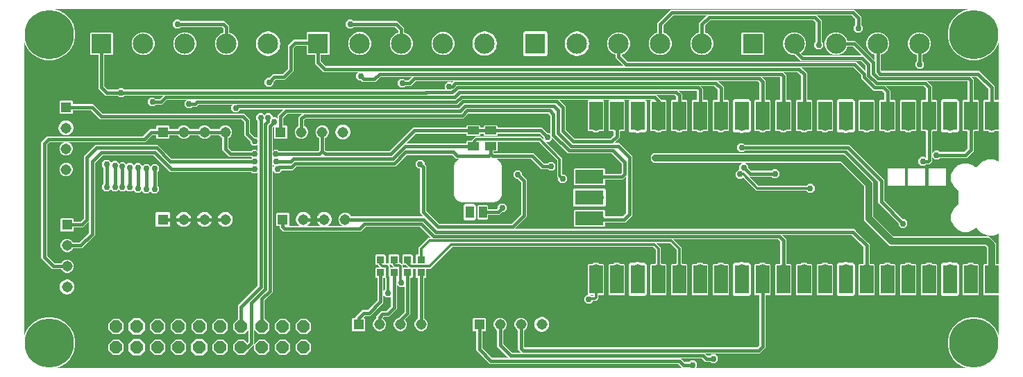
<source format=gbr>
G04 EAGLE Gerber RS-274X export*
G75*
%MOMM*%
%FSLAX34Y34*%
%LPD*%
%INTop Copper*%
%IPPOS*%
%AMOC8*
5,1,8,0,0,1.08239X$1,22.5*%
G01*
%ADD10C,1.508000*%
%ADD11R,1.700000X3.500000*%
%ADD12R,3.500000X1.700000*%
%ADD13R,2.475000X2.475000*%
%ADD14C,2.475000*%
%ADD15R,1.308000X1.308000*%
%ADD16C,1.308000*%
%ADD17R,1.400000X1.000000*%
%ADD18R,0.950000X0.900000*%
%ADD19P,1.649562X8X22.500000*%
%ADD20C,6.000000*%
%ADD21C,1.008000*%
%ADD22R,1.020000X1.470000*%
%ADD23C,0.406400*%
%ADD24C,0.756400*%
%ADD25C,0.304800*%
%ADD26C,0.812800*%

G36*
X1212939Y316226D02*
X1212939Y316226D01*
X1212941Y316226D01*
X1212941Y316228D01*
X1212943Y316230D01*
X1212941Y316231D01*
X1212941Y316234D01*
X1212716Y316459D01*
X1212713Y316460D01*
X1212712Y316461D01*
X1203787Y316461D01*
X1198681Y321567D01*
X1198678Y321568D01*
X1198677Y321569D01*
X968809Y321569D01*
X966727Y323651D01*
X954841Y335537D01*
X952759Y337619D01*
X952759Y361506D01*
X952754Y361511D01*
X952754Y361510D01*
X952754Y361511D01*
X949141Y361511D01*
X948251Y362401D01*
X948251Y376739D01*
X949141Y377629D01*
X963479Y377629D01*
X964369Y376739D01*
X964369Y362401D01*
X963479Y361511D01*
X959866Y361511D01*
X959861Y361506D01*
X959861Y340563D01*
X959863Y340561D01*
X959863Y340559D01*
X971749Y328673D01*
X971752Y328672D01*
X971753Y328671D01*
X992175Y328671D01*
X992176Y328672D01*
X992178Y328672D01*
X992178Y328674D01*
X992180Y328676D01*
X992178Y328677D01*
X992178Y328680D01*
X990857Y330001D01*
X978159Y342699D01*
X978159Y362314D01*
X978156Y362317D01*
X978156Y362319D01*
X977145Y362738D01*
X974878Y365005D01*
X973651Y367967D01*
X973651Y371173D01*
X974878Y374135D01*
X977145Y376402D01*
X980107Y377629D01*
X983313Y377629D01*
X986275Y376402D01*
X988542Y374135D01*
X989769Y371173D01*
X989769Y367967D01*
X988542Y365005D01*
X986275Y362738D01*
X985264Y362319D01*
X985263Y362316D01*
X985261Y362314D01*
X985261Y345643D01*
X985263Y345641D01*
X985263Y345639D01*
X995879Y335023D01*
X995882Y335022D01*
X995883Y335021D01*
X1007415Y335021D01*
X1007416Y335022D01*
X1007418Y335022D01*
X1007418Y335024D01*
X1007420Y335026D01*
X1007418Y335027D01*
X1007418Y335030D01*
X1006097Y336351D01*
X1003559Y338889D01*
X1003559Y362314D01*
X1003556Y362317D01*
X1003556Y362319D01*
X1002545Y362738D01*
X1000278Y365005D01*
X999051Y367967D01*
X999051Y371173D01*
X1000278Y374135D01*
X1002545Y376402D01*
X1005507Y377629D01*
X1008713Y377629D01*
X1011675Y376402D01*
X1013942Y374135D01*
X1015169Y371173D01*
X1015169Y367967D01*
X1013942Y365005D01*
X1011675Y362738D01*
X1010664Y362319D01*
X1010663Y362316D01*
X1010661Y362314D01*
X1010661Y341833D01*
X1010663Y341831D01*
X1010663Y341829D01*
X1011119Y341373D01*
X1011122Y341372D01*
X1011123Y341371D01*
X1295197Y341371D01*
X1295199Y341373D01*
X1295201Y341373D01*
X1298197Y344369D01*
X1298197Y344371D01*
X1298199Y344373D01*
X1298199Y405486D01*
X1298194Y405491D01*
X1298194Y405490D01*
X1298194Y405491D01*
X1292621Y405491D01*
X1291731Y406381D01*
X1291731Y442639D01*
X1292621Y443529D01*
X1297195Y443529D01*
X1297195Y443530D01*
X1297196Y443530D01*
X1297197Y443530D01*
X1299948Y444669D01*
X1303552Y444669D01*
X1306303Y443530D01*
X1306304Y443530D01*
X1306305Y443530D01*
X1306305Y443529D01*
X1310879Y443529D01*
X1311769Y442639D01*
X1311769Y406381D01*
X1310879Y405491D01*
X1305306Y405491D01*
X1305301Y405486D01*
X1305302Y405486D01*
X1305301Y405486D01*
X1305301Y341429D01*
X1298141Y334269D01*
X1231595Y334269D01*
X1231594Y334268D01*
X1231592Y334268D01*
X1231592Y334266D01*
X1231590Y334264D01*
X1231592Y334263D01*
X1231592Y334260D01*
X1232913Y332939D01*
X1234639Y331213D01*
X1234642Y331212D01*
X1234643Y331211D01*
X1238112Y331211D01*
X1238114Y331213D01*
X1238116Y331213D01*
X1239864Y332961D01*
X1244256Y332961D01*
X1247361Y329856D01*
X1247361Y325464D01*
X1244256Y322359D01*
X1239864Y322359D01*
X1238116Y324107D01*
X1238113Y324108D01*
X1238112Y324109D01*
X1231699Y324109D01*
X1229617Y326191D01*
X1227891Y327917D01*
X1227888Y327918D01*
X1227887Y327919D01*
X1202385Y327919D01*
X1202384Y327918D01*
X1202382Y327918D01*
X1202382Y327916D01*
X1202380Y327914D01*
X1202382Y327913D01*
X1202382Y327910D01*
X1206727Y323565D01*
X1206730Y323564D01*
X1206731Y323563D01*
X1212712Y323563D01*
X1212714Y323565D01*
X1212716Y323565D01*
X1214464Y325313D01*
X1218856Y325313D01*
X1221961Y322208D01*
X1221961Y317816D01*
X1220379Y316234D01*
X1220379Y316232D01*
X1220377Y316231D01*
X1220378Y316229D01*
X1220378Y316227D01*
X1220381Y316227D01*
X1220382Y316225D01*
X1551512Y316225D01*
X1551514Y316227D01*
X1551517Y316228D01*
X1551517Y316229D01*
X1551517Y316230D01*
X1551515Y316232D01*
X1551514Y316235D01*
X1547394Y317339D01*
X1540207Y321488D01*
X1534338Y327357D01*
X1530189Y334544D01*
X1528041Y342560D01*
X1528041Y350860D01*
X1530189Y358876D01*
X1534338Y366063D01*
X1540207Y371932D01*
X1547394Y376081D01*
X1555410Y378229D01*
X1563710Y378229D01*
X1571726Y376081D01*
X1578913Y371932D01*
X1584782Y366063D01*
X1588931Y358876D01*
X1589908Y355230D01*
X1589910Y355229D01*
X1589912Y355227D01*
X1589913Y355227D01*
X1589914Y355227D01*
X1589915Y355230D01*
X1589918Y355232D01*
X1589918Y405486D01*
X1589913Y405491D01*
X1589913Y405490D01*
X1589913Y405491D01*
X1572021Y405491D01*
X1571131Y406381D01*
X1571131Y442639D01*
X1572021Y443529D01*
X1575562Y443529D01*
X1575567Y443534D01*
X1575567Y463775D01*
X1575565Y463777D01*
X1575565Y463779D01*
X1573759Y465585D01*
X1573757Y465585D01*
X1573756Y465586D01*
X1573755Y465587D01*
X1456917Y465587D01*
X1425707Y496797D01*
X1425707Y538705D01*
X1425705Y538707D01*
X1425705Y538709D01*
X1397229Y567185D01*
X1397226Y567186D01*
X1397225Y567187D01*
X1168627Y567187D01*
X1165357Y570457D01*
X1165357Y575083D01*
X1168627Y578353D01*
X1401853Y578353D01*
X1436873Y543333D01*
X1436873Y501425D01*
X1436875Y501423D01*
X1436875Y501421D01*
X1461541Y476755D01*
X1461544Y476754D01*
X1461545Y476753D01*
X1578383Y476753D01*
X1586733Y468403D01*
X1586733Y443534D01*
X1586738Y443529D01*
X1586738Y443530D01*
X1586738Y443529D01*
X1589913Y443529D01*
X1589918Y443534D01*
X1589918Y480689D01*
X1589917Y480690D01*
X1589918Y480691D01*
X1589916Y480692D01*
X1589913Y480694D01*
X1589912Y480693D01*
X1589911Y480694D01*
X1583660Y478105D01*
X1576040Y478105D01*
X1569000Y481021D01*
X1563611Y486410D01*
X1563417Y486877D01*
X1563414Y486878D01*
X1563413Y486880D01*
X1561140Y486880D01*
X1561138Y486878D01*
X1561137Y486878D01*
X1559551Y485293D01*
X1553062Y482605D01*
X1546038Y482605D01*
X1539549Y485293D01*
X1534583Y490259D01*
X1531895Y496748D01*
X1531895Y503772D01*
X1534583Y510261D01*
X1539549Y515227D01*
X1541217Y515918D01*
X1541218Y515921D01*
X1541220Y515923D01*
X1541220Y533097D01*
X1541217Y533100D01*
X1541217Y533102D01*
X1539549Y533793D01*
X1534583Y538759D01*
X1531895Y545248D01*
X1531895Y552272D01*
X1534583Y558761D01*
X1539549Y563727D01*
X1546038Y566415D01*
X1553062Y566415D01*
X1559551Y563727D01*
X1561137Y562142D01*
X1561139Y562141D01*
X1561140Y562140D01*
X1563413Y562140D01*
X1563416Y562143D01*
X1563417Y562143D01*
X1563611Y562610D01*
X1569000Y567999D01*
X1576040Y570915D01*
X1583660Y570915D01*
X1589911Y568326D01*
X1589912Y568326D01*
X1589914Y568327D01*
X1589917Y568328D01*
X1589917Y568330D01*
X1589918Y568331D01*
X1589918Y605486D01*
X1589913Y605491D01*
X1589913Y605490D01*
X1589913Y605491D01*
X1585705Y605491D01*
X1585704Y605490D01*
X1585703Y605490D01*
X1582952Y604351D01*
X1579348Y604351D01*
X1576597Y605490D01*
X1576596Y605490D01*
X1576595Y605491D01*
X1572021Y605491D01*
X1571131Y606381D01*
X1571131Y642639D01*
X1572021Y643529D01*
X1577594Y643529D01*
X1577599Y643534D01*
X1577598Y643534D01*
X1577599Y643534D01*
X1577599Y657657D01*
X1577597Y657659D01*
X1577597Y657661D01*
X1563171Y672087D01*
X1563168Y672088D01*
X1563167Y672089D01*
X1556207Y672089D01*
X1556206Y672088D01*
X1556204Y672088D01*
X1556204Y672086D01*
X1556202Y672084D01*
X1556204Y672083D01*
X1556204Y672080D01*
X1556763Y671521D01*
X1559301Y668983D01*
X1559301Y643534D01*
X1559306Y643529D01*
X1559306Y643530D01*
X1559306Y643529D01*
X1564879Y643529D01*
X1565769Y642639D01*
X1565769Y606381D01*
X1564879Y605491D01*
X1560305Y605491D01*
X1560304Y605490D01*
X1560303Y605490D01*
X1559304Y605077D01*
X1559303Y605073D01*
X1559301Y605072D01*
X1559301Y581459D01*
X1550871Y573029D01*
X1517788Y573029D01*
X1517786Y573027D01*
X1517784Y573027D01*
X1516036Y571279D01*
X1511644Y571279D01*
X1508539Y574384D01*
X1508539Y578776D01*
X1511644Y581881D01*
X1516036Y581881D01*
X1517784Y580133D01*
X1517787Y580132D01*
X1517788Y580131D01*
X1547927Y580131D01*
X1547929Y580133D01*
X1547931Y580133D01*
X1552197Y584399D01*
X1552198Y584402D01*
X1552199Y584403D01*
X1552199Y605072D01*
X1552196Y605075D01*
X1552196Y605077D01*
X1551197Y605490D01*
X1551196Y605490D01*
X1551195Y605491D01*
X1546621Y605491D01*
X1545731Y606381D01*
X1545731Y642639D01*
X1546621Y643529D01*
X1552194Y643529D01*
X1552199Y643534D01*
X1552198Y643534D01*
X1552199Y643534D01*
X1552199Y666039D01*
X1552197Y666041D01*
X1552197Y666043D01*
X1551741Y666499D01*
X1551738Y666500D01*
X1551737Y666501D01*
X1502867Y666501D01*
X1502866Y666500D01*
X1502864Y666500D01*
X1502864Y666498D01*
X1502862Y666496D01*
X1502864Y666495D01*
X1502864Y666492D01*
X1503423Y665933D01*
X1506419Y662937D01*
X1508501Y660855D01*
X1508501Y643534D01*
X1508506Y643529D01*
X1508506Y643530D01*
X1508506Y643529D01*
X1514079Y643529D01*
X1514969Y642639D01*
X1514969Y606381D01*
X1514079Y605491D01*
X1509505Y605491D01*
X1509504Y605490D01*
X1509503Y605490D01*
X1508504Y605077D01*
X1508503Y605073D01*
X1508501Y605072D01*
X1508501Y568759D01*
X1505151Y565409D01*
X1501278Y565409D01*
X1501276Y565407D01*
X1501274Y565407D01*
X1499526Y563659D01*
X1495134Y563659D01*
X1492029Y566764D01*
X1492029Y571156D01*
X1495134Y574261D01*
X1499526Y574261D01*
X1501274Y572513D01*
X1501277Y572512D01*
X1501278Y572511D01*
X1501394Y572511D01*
X1501399Y572516D01*
X1501398Y572516D01*
X1501399Y572516D01*
X1501399Y605072D01*
X1501396Y605075D01*
X1501396Y605077D01*
X1500397Y605490D01*
X1500396Y605490D01*
X1500395Y605491D01*
X1495821Y605491D01*
X1494931Y606381D01*
X1494931Y642639D01*
X1495821Y643529D01*
X1501394Y643529D01*
X1501399Y643534D01*
X1501398Y643534D01*
X1501399Y643534D01*
X1501399Y657911D01*
X1501397Y657913D01*
X1501397Y657915D01*
X1498401Y660911D01*
X1498398Y660912D01*
X1498397Y660912D01*
X1498397Y660913D01*
X1452067Y660913D01*
X1452066Y660912D01*
X1452064Y660912D01*
X1452064Y660910D01*
X1452062Y660908D01*
X1452064Y660907D01*
X1452064Y660904D01*
X1452623Y660345D01*
X1457701Y655267D01*
X1457701Y643534D01*
X1457706Y643529D01*
X1457706Y643530D01*
X1457706Y643529D01*
X1463279Y643529D01*
X1464169Y642639D01*
X1464169Y606381D01*
X1463279Y605491D01*
X1458705Y605491D01*
X1458704Y605490D01*
X1458703Y605490D01*
X1455952Y604351D01*
X1452348Y604351D01*
X1449597Y605490D01*
X1449596Y605490D01*
X1449595Y605491D01*
X1445021Y605491D01*
X1444131Y606381D01*
X1444131Y642639D01*
X1445021Y643529D01*
X1450594Y643529D01*
X1450599Y643534D01*
X1450598Y643534D01*
X1450599Y643534D01*
X1450599Y652323D01*
X1450597Y652325D01*
X1450597Y652327D01*
X1447601Y655323D01*
X1447598Y655324D01*
X1447597Y655325D01*
X1436845Y655325D01*
X1422024Y670146D01*
X1422024Y674167D01*
X1422022Y674169D01*
X1422022Y674171D01*
X1412676Y683517D01*
X1412673Y683518D01*
X1412672Y683519D01*
X1349197Y683519D01*
X1349196Y683518D01*
X1349194Y683518D01*
X1349194Y683516D01*
X1349192Y683514D01*
X1349194Y683513D01*
X1349194Y683510D01*
X1349753Y682951D01*
X1356101Y676603D01*
X1356101Y643534D01*
X1356106Y643529D01*
X1356106Y643530D01*
X1356106Y643529D01*
X1361679Y643529D01*
X1362569Y642639D01*
X1362569Y606381D01*
X1361679Y605491D01*
X1357105Y605491D01*
X1357104Y605490D01*
X1357103Y605490D01*
X1354352Y604351D01*
X1350748Y604351D01*
X1347997Y605490D01*
X1347996Y605490D01*
X1347995Y605491D01*
X1343421Y605491D01*
X1342531Y606381D01*
X1342531Y642639D01*
X1343421Y643529D01*
X1348994Y643529D01*
X1348999Y643534D01*
X1348998Y643534D01*
X1348999Y643534D01*
X1348999Y673659D01*
X1348997Y673661D01*
X1348997Y673663D01*
X1344731Y677929D01*
X1344728Y677930D01*
X1344727Y677930D01*
X1344727Y677931D01*
X1327353Y677931D01*
X1327352Y677930D01*
X1327350Y677930D01*
X1327350Y677928D01*
X1327348Y677926D01*
X1327350Y677925D01*
X1327350Y677922D01*
X1328163Y677109D01*
X1330701Y674571D01*
X1330701Y643534D01*
X1330706Y643529D01*
X1330706Y643530D01*
X1330706Y643529D01*
X1336279Y643529D01*
X1337169Y642639D01*
X1337169Y606381D01*
X1336279Y605491D01*
X1331705Y605491D01*
X1331704Y605490D01*
X1331703Y605490D01*
X1328952Y604351D01*
X1325348Y604351D01*
X1322597Y605490D01*
X1322596Y605490D01*
X1322595Y605491D01*
X1318021Y605491D01*
X1317131Y606381D01*
X1317131Y642639D01*
X1318021Y643529D01*
X1323594Y643529D01*
X1323599Y643534D01*
X1323598Y643534D01*
X1323599Y643534D01*
X1323599Y671627D01*
X1323597Y671629D01*
X1323597Y671631D01*
X1323141Y672087D01*
X1323138Y672088D01*
X1323137Y672089D01*
X1300937Y672089D01*
X1300936Y672088D01*
X1300934Y672088D01*
X1300934Y672086D01*
X1300932Y672084D01*
X1300934Y672083D01*
X1300934Y672080D01*
X1301493Y671521D01*
X1305301Y667713D01*
X1305301Y643534D01*
X1305306Y643529D01*
X1305306Y643530D01*
X1305306Y643529D01*
X1310879Y643529D01*
X1311769Y642639D01*
X1311769Y606381D01*
X1310879Y605491D01*
X1306305Y605491D01*
X1306304Y605490D01*
X1306303Y605490D01*
X1303552Y604351D01*
X1299948Y604351D01*
X1297197Y605490D01*
X1297196Y605490D01*
X1297195Y605491D01*
X1292621Y605491D01*
X1291731Y606381D01*
X1291731Y642639D01*
X1292621Y643529D01*
X1298194Y643529D01*
X1298199Y643534D01*
X1298198Y643534D01*
X1298199Y643534D01*
X1298199Y664769D01*
X1298197Y664771D01*
X1298197Y664773D01*
X1296471Y666499D01*
X1296468Y666500D01*
X1296467Y666501D01*
X1247597Y666501D01*
X1247596Y666500D01*
X1247594Y666500D01*
X1247594Y666498D01*
X1247592Y666496D01*
X1247594Y666495D01*
X1247594Y666492D01*
X1248153Y665933D01*
X1254501Y659585D01*
X1254501Y643534D01*
X1254506Y643529D01*
X1254506Y643530D01*
X1254506Y643529D01*
X1260079Y643529D01*
X1260969Y642639D01*
X1260969Y606381D01*
X1260079Y605491D01*
X1255505Y605491D01*
X1255504Y605490D01*
X1255503Y605490D01*
X1252752Y604351D01*
X1249148Y604351D01*
X1246397Y605490D01*
X1246396Y605490D01*
X1246395Y605491D01*
X1241821Y605491D01*
X1240931Y606381D01*
X1240931Y642639D01*
X1241821Y643529D01*
X1247394Y643529D01*
X1247399Y643534D01*
X1247398Y643534D01*
X1247399Y643534D01*
X1247399Y656641D01*
X1247397Y656643D01*
X1247397Y656645D01*
X1243131Y660911D01*
X1243128Y660912D01*
X1243127Y660912D01*
X1243127Y660913D01*
X1226007Y660913D01*
X1226006Y660912D01*
X1226004Y660912D01*
X1226004Y660910D01*
X1226002Y660908D01*
X1226004Y660907D01*
X1226004Y660904D01*
X1226563Y660345D01*
X1229101Y657807D01*
X1229101Y643534D01*
X1229106Y643529D01*
X1229106Y643530D01*
X1229106Y643529D01*
X1234679Y643529D01*
X1235569Y642639D01*
X1235569Y606381D01*
X1234679Y605491D01*
X1230105Y605491D01*
X1230104Y605490D01*
X1230103Y605490D01*
X1227352Y604351D01*
X1223748Y604351D01*
X1220997Y605490D01*
X1220996Y605490D01*
X1220995Y605491D01*
X1216421Y605491D01*
X1215531Y606381D01*
X1215531Y642639D01*
X1216421Y643529D01*
X1221994Y643529D01*
X1221999Y643534D01*
X1221998Y643534D01*
X1221999Y643534D01*
X1221999Y654863D01*
X1221997Y654865D01*
X1221997Y654867D01*
X1221541Y655323D01*
X1221538Y655324D01*
X1221537Y655325D01*
X1199337Y655325D01*
X1199336Y655324D01*
X1199334Y655324D01*
X1199334Y655322D01*
X1199332Y655320D01*
X1199334Y655319D01*
X1199334Y655316D01*
X1199893Y654757D01*
X1203701Y650949D01*
X1203701Y643534D01*
X1203706Y643529D01*
X1203706Y643530D01*
X1203706Y643529D01*
X1209279Y643529D01*
X1210169Y642639D01*
X1210169Y606381D01*
X1209279Y605491D01*
X1204705Y605491D01*
X1204704Y605490D01*
X1204703Y605490D01*
X1201952Y604351D01*
X1198348Y604351D01*
X1195597Y605490D01*
X1195596Y605490D01*
X1195595Y605491D01*
X1191021Y605491D01*
X1190131Y606381D01*
X1190131Y642639D01*
X1191021Y643529D01*
X1196594Y643529D01*
X1196599Y643534D01*
X1196598Y643534D01*
X1196599Y643534D01*
X1196599Y648005D01*
X1196597Y648007D01*
X1196597Y648009D01*
X1194871Y649735D01*
X1194868Y649736D01*
X1194867Y649737D01*
X1172667Y649737D01*
X1172666Y649736D01*
X1172664Y649736D01*
X1172664Y649734D01*
X1172662Y649732D01*
X1172664Y649731D01*
X1172664Y649728D01*
X1173223Y649169D01*
X1178301Y644091D01*
X1178301Y643534D01*
X1178306Y643529D01*
X1178306Y643530D01*
X1178306Y643529D01*
X1183879Y643529D01*
X1184769Y642639D01*
X1184769Y606381D01*
X1183879Y605491D01*
X1179305Y605491D01*
X1179304Y605490D01*
X1179303Y605490D01*
X1176552Y604351D01*
X1172948Y604351D01*
X1170197Y605490D01*
X1170196Y605490D01*
X1170195Y605491D01*
X1165621Y605491D01*
X1164731Y606381D01*
X1164731Y642639D01*
X1165621Y643529D01*
X1168807Y643529D01*
X1168808Y643530D01*
X1168810Y643530D01*
X1168810Y643532D01*
X1168812Y643534D01*
X1168810Y643535D01*
X1168810Y643538D01*
X1168201Y644147D01*
X1168198Y644147D01*
X1168198Y644148D01*
X1168197Y644149D01*
X1159308Y644149D01*
X1159307Y644148D01*
X1159305Y644148D01*
X1159305Y644146D01*
X1159304Y644144D01*
X1159305Y644143D01*
X1159305Y644140D01*
X1159999Y643446D01*
X1160385Y642514D01*
X1160385Y624515D01*
X1149350Y624515D01*
X1138315Y624515D01*
X1138315Y642514D01*
X1138701Y643446D01*
X1139395Y644140D01*
X1139395Y644142D01*
X1139396Y644143D01*
X1139395Y644145D01*
X1139395Y644147D01*
X1139393Y644147D01*
X1139392Y644149D01*
X1053795Y644149D01*
X1053794Y644148D01*
X1053792Y644148D01*
X1053792Y644146D01*
X1053790Y644144D01*
X1053792Y644143D01*
X1053792Y644140D01*
X1054351Y643581D01*
X1061461Y636471D01*
X1061461Y607263D01*
X1061463Y607261D01*
X1061463Y607259D01*
X1072079Y596643D01*
X1072082Y596642D01*
X1072083Y596642D01*
X1072083Y596641D01*
X1116127Y596641D01*
X1116129Y596643D01*
X1116131Y596643D01*
X1120397Y600909D01*
X1120398Y600912D01*
X1120399Y600913D01*
X1120399Y605072D01*
X1120396Y605075D01*
X1120396Y605077D01*
X1119397Y605490D01*
X1119396Y605490D01*
X1119395Y605491D01*
X1114821Y605491D01*
X1113931Y606381D01*
X1113931Y642639D01*
X1114821Y643529D01*
X1133079Y643529D01*
X1133969Y642639D01*
X1133969Y606381D01*
X1133079Y605491D01*
X1128505Y605491D01*
X1128504Y605490D01*
X1128503Y605490D01*
X1127504Y605077D01*
X1127503Y605073D01*
X1127501Y605072D01*
X1127501Y597969D01*
X1121153Y591621D01*
X1120594Y591062D01*
X1120594Y591060D01*
X1120592Y591059D01*
X1120594Y591057D01*
X1120593Y591055D01*
X1120596Y591055D01*
X1120597Y591053D01*
X1127199Y591053D01*
X1142741Y575511D01*
X1142741Y502719D01*
X1134311Y494289D01*
X1109624Y494289D01*
X1109619Y494284D01*
X1109620Y494284D01*
X1109619Y494284D01*
X1109619Y489981D01*
X1108729Y489091D01*
X1072471Y489091D01*
X1071581Y489981D01*
X1071581Y508239D01*
X1072471Y509129D01*
X1108729Y509129D01*
X1109619Y508239D01*
X1109619Y501613D01*
X1109620Y501612D01*
X1109620Y501611D01*
X1109709Y501394D01*
X1109713Y501393D01*
X1109714Y501391D01*
X1131367Y501391D01*
X1131369Y501393D01*
X1131371Y501393D01*
X1135637Y505659D01*
X1135638Y505662D01*
X1135639Y505663D01*
X1135639Y550723D01*
X1135638Y550724D01*
X1135638Y550726D01*
X1135636Y550726D01*
X1135634Y550728D01*
X1135633Y550726D01*
X1135630Y550726D01*
X1133345Y548441D01*
X1131263Y546359D01*
X1109624Y546359D01*
X1109619Y546354D01*
X1109620Y546354D01*
X1109619Y546354D01*
X1109619Y540781D01*
X1108729Y539891D01*
X1072471Y539891D01*
X1071581Y540781D01*
X1071581Y559039D01*
X1072471Y559929D01*
X1108729Y559929D01*
X1109619Y559039D01*
X1109619Y553466D01*
X1109624Y553461D01*
X1109624Y553462D01*
X1109624Y553461D01*
X1128319Y553461D01*
X1128321Y553463D01*
X1128323Y553463D01*
X1130049Y555189D01*
X1130049Y555191D01*
X1130050Y555192D01*
X1130051Y555193D01*
X1130051Y566217D01*
X1130049Y566219D01*
X1130049Y566221D01*
X1117909Y578361D01*
X1117906Y578361D01*
X1117906Y578362D01*
X1117905Y578363D01*
X1064510Y578363D01*
X1062428Y580445D01*
X1045048Y597824D01*
X1045047Y597824D01*
X1045045Y597826D01*
X1045044Y597825D01*
X1045042Y597825D01*
X1045042Y597822D01*
X1045040Y597821D01*
X1045040Y595583D01*
X1041934Y592477D01*
X1037543Y592477D01*
X1034437Y595583D01*
X1034437Y598056D01*
X1034436Y598057D01*
X1034436Y598059D01*
X1029648Y602847D01*
X1029645Y602847D01*
X1029645Y602848D01*
X1029644Y602849D01*
X978804Y602849D01*
X978799Y602844D01*
X978800Y602844D01*
X978799Y602844D01*
X978799Y600771D01*
X977909Y599881D01*
X962651Y599881D01*
X961761Y600771D01*
X961761Y602844D01*
X961756Y602849D01*
X961756Y602848D01*
X961756Y602849D01*
X957214Y602849D01*
X957209Y602844D01*
X957210Y602844D01*
X957209Y602844D01*
X957209Y600771D01*
X956319Y599881D01*
X941061Y599881D01*
X940171Y600771D01*
X940171Y602844D01*
X940166Y602849D01*
X940166Y602848D01*
X940166Y602849D01*
X878383Y602849D01*
X878381Y602847D01*
X878379Y602847D01*
X866492Y590960D01*
X866492Y590958D01*
X866490Y590957D01*
X866492Y590955D01*
X866491Y590953D01*
X866494Y590953D01*
X866495Y590951D01*
X940166Y590951D01*
X940171Y590956D01*
X940170Y590956D01*
X940171Y590956D01*
X940171Y593029D01*
X941061Y593919D01*
X946483Y593919D01*
X946485Y593921D01*
X946487Y593921D01*
X951239Y598673D01*
X1031231Y598673D01*
X1057143Y572761D01*
X1057143Y552676D01*
X1057148Y552671D01*
X1057148Y552672D01*
X1057148Y552671D01*
X1060106Y552671D01*
X1063211Y549566D01*
X1063211Y545174D01*
X1060106Y542069D01*
X1055714Y542069D01*
X1052609Y545174D01*
X1052609Y548365D01*
X1052607Y548367D01*
X1052607Y548369D01*
X1051057Y549919D01*
X1051057Y570237D01*
X1051055Y570239D01*
X1051055Y570241D01*
X1028711Y592585D01*
X1028709Y592586D01*
X1028707Y592587D01*
X978804Y592587D01*
X978799Y592582D01*
X978800Y592582D01*
X978799Y592582D01*
X978799Y581771D01*
X977909Y580881D01*
X973836Y580881D01*
X973831Y580876D01*
X973831Y579323D01*
X973833Y579321D01*
X973833Y579319D01*
X974289Y578863D01*
X974292Y578862D01*
X974293Y578861D01*
X1022551Y578861D01*
X1035249Y566163D01*
X1035252Y566162D01*
X1035253Y566161D01*
X1039992Y566161D01*
X1039994Y566163D01*
X1039996Y566163D01*
X1041744Y567911D01*
X1046136Y567911D01*
X1049241Y564806D01*
X1049241Y560414D01*
X1046136Y557309D01*
X1041744Y557309D01*
X1039996Y559057D01*
X1039993Y559057D01*
X1039993Y559058D01*
X1039992Y559059D01*
X1032309Y559059D01*
X1019611Y571757D01*
X1019608Y571757D01*
X1019608Y571758D01*
X1019607Y571759D01*
X976679Y571759D01*
X976677Y571757D01*
X976674Y571756D01*
X976675Y571755D01*
X976674Y571754D01*
X976676Y571752D01*
X976677Y571749D01*
X978786Y570876D01*
X981822Y567840D01*
X983464Y563874D01*
X983464Y527324D01*
X981822Y523358D01*
X978786Y520322D01*
X974820Y518680D01*
X934206Y518680D01*
X930240Y520322D01*
X927204Y523358D01*
X925562Y527324D01*
X925562Y563874D01*
X927204Y567840D01*
X930240Y570876D01*
X932349Y571749D01*
X932350Y571752D01*
X932352Y571753D01*
X932352Y571754D01*
X932352Y571755D01*
X932349Y571756D01*
X932347Y571759D01*
X928169Y571759D01*
X923373Y576555D01*
X923371Y576555D01*
X923370Y576556D01*
X867896Y576556D01*
X867894Y576555D01*
X867892Y576555D01*
X854206Y562869D01*
X733276Y562869D01*
X733274Y562867D01*
X733272Y562867D01*
X728278Y557873D01*
X715236Y557873D01*
X715231Y557868D01*
X715232Y557868D01*
X715231Y557868D01*
X715231Y557478D01*
X712126Y554373D01*
X707734Y554373D01*
X704629Y557478D01*
X704629Y561870D01*
X706338Y563579D01*
X706339Y563586D01*
X706338Y563586D01*
X706338Y563587D01*
X704346Y565579D01*
X704344Y565579D01*
X704343Y565581D01*
X704341Y565580D01*
X704339Y565580D01*
X704339Y565577D01*
X704337Y565576D01*
X704337Y409190D01*
X694433Y399285D01*
X694433Y399284D01*
X694432Y399283D01*
X694433Y399283D01*
X694432Y399283D01*
X694431Y399282D01*
X694431Y376174D01*
X694436Y376169D01*
X694436Y376170D01*
X694436Y376169D01*
X694666Y376169D01*
X700019Y370816D01*
X700019Y363244D01*
X694666Y357891D01*
X687094Y357891D01*
X681740Y363246D01*
X681738Y363246D01*
X681737Y363247D01*
X681735Y363246D01*
X681733Y363246D01*
X681733Y363244D01*
X681731Y363242D01*
X681731Y345418D01*
X681732Y345417D01*
X681732Y345415D01*
X681734Y345415D01*
X681736Y345413D01*
X681737Y345415D01*
X681740Y345414D01*
X687094Y350769D01*
X694666Y350769D01*
X700019Y345416D01*
X700019Y337844D01*
X694666Y332491D01*
X687094Y332491D01*
X681741Y337844D01*
X681741Y345237D01*
X681740Y345238D01*
X681740Y345240D01*
X681738Y345240D01*
X681736Y345242D01*
X681735Y345240D01*
X681732Y345240D01*
X679649Y343157D01*
X674621Y338129D01*
X674620Y338126D01*
X674619Y338125D01*
X674619Y337844D01*
X669266Y332491D01*
X661694Y332491D01*
X656341Y337844D01*
X656341Y345416D01*
X661694Y350769D01*
X669266Y350769D01*
X673238Y346797D01*
X673244Y346797D01*
X673245Y346797D01*
X674627Y348179D01*
X674628Y348182D01*
X674629Y348183D01*
X674629Y363242D01*
X674628Y363243D01*
X674628Y363245D01*
X674626Y363245D01*
X674624Y363247D01*
X674623Y363245D01*
X674620Y363246D01*
X669266Y357891D01*
X661694Y357891D01*
X656341Y363244D01*
X656341Y370816D01*
X661694Y376169D01*
X661924Y376169D01*
X661929Y376174D01*
X661928Y376174D01*
X661929Y376174D01*
X661929Y392631D01*
X686057Y416759D01*
X686057Y416761D01*
X686059Y416762D01*
X686058Y416763D01*
X686059Y416763D01*
X686059Y556234D01*
X686058Y556235D01*
X686058Y556237D01*
X686056Y556237D01*
X686054Y556239D01*
X686053Y556237D01*
X686050Y556237D01*
X684186Y554373D01*
X679794Y554373D01*
X678046Y556121D01*
X678043Y556122D01*
X678042Y556123D01*
X579032Y556123D01*
X558826Y576329D01*
X558823Y576330D01*
X558822Y576331D01*
X496773Y576331D01*
X496771Y576329D01*
X496769Y576329D01*
X487423Y566983D01*
X487422Y566980D01*
X487421Y566979D01*
X487421Y478589D01*
X471371Y462539D01*
X460646Y462539D01*
X460643Y462536D01*
X460641Y462536D01*
X460222Y461525D01*
X457955Y459258D01*
X454993Y458031D01*
X451787Y458031D01*
X448825Y459258D01*
X446558Y461525D01*
X445331Y464487D01*
X445331Y467693D01*
X446558Y470655D01*
X448825Y472922D01*
X451787Y474149D01*
X454993Y474149D01*
X457955Y472922D01*
X460222Y470655D01*
X460641Y469644D01*
X460644Y469643D01*
X460646Y469641D01*
X468427Y469641D01*
X468429Y469643D01*
X468431Y469643D01*
X480317Y481529D01*
X480318Y481532D01*
X480319Y481533D01*
X480319Y495605D01*
X480318Y495606D01*
X480318Y495608D01*
X480316Y495608D01*
X480314Y495610D01*
X480313Y495608D01*
X480310Y495608D01*
X478989Y494287D01*
X472641Y487939D01*
X461454Y487939D01*
X461449Y487934D01*
X461450Y487934D01*
X461449Y487934D01*
X461449Y484321D01*
X460559Y483431D01*
X446221Y483431D01*
X445331Y484321D01*
X445331Y498659D01*
X446221Y499549D01*
X460559Y499549D01*
X461449Y498659D01*
X461449Y495046D01*
X461454Y495041D01*
X461454Y495042D01*
X461454Y495041D01*
X469697Y495041D01*
X469699Y495043D01*
X469701Y495043D01*
X473967Y499309D01*
X473968Y499312D01*
X473969Y499313D01*
X473969Y575511D01*
X487479Y589021D01*
X564081Y589021D01*
X580787Y572315D01*
X580790Y572314D01*
X580791Y572313D01*
X678324Y572313D01*
X678326Y572315D01*
X678328Y572315D01*
X679174Y573161D01*
X679175Y573163D01*
X679175Y573164D01*
X679175Y573168D01*
X679174Y573168D01*
X679174Y573169D01*
X678046Y574297D01*
X678043Y574298D01*
X678042Y574299D01*
X651309Y574299D01*
X649227Y576381D01*
X644961Y580647D01*
X642879Y582729D01*
X642879Y597264D01*
X642876Y597267D01*
X642876Y597269D01*
X641865Y597688D01*
X639598Y599955D01*
X639179Y600966D01*
X639176Y600967D01*
X639174Y600969D01*
X628286Y600969D01*
X628283Y600966D01*
X628281Y600966D01*
X627862Y599955D01*
X625595Y597688D01*
X622633Y596461D01*
X619427Y596461D01*
X616465Y597688D01*
X614198Y599955D01*
X613779Y600966D01*
X613776Y600967D01*
X613774Y600969D01*
X602886Y600969D01*
X602883Y600966D01*
X602881Y600966D01*
X602462Y599955D01*
X600195Y597688D01*
X597233Y596461D01*
X594027Y596461D01*
X591065Y597688D01*
X588798Y599955D01*
X588379Y600966D01*
X588376Y600967D01*
X588374Y600969D01*
X578294Y600969D01*
X578289Y600964D01*
X578290Y600964D01*
X578289Y600964D01*
X578289Y597351D01*
X577399Y596461D01*
X563061Y596461D01*
X562171Y597351D01*
X562171Y600964D01*
X562166Y600969D01*
X562166Y600968D01*
X562166Y600969D01*
X557733Y600969D01*
X557731Y600967D01*
X557729Y600967D01*
X548841Y592079D01*
X454184Y592079D01*
X454182Y592077D01*
X454179Y592076D01*
X454180Y592075D01*
X454179Y592074D01*
X454181Y592072D01*
X454182Y592069D01*
X456685Y591032D01*
X458952Y588765D01*
X460179Y585803D01*
X460179Y582597D01*
X458952Y579635D01*
X456685Y577368D01*
X453723Y576141D01*
X450517Y576141D01*
X447555Y577368D01*
X445288Y579635D01*
X444061Y582597D01*
X444061Y585803D01*
X445288Y588765D01*
X447555Y591032D01*
X450058Y592069D01*
X450059Y592072D01*
X450061Y592073D01*
X450061Y592074D01*
X450061Y592075D01*
X450059Y592076D01*
X450056Y592079D01*
X432003Y592079D01*
X432001Y592077D01*
X431999Y592077D01*
X429003Y589081D01*
X429002Y589078D01*
X429001Y589077D01*
X429001Y453593D01*
X429003Y453591D01*
X429003Y453589D01*
X438349Y444243D01*
X438352Y444242D01*
X438353Y444241D01*
X446134Y444241D01*
X446137Y444244D01*
X446139Y444244D01*
X446558Y445255D01*
X448825Y447522D01*
X451787Y448749D01*
X454993Y448749D01*
X457955Y447522D01*
X460222Y445255D01*
X461449Y442293D01*
X461449Y439087D01*
X460222Y436125D01*
X457955Y433858D01*
X454993Y432631D01*
X451787Y432631D01*
X448825Y433858D01*
X446558Y436125D01*
X446139Y437136D01*
X446136Y437137D01*
X446134Y437139D01*
X435409Y437139D01*
X421899Y450649D01*
X421899Y592021D01*
X429059Y599181D01*
X545897Y599181D01*
X545899Y599183D01*
X545901Y599183D01*
X554789Y608071D01*
X562166Y608071D01*
X562171Y608076D01*
X562170Y608076D01*
X562171Y608076D01*
X562171Y611689D01*
X563061Y612579D01*
X577399Y612579D01*
X578289Y611689D01*
X578289Y608076D01*
X578294Y608071D01*
X578294Y608072D01*
X578294Y608071D01*
X588374Y608071D01*
X588377Y608074D01*
X588379Y608074D01*
X588798Y609085D01*
X591065Y611352D01*
X594027Y612579D01*
X597233Y612579D01*
X600195Y611352D01*
X602462Y609085D01*
X602881Y608074D01*
X602884Y608073D01*
X602886Y608071D01*
X613774Y608071D01*
X613777Y608074D01*
X613779Y608074D01*
X614198Y609085D01*
X616465Y611352D01*
X619427Y612579D01*
X622633Y612579D01*
X625595Y611352D01*
X627862Y609085D01*
X628281Y608074D01*
X628284Y608073D01*
X628286Y608071D01*
X639174Y608071D01*
X639177Y608074D01*
X639179Y608074D01*
X639598Y609085D01*
X641865Y611352D01*
X644827Y612579D01*
X648033Y612579D01*
X650995Y611352D01*
X653262Y609085D01*
X654489Y606123D01*
X654489Y602917D01*
X653262Y599955D01*
X650995Y597688D01*
X649984Y597269D01*
X649983Y597266D01*
X649981Y597264D01*
X649981Y585673D01*
X649983Y585671D01*
X649983Y585669D01*
X654249Y581403D01*
X654252Y581403D01*
X654252Y581402D01*
X654253Y581401D01*
X678042Y581401D01*
X678044Y581403D01*
X678046Y581403D01*
X679794Y583151D01*
X684186Y583151D01*
X686050Y581287D01*
X686052Y581287D01*
X686053Y581285D01*
X686055Y581286D01*
X686057Y581286D01*
X686057Y581289D01*
X686059Y581290D01*
X686059Y589368D01*
X686058Y589369D01*
X686058Y589371D01*
X686056Y589371D01*
X686054Y589373D01*
X686054Y589372D01*
X686053Y589372D01*
X686052Y589371D01*
X686050Y589371D01*
X684468Y587789D01*
X680076Y587789D01*
X676971Y590894D01*
X676971Y593367D01*
X676969Y593369D01*
X676969Y593371D01*
X671631Y598709D01*
X669549Y600791D01*
X669549Y617017D01*
X669547Y617019D01*
X669547Y617021D01*
X666551Y620017D01*
X666548Y620018D01*
X666547Y620019D01*
X493829Y620019D01*
X491747Y622101D01*
X482401Y631447D01*
X482398Y631447D01*
X482398Y631448D01*
X482397Y631449D01*
X460184Y631449D01*
X460179Y631444D01*
X460180Y631444D01*
X460179Y631444D01*
X460179Y627831D01*
X459289Y626941D01*
X444951Y626941D01*
X444061Y627831D01*
X444061Y642169D01*
X444951Y643059D01*
X459289Y643059D01*
X460179Y642169D01*
X460179Y638556D01*
X460184Y638551D01*
X460184Y638552D01*
X460184Y638551D01*
X485341Y638551D01*
X496769Y627123D01*
X496772Y627122D01*
X496773Y627121D01*
X669491Y627121D01*
X674569Y622043D01*
X676651Y619961D01*
X676651Y603735D01*
X676653Y603733D01*
X676653Y603731D01*
X681991Y598393D01*
X681994Y598392D01*
X681995Y598391D01*
X684468Y598391D01*
X686050Y596809D01*
X686052Y596809D01*
X686053Y596807D01*
X686055Y596808D01*
X686057Y596808D01*
X686057Y596811D01*
X686059Y596812D01*
X686059Y618352D01*
X686057Y618354D01*
X686057Y618356D01*
X684309Y620104D01*
X684309Y624496D01*
X687414Y627601D01*
X691806Y627601D01*
X694150Y625257D01*
X694157Y625256D01*
X694157Y625257D01*
X694158Y625257D01*
X696502Y627601D01*
X700894Y627601D01*
X703999Y624496D01*
X703999Y622258D01*
X704000Y622257D01*
X704000Y622255D01*
X704002Y622255D01*
X704004Y622253D01*
X704005Y622254D01*
X704008Y622254D01*
X704206Y622453D01*
X708598Y622453D01*
X710180Y620870D01*
X710182Y620870D01*
X710183Y620869D01*
X710184Y620869D01*
X710185Y620870D01*
X710187Y620870D01*
X710187Y620872D01*
X710189Y620874D01*
X710189Y625041D01*
X717604Y632456D01*
X717604Y632458D01*
X717606Y632459D01*
X717604Y632461D01*
X717605Y632463D01*
X717602Y632463D01*
X717601Y632465D01*
X664436Y632465D01*
X664431Y632460D01*
X664432Y632460D01*
X664431Y632460D01*
X664431Y631534D01*
X661326Y628429D01*
X656934Y628429D01*
X653829Y631534D01*
X653829Y635926D01*
X655947Y638044D01*
X655947Y638046D01*
X655949Y638047D01*
X655948Y638049D01*
X655948Y638051D01*
X655945Y638051D01*
X655944Y638053D01*
X613867Y638053D01*
X613865Y638051D01*
X613863Y638051D01*
X611071Y635259D01*
X605928Y635259D01*
X605926Y635257D01*
X605924Y635257D01*
X604176Y633509D01*
X599784Y633509D01*
X596679Y636614D01*
X596679Y641006D01*
X599305Y643632D01*
X599305Y643634D01*
X599307Y643635D01*
X599306Y643637D01*
X599306Y643639D01*
X599303Y643639D01*
X599302Y643641D01*
X575005Y643641D01*
X575003Y643639D01*
X575001Y643639D01*
X569161Y637799D01*
X561478Y637799D01*
X561476Y637797D01*
X561474Y637797D01*
X559726Y636049D01*
X555334Y636049D01*
X552229Y639154D01*
X552229Y643546D01*
X555334Y646651D01*
X559726Y646651D01*
X561474Y644903D01*
X561477Y644902D01*
X561478Y644901D01*
X566217Y644901D01*
X566219Y644903D01*
X566221Y644903D01*
X570538Y649220D01*
X570538Y649222D01*
X570540Y649223D01*
X570538Y649225D01*
X570539Y649227D01*
X570536Y649227D01*
X570535Y649229D01*
X523096Y649229D01*
X523094Y649227D01*
X523092Y649227D01*
X521344Y647479D01*
X516952Y647479D01*
X515204Y649227D01*
X515201Y649228D01*
X515200Y649229D01*
X500179Y649229D01*
X498097Y651311D01*
X491876Y657532D01*
X491876Y698571D01*
X491871Y698576D01*
X491871Y698575D01*
X491871Y698576D01*
X482423Y698576D01*
X481533Y699466D01*
X481533Y725474D01*
X482423Y726364D01*
X508431Y726364D01*
X509321Y725474D01*
X509321Y699466D01*
X508431Y698576D01*
X498983Y698576D01*
X498978Y698571D01*
X498978Y660476D01*
X498980Y660474D01*
X498980Y660472D01*
X503119Y656333D01*
X503122Y656332D01*
X503123Y656331D01*
X515200Y656331D01*
X515202Y656333D01*
X515204Y656333D01*
X516952Y658081D01*
X521344Y658081D01*
X523092Y656333D01*
X523095Y656332D01*
X523096Y656331D01*
X890067Y656331D01*
X890069Y656333D01*
X890071Y656333D01*
X890351Y656613D01*
X915758Y656613D01*
X915759Y656614D01*
X915761Y656614D01*
X915761Y656616D01*
X915763Y656618D01*
X915761Y656619D01*
X915761Y656622D01*
X914179Y658204D01*
X914179Y662596D01*
X917284Y665701D01*
X921676Y665701D01*
X922619Y664758D01*
X922625Y664758D01*
X922626Y664758D01*
X924360Y666492D01*
X924360Y666494D01*
X924362Y666495D01*
X924360Y666497D01*
X924361Y666499D01*
X924358Y666499D01*
X924357Y666501D01*
X878535Y666501D01*
X878533Y666499D01*
X878531Y666499D01*
X872691Y660659D01*
X866278Y660659D01*
X866276Y660657D01*
X866274Y660657D01*
X864526Y658909D01*
X860134Y658909D01*
X857029Y662014D01*
X857029Y666406D01*
X860134Y669511D01*
X864526Y669511D01*
X866274Y667763D01*
X866277Y667762D01*
X866278Y667761D01*
X869747Y667761D01*
X869749Y667763D01*
X869751Y667763D01*
X874068Y672080D01*
X874068Y672082D01*
X874070Y672083D01*
X874068Y672085D01*
X874069Y672087D01*
X874066Y672087D01*
X874065Y672089D01*
X835863Y672089D01*
X835861Y672087D01*
X835859Y672087D01*
X829511Y665739D01*
X813869Y665739D01*
X811811Y667797D01*
X811808Y667798D01*
X811807Y667799D01*
X809334Y667799D01*
X806229Y670904D01*
X806229Y675296D01*
X808855Y677922D01*
X808855Y677924D01*
X808856Y677925D01*
X808857Y677925D01*
X808856Y677927D01*
X808856Y677929D01*
X808853Y677929D01*
X808852Y677931D01*
X766117Y677931D01*
X756036Y688012D01*
X756036Y698698D01*
X756031Y698703D01*
X756031Y698702D01*
X756031Y698703D01*
X746583Y698703D01*
X745693Y699593D01*
X745693Y710184D01*
X745688Y710189D01*
X745688Y710188D01*
X745688Y710189D01*
X732993Y710189D01*
X732991Y710187D01*
X732989Y710187D01*
X729993Y707191D01*
X729992Y707188D01*
X729991Y707187D01*
X729991Y679249D01*
X719021Y668279D01*
X707593Y668279D01*
X707591Y668277D01*
X707589Y668277D01*
X705073Y665761D01*
X705073Y665759D01*
X705071Y665757D01*
X705071Y663284D01*
X701966Y660179D01*
X697574Y660179D01*
X694469Y663284D01*
X694469Y667676D01*
X697574Y670781D01*
X700047Y670781D01*
X700049Y670783D01*
X700051Y670783D01*
X704649Y675381D01*
X716077Y675381D01*
X716079Y675383D01*
X716081Y675383D01*
X722887Y682189D01*
X722887Y682192D01*
X722889Y682193D01*
X722889Y710131D01*
X730049Y717291D01*
X745688Y717291D01*
X745693Y717296D01*
X745692Y717296D01*
X745693Y717296D01*
X745693Y725601D01*
X746583Y726491D01*
X772591Y726491D01*
X773481Y725601D01*
X773481Y699593D01*
X772591Y698703D01*
X763143Y698703D01*
X763138Y698698D01*
X763139Y698698D01*
X763138Y698698D01*
X763138Y690956D01*
X763140Y690954D01*
X763140Y690952D01*
X769057Y685035D01*
X769060Y685034D01*
X769061Y685033D01*
X1132383Y685033D01*
X1132384Y685034D01*
X1132386Y685034D01*
X1132386Y685036D01*
X1132388Y685038D01*
X1132386Y685039D01*
X1132386Y685042D01*
X1122685Y694743D01*
X1122685Y698899D01*
X1122682Y698901D01*
X1122682Y698903D01*
X1118366Y700691D01*
X1114457Y704600D01*
X1112342Y709706D01*
X1112342Y715234D01*
X1114457Y720340D01*
X1118366Y724249D01*
X1123472Y726364D01*
X1129000Y726364D01*
X1134106Y724249D01*
X1138015Y720340D01*
X1140130Y715234D01*
X1140130Y709706D01*
X1138015Y704600D01*
X1134106Y700691D01*
X1129790Y698903D01*
X1129789Y698901D01*
X1129787Y698899D01*
X1129787Y697687D01*
X1129789Y697685D01*
X1129789Y697683D01*
X1136849Y690623D01*
X1136852Y690622D01*
X1136853Y690621D01*
X1415616Y690621D01*
X1417698Y688539D01*
X1427603Y678634D01*
X1427605Y678634D01*
X1427606Y678632D01*
X1427608Y678634D01*
X1427610Y678633D01*
X1427610Y678636D01*
X1427612Y678637D01*
X1427612Y685441D01*
X1427610Y685443D01*
X1427610Y685445D01*
X1421918Y691137D01*
X1421915Y691138D01*
X1421914Y691139D01*
X1348539Y691139D01*
X1341104Y698574D01*
X1341101Y698575D01*
X1341100Y698575D01*
X1341100Y698576D01*
X1337975Y698576D01*
X1332869Y700691D01*
X1328960Y704600D01*
X1326845Y709706D01*
X1326845Y715234D01*
X1328960Y720340D01*
X1332869Y724249D01*
X1337975Y726364D01*
X1343503Y726364D01*
X1348609Y724249D01*
X1352518Y720340D01*
X1354633Y715234D01*
X1354633Y709706D01*
X1352518Y704600D01*
X1348824Y700905D01*
X1348823Y700902D01*
X1348823Y700901D01*
X1348823Y700899D01*
X1348824Y700899D01*
X1348824Y700898D01*
X1351479Y698243D01*
X1351482Y698242D01*
X1351483Y698241D01*
X1422705Y698241D01*
X1422706Y698242D01*
X1422708Y698242D01*
X1422708Y698244D01*
X1422710Y698246D01*
X1422708Y698247D01*
X1422708Y698250D01*
X1412041Y708917D01*
X1412038Y708918D01*
X1412037Y708919D01*
X1405110Y708919D01*
X1405108Y708916D01*
X1405106Y708916D01*
X1403318Y704600D01*
X1399409Y700691D01*
X1394303Y698576D01*
X1388775Y698576D01*
X1383669Y700691D01*
X1379760Y704600D01*
X1377645Y709706D01*
X1377645Y715234D01*
X1379760Y720340D01*
X1383669Y724249D01*
X1388775Y726364D01*
X1394303Y726364D01*
X1399409Y724249D01*
X1403318Y720340D01*
X1405106Y716024D01*
X1405109Y716023D01*
X1405110Y716021D01*
X1414981Y716021D01*
X1438779Y692223D01*
X1438781Y692223D01*
X1438782Y692221D01*
X1438784Y692223D01*
X1438786Y692222D01*
X1438786Y692225D01*
X1438788Y692226D01*
X1438788Y698899D01*
X1438785Y698901D01*
X1438785Y698903D01*
X1434469Y700691D01*
X1430560Y704600D01*
X1428445Y709706D01*
X1428445Y715234D01*
X1430560Y720340D01*
X1434469Y724249D01*
X1439575Y726364D01*
X1445103Y726364D01*
X1450209Y724249D01*
X1454118Y720340D01*
X1456233Y715234D01*
X1456233Y709706D01*
X1454118Y704600D01*
X1450209Y700691D01*
X1445893Y698903D01*
X1445892Y698901D01*
X1445890Y698899D01*
X1445890Y680034D01*
X1445892Y680032D01*
X1445892Y680030D01*
X1446729Y679193D01*
X1446732Y679193D01*
X1446732Y679192D01*
X1446733Y679191D01*
X1566111Y679191D01*
X1584701Y660601D01*
X1584701Y643534D01*
X1584706Y643529D01*
X1584706Y643530D01*
X1584706Y643529D01*
X1589913Y643529D01*
X1589918Y643534D01*
X1589917Y643534D01*
X1589918Y643534D01*
X1589918Y715378D01*
X1589916Y715380D01*
X1589915Y715383D01*
X1589914Y715383D01*
X1589913Y715383D01*
X1589911Y715381D01*
X1589908Y715380D01*
X1588931Y711734D01*
X1584782Y704547D01*
X1578913Y698678D01*
X1571726Y694529D01*
X1563710Y692381D01*
X1555410Y692381D01*
X1547394Y694529D01*
X1540207Y698678D01*
X1534338Y704547D01*
X1530189Y711734D01*
X1528041Y719750D01*
X1528041Y728050D01*
X1530189Y736066D01*
X1534338Y743253D01*
X1540207Y749122D01*
X1547394Y753271D01*
X1553409Y754883D01*
X1553411Y754885D01*
X1553413Y754887D01*
X1553413Y754888D01*
X1553413Y754889D01*
X1553410Y754890D01*
X1553408Y754893D01*
X437952Y754893D01*
X437950Y754891D01*
X437947Y754890D01*
X437948Y754889D01*
X437947Y754888D01*
X437949Y754886D01*
X437951Y754883D01*
X443966Y753271D01*
X451153Y749122D01*
X457022Y743253D01*
X461171Y736066D01*
X463319Y728050D01*
X463319Y719750D01*
X461171Y711734D01*
X457022Y704547D01*
X451153Y698678D01*
X443966Y694529D01*
X435950Y692381D01*
X427650Y692381D01*
X419634Y694529D01*
X412447Y698678D01*
X406578Y704547D01*
X402429Y711734D01*
X401325Y715854D01*
X401323Y715855D01*
X401321Y715857D01*
X401320Y715857D01*
X401319Y715857D01*
X401318Y715855D01*
X401315Y715852D01*
X401315Y354758D01*
X401317Y354756D01*
X401318Y354753D01*
X401319Y354753D01*
X401320Y354753D01*
X401323Y354756D01*
X401325Y354756D01*
X402429Y358876D01*
X406578Y366063D01*
X412447Y371932D01*
X419634Y376081D01*
X427650Y378229D01*
X435950Y378229D01*
X443966Y376081D01*
X451153Y371932D01*
X457022Y366063D01*
X461171Y358876D01*
X463319Y350860D01*
X463319Y342560D01*
X461171Y334544D01*
X457022Y327357D01*
X451153Y321488D01*
X443966Y317339D01*
X439846Y316235D01*
X439845Y316233D01*
X439843Y316231D01*
X439843Y316230D01*
X439843Y316229D01*
X439846Y316228D01*
X439848Y316225D01*
X1212938Y316225D01*
X1212939Y316226D01*
G37*
%LPC*%
G36*
X801821Y361511D02*
X801821Y361511D01*
X800931Y362401D01*
X800931Y376739D01*
X801821Y377629D01*
X805434Y377629D01*
X805439Y377634D01*
X805438Y377634D01*
X805439Y377634D01*
X805439Y378661D01*
X813869Y387091D01*
X820217Y387091D01*
X820219Y387093D01*
X820221Y387093D01*
X832107Y398979D01*
X832108Y398982D01*
X832109Y398983D01*
X832109Y426666D01*
X832104Y426671D01*
X832104Y426670D01*
X832104Y426671D01*
X830281Y426671D01*
X829391Y427561D01*
X829391Y437819D01*
X830281Y438709D01*
X835865Y438709D01*
X835866Y438710D01*
X835868Y438710D01*
X835868Y438712D01*
X835870Y438714D01*
X835868Y438715D01*
X835869Y438718D01*
X832617Y441969D01*
X832617Y442666D01*
X832612Y442671D01*
X832612Y442670D01*
X832612Y442671D01*
X830281Y442671D01*
X829391Y443561D01*
X829391Y453819D01*
X830281Y454709D01*
X841039Y454709D01*
X841929Y453819D01*
X841929Y443738D01*
X841934Y443733D01*
X841934Y443734D01*
X841934Y443733D01*
X844541Y443733D01*
X847415Y440859D01*
X847415Y438714D01*
X847420Y438709D01*
X847420Y438710D01*
X847420Y438709D01*
X856920Y438709D01*
X856925Y438714D01*
X856924Y438714D01*
X856925Y438714D01*
X856925Y438912D01*
X856920Y438917D01*
X856920Y438916D01*
X856920Y438917D01*
X852179Y438917D01*
X849127Y441969D01*
X849127Y442666D01*
X849122Y442671D01*
X849122Y442670D01*
X849122Y442671D01*
X846791Y442671D01*
X845901Y443561D01*
X845901Y453819D01*
X846791Y454709D01*
X857549Y454709D01*
X858439Y453819D01*
X858439Y445008D01*
X858444Y445003D01*
X858444Y445004D01*
X858444Y445003D01*
X859781Y445003D01*
X863011Y441773D01*
X863011Y438432D01*
X863012Y438430D01*
X863012Y438429D01*
X863014Y438428D01*
X863016Y438427D01*
X863017Y438428D01*
X863020Y438428D01*
X863301Y438709D01*
X870155Y438709D01*
X870156Y438710D01*
X870158Y438710D01*
X870158Y438712D01*
X870160Y438714D01*
X870158Y438715D01*
X870159Y438718D01*
X866207Y442669D01*
X866205Y442669D01*
X866204Y442670D01*
X866203Y442671D01*
X863301Y442671D01*
X862411Y443561D01*
X862411Y453819D01*
X863301Y454709D01*
X874059Y454709D01*
X874949Y453819D01*
X874949Y443738D01*
X874954Y443733D01*
X874954Y443734D01*
X874954Y443733D01*
X878916Y443733D01*
X878921Y443738D01*
X878920Y443738D01*
X878921Y443738D01*
X878921Y453819D01*
X879811Y454709D01*
X882142Y454709D01*
X882147Y454714D01*
X882146Y454714D01*
X882147Y454714D01*
X882147Y463541D01*
X894089Y475483D01*
X897150Y475483D01*
X897151Y475484D01*
X897153Y475484D01*
X897153Y475486D01*
X897155Y475488D01*
X897153Y475489D01*
X897154Y475492D01*
X897103Y475543D01*
X883946Y488699D01*
X883944Y488700D01*
X883943Y488700D01*
X883942Y488701D01*
X817575Y488701D01*
X817573Y488699D01*
X817571Y488699D01*
X811731Y482859D01*
X717349Y482859D01*
X712729Y487479D01*
X712729Y489776D01*
X712724Y489781D01*
X712724Y489780D01*
X712724Y489781D01*
X709111Y489781D01*
X708221Y490671D01*
X708221Y505009D01*
X709111Y505899D01*
X723449Y505899D01*
X724339Y505009D01*
X724339Y490671D01*
X723638Y489970D01*
X723638Y489968D01*
X723637Y489967D01*
X723638Y489965D01*
X723638Y489963D01*
X723640Y489963D01*
X723642Y489961D01*
X737120Y489961D01*
X737122Y489963D01*
X737124Y489963D01*
X737124Y489964D01*
X737125Y489966D01*
X737123Y489968D01*
X737123Y489970D01*
X735895Y490791D01*
X734631Y492055D01*
X733638Y493541D01*
X732954Y495193D01*
X732605Y496946D01*
X732605Y497835D01*
X741680Y497835D01*
X750755Y497835D01*
X750755Y496946D01*
X750752Y496929D01*
X750749Y496914D01*
X750744Y496890D01*
X750741Y496875D01*
X750736Y496850D01*
X750733Y496835D01*
X750728Y496810D01*
X750725Y496795D01*
X750720Y496770D01*
X750717Y496755D01*
X750712Y496731D01*
X750709Y496716D01*
X750706Y496701D01*
X750704Y496691D01*
X750701Y496676D01*
X750698Y496661D01*
X750697Y496651D01*
X750696Y496651D01*
X750694Y496636D01*
X750691Y496621D01*
X750689Y496611D01*
X750686Y496596D01*
X750683Y496582D01*
X750683Y496581D01*
X750681Y496572D01*
X750678Y496557D01*
X750675Y496542D01*
X750673Y496532D01*
X750670Y496517D01*
X750667Y496502D01*
X750665Y496492D01*
X750662Y496477D01*
X750659Y496462D01*
X750657Y496452D01*
X750654Y496437D01*
X750651Y496423D01*
X750651Y496422D01*
X750646Y496398D01*
X750643Y496383D01*
X750638Y496358D01*
X750635Y496343D01*
X750630Y496318D01*
X750627Y496303D01*
X750622Y496278D01*
X750619Y496264D01*
X750619Y496263D01*
X750614Y496239D01*
X750612Y496224D01*
X750611Y496224D01*
X750612Y496224D01*
X750607Y496199D01*
X750604Y496184D01*
X750599Y496159D01*
X750596Y496144D01*
X750593Y496129D01*
X750591Y496119D01*
X750588Y496105D01*
X750588Y496104D01*
X750585Y496090D01*
X750583Y496080D01*
X750580Y496065D01*
X750577Y496050D01*
X750575Y496040D01*
X750572Y496025D01*
X750569Y496010D01*
X750567Y496000D01*
X750564Y495985D01*
X750561Y495970D01*
X750559Y495960D01*
X750556Y495946D01*
X750556Y495945D01*
X750553Y495931D01*
X750551Y495921D01*
X750548Y495906D01*
X750545Y495891D01*
X750543Y495881D01*
X750540Y495866D01*
X750537Y495851D01*
X750532Y495826D01*
X750529Y495811D01*
X750525Y495787D01*
X750525Y495786D01*
X750522Y495772D01*
X750517Y495747D01*
X750514Y495732D01*
X750509Y495707D01*
X750506Y495692D01*
X750501Y495667D01*
X750498Y495652D01*
X750493Y495628D01*
X750493Y495627D01*
X750490Y495613D01*
X750485Y495588D01*
X750482Y495573D01*
X750479Y495558D01*
X750477Y495548D01*
X750474Y495533D01*
X750471Y495518D01*
X750469Y495508D01*
X750466Y495493D01*
X750463Y495478D01*
X750461Y495469D01*
X750461Y495468D01*
X750458Y495454D01*
X750455Y495439D01*
X750453Y495429D01*
X750450Y495414D01*
X750447Y495399D01*
X750445Y495389D01*
X750443Y495374D01*
X750442Y495374D01*
X750443Y495374D01*
X750440Y495359D01*
X750438Y495349D01*
X750435Y495334D01*
X750432Y495319D01*
X750430Y495310D01*
X750430Y495309D01*
X750427Y495295D01*
X750424Y495280D01*
X750419Y495255D01*
X750416Y495240D01*
X750411Y495215D01*
X750408Y495200D01*
X750406Y495193D01*
X749722Y493541D01*
X748729Y492055D01*
X747465Y490791D01*
X746237Y489970D01*
X746236Y489968D01*
X746235Y489967D01*
X746236Y489966D01*
X746235Y489964D01*
X746238Y489963D01*
X746240Y489961D01*
X762520Y489961D01*
X762522Y489963D01*
X762524Y489963D01*
X762524Y489964D01*
X762525Y489966D01*
X762523Y489968D01*
X762523Y489970D01*
X761295Y490791D01*
X760031Y492055D01*
X759038Y493541D01*
X758354Y495193D01*
X758005Y496946D01*
X758005Y497835D01*
X767080Y497835D01*
X776155Y497835D01*
X776155Y496946D01*
X776152Y496929D01*
X776149Y496914D01*
X776144Y496890D01*
X776141Y496875D01*
X776136Y496850D01*
X776133Y496835D01*
X776128Y496810D01*
X776125Y496795D01*
X776120Y496770D01*
X776117Y496755D01*
X776112Y496731D01*
X776109Y496716D01*
X776106Y496701D01*
X776104Y496691D01*
X776101Y496676D01*
X776098Y496661D01*
X776097Y496651D01*
X776096Y496651D01*
X776094Y496636D01*
X776091Y496621D01*
X776089Y496611D01*
X776086Y496596D01*
X776083Y496582D01*
X776083Y496581D01*
X776081Y496572D01*
X776078Y496557D01*
X776075Y496542D01*
X776073Y496532D01*
X776070Y496517D01*
X776067Y496502D01*
X776065Y496492D01*
X776062Y496477D01*
X776059Y496462D01*
X776057Y496452D01*
X776054Y496437D01*
X776051Y496423D01*
X776051Y496422D01*
X776046Y496398D01*
X776043Y496383D01*
X776038Y496358D01*
X776035Y496343D01*
X776030Y496318D01*
X776027Y496303D01*
X776022Y496278D01*
X776019Y496264D01*
X776019Y496263D01*
X776014Y496239D01*
X776012Y496224D01*
X776011Y496224D01*
X776012Y496224D01*
X776007Y496199D01*
X776004Y496184D01*
X775999Y496159D01*
X775996Y496144D01*
X775993Y496129D01*
X775991Y496119D01*
X775988Y496105D01*
X775988Y496104D01*
X775985Y496090D01*
X775983Y496080D01*
X775980Y496065D01*
X775977Y496050D01*
X775975Y496040D01*
X775972Y496025D01*
X775969Y496010D01*
X775967Y496000D01*
X775964Y495985D01*
X775961Y495970D01*
X775959Y495960D01*
X775956Y495946D01*
X775956Y495945D01*
X775953Y495931D01*
X775951Y495921D01*
X775948Y495906D01*
X775945Y495891D01*
X775943Y495881D01*
X775940Y495866D01*
X775937Y495851D01*
X775932Y495826D01*
X775929Y495811D01*
X775925Y495787D01*
X775925Y495786D01*
X775922Y495772D01*
X775917Y495747D01*
X775914Y495732D01*
X775909Y495707D01*
X775906Y495692D01*
X775901Y495667D01*
X775898Y495652D01*
X775893Y495628D01*
X775893Y495627D01*
X775890Y495613D01*
X775885Y495588D01*
X775882Y495573D01*
X775879Y495558D01*
X775877Y495548D01*
X775874Y495533D01*
X775871Y495518D01*
X775869Y495508D01*
X775866Y495493D01*
X775863Y495478D01*
X775861Y495469D01*
X775861Y495468D01*
X775858Y495454D01*
X775855Y495439D01*
X775853Y495429D01*
X775850Y495414D01*
X775847Y495399D01*
X775845Y495389D01*
X775843Y495374D01*
X775842Y495374D01*
X775843Y495374D01*
X775840Y495359D01*
X775838Y495349D01*
X775835Y495334D01*
X775832Y495319D01*
X775830Y495310D01*
X775830Y495309D01*
X775827Y495295D01*
X775824Y495280D01*
X775819Y495255D01*
X775816Y495240D01*
X775811Y495215D01*
X775808Y495200D01*
X775806Y495193D01*
X775122Y493541D01*
X774129Y492055D01*
X772865Y490791D01*
X771637Y489970D01*
X771636Y489968D01*
X771635Y489967D01*
X771636Y489966D01*
X771635Y489964D01*
X771638Y489963D01*
X771640Y489961D01*
X790416Y489961D01*
X790418Y489963D01*
X790421Y489964D01*
X790420Y489965D01*
X790421Y489966D01*
X790419Y489968D01*
X790418Y489971D01*
X787915Y491008D01*
X785648Y493275D01*
X784421Y496237D01*
X784421Y499443D01*
X785648Y502405D01*
X787915Y504672D01*
X790877Y505899D01*
X794083Y505899D01*
X797045Y504672D01*
X799312Y502405D01*
X799731Y501394D01*
X799734Y501393D01*
X799736Y501391D01*
X888035Y501391D01*
X888036Y501392D01*
X888038Y501392D01*
X888038Y501394D01*
X888040Y501396D01*
X888038Y501397D01*
X888038Y501400D01*
X884179Y505259D01*
X884179Y559844D01*
X884174Y559849D01*
X884174Y559848D01*
X884174Y559849D01*
X882006Y559849D01*
X878901Y562954D01*
X878901Y567346D01*
X882006Y570451D01*
X886398Y570451D01*
X889503Y567346D01*
X889503Y564873D01*
X889505Y564871D01*
X889505Y564869D01*
X891281Y563093D01*
X891281Y508203D01*
X891283Y508201D01*
X891283Y508199D01*
X906979Y492503D01*
X906982Y492502D01*
X906983Y492502D01*
X906983Y492501D01*
X995477Y492501D01*
X995479Y492503D01*
X995481Y492503D01*
X1007367Y504389D01*
X1007367Y504391D01*
X1007368Y504391D01*
X1007367Y504391D01*
X1007368Y504392D01*
X1007369Y504393D01*
X1007369Y543357D01*
X1007367Y543359D01*
X1007367Y543361D01*
X1003581Y547147D01*
X1003578Y547147D01*
X1003578Y547148D01*
X1003577Y547149D01*
X1001104Y547149D01*
X997999Y550254D01*
X997999Y554646D01*
X1001104Y557751D01*
X1005496Y557751D01*
X1008601Y554646D01*
X1008601Y552173D01*
X1008603Y552171D01*
X1008603Y552169D01*
X1012389Y548383D01*
X1014471Y546301D01*
X1014471Y501449D01*
X1012389Y499367D01*
X999182Y486160D01*
X999182Y486158D01*
X999181Y486157D01*
X999180Y486157D01*
X999182Y486155D01*
X999181Y486153D01*
X999184Y486153D01*
X999185Y486151D01*
X1413711Y486151D01*
X1415793Y484069D01*
X1430219Y469643D01*
X1432301Y467561D01*
X1432301Y443948D01*
X1432304Y443945D01*
X1432304Y443943D01*
X1433303Y443530D01*
X1433304Y443530D01*
X1433305Y443530D01*
X1433305Y443529D01*
X1437879Y443529D01*
X1438769Y442639D01*
X1438769Y406381D01*
X1437879Y405491D01*
X1419621Y405491D01*
X1418731Y406381D01*
X1418731Y442639D01*
X1419621Y443529D01*
X1424195Y443529D01*
X1424195Y443530D01*
X1424196Y443530D01*
X1424197Y443530D01*
X1425196Y443943D01*
X1425197Y443947D01*
X1425199Y443948D01*
X1425199Y464617D01*
X1425197Y464619D01*
X1425197Y464621D01*
X1410771Y479047D01*
X1410768Y479048D01*
X1410767Y479049D01*
X1325575Y479049D01*
X1325574Y479048D01*
X1325572Y479048D01*
X1325572Y479046D01*
X1325570Y479044D01*
X1325572Y479043D01*
X1325572Y479040D01*
X1326131Y478481D01*
X1330701Y473911D01*
X1330701Y443948D01*
X1330704Y443945D01*
X1330704Y443943D01*
X1331703Y443530D01*
X1331704Y443530D01*
X1331705Y443530D01*
X1331705Y443529D01*
X1336279Y443529D01*
X1337169Y442639D01*
X1337169Y406381D01*
X1336279Y405491D01*
X1318021Y405491D01*
X1317131Y406381D01*
X1317131Y442639D01*
X1318021Y443529D01*
X1322595Y443529D01*
X1322595Y443530D01*
X1322596Y443530D01*
X1322597Y443530D01*
X1323596Y443943D01*
X1323597Y443947D01*
X1323599Y443948D01*
X1323599Y470967D01*
X1323597Y470969D01*
X1323597Y470971D01*
X1321109Y473459D01*
X1321106Y473460D01*
X1321105Y473461D01*
X1193285Y473461D01*
X1193284Y473460D01*
X1193282Y473460D01*
X1193282Y473458D01*
X1193280Y473456D01*
X1193282Y473455D01*
X1193281Y473452D01*
X1203193Y463541D01*
X1203193Y444158D01*
X1203196Y444156D01*
X1203196Y444154D01*
X1204703Y443530D01*
X1204704Y443530D01*
X1204705Y443530D01*
X1204705Y443529D01*
X1209279Y443529D01*
X1210169Y442639D01*
X1210169Y406381D01*
X1209279Y405491D01*
X1191021Y405491D01*
X1190131Y406381D01*
X1190131Y442639D01*
X1191021Y443529D01*
X1195595Y443529D01*
X1195595Y443530D01*
X1195596Y443530D01*
X1195597Y443530D01*
X1197104Y444154D01*
X1197105Y444157D01*
X1197107Y444158D01*
X1197107Y461017D01*
X1197105Y461019D01*
X1197105Y461021D01*
X1189239Y468887D01*
X1189237Y468888D01*
X1189235Y468889D01*
X1172457Y468889D01*
X1172456Y468888D01*
X1172454Y468888D01*
X1172454Y468886D01*
X1172452Y468884D01*
X1172454Y468883D01*
X1172453Y468880D01*
X1172715Y468619D01*
X1177793Y463541D01*
X1177793Y444158D01*
X1177796Y444156D01*
X1177796Y444154D01*
X1179303Y443530D01*
X1179304Y443530D01*
X1179305Y443530D01*
X1179305Y443529D01*
X1183879Y443529D01*
X1184769Y442639D01*
X1184769Y406381D01*
X1183879Y405491D01*
X1165621Y405491D01*
X1164731Y406381D01*
X1164731Y442639D01*
X1165621Y443529D01*
X1170195Y443529D01*
X1170195Y443530D01*
X1170196Y443530D01*
X1170197Y443530D01*
X1171704Y444154D01*
X1171705Y444157D01*
X1171707Y444158D01*
X1171707Y461017D01*
X1171705Y461019D01*
X1171705Y461021D01*
X1168411Y464315D01*
X1168409Y464316D01*
X1168407Y464317D01*
X923283Y464317D01*
X923281Y464315D01*
X923279Y464315D01*
X896611Y437647D01*
X891464Y437647D01*
X891459Y437642D01*
X891459Y427561D01*
X890569Y426671D01*
X888746Y426671D01*
X888741Y426666D01*
X888741Y376826D01*
X888744Y376823D01*
X888744Y376821D01*
X889755Y376402D01*
X892022Y374135D01*
X893249Y371173D01*
X893249Y367967D01*
X892022Y365005D01*
X889755Y362738D01*
X886793Y361511D01*
X883587Y361511D01*
X880625Y362738D01*
X878358Y365005D01*
X877131Y367967D01*
X877131Y371173D01*
X878358Y374135D01*
X880625Y376402D01*
X881636Y376821D01*
X881637Y376824D01*
X881639Y376826D01*
X881639Y426666D01*
X881634Y426671D01*
X881634Y426670D01*
X881634Y426671D01*
X879811Y426671D01*
X878921Y427561D01*
X878921Y437642D01*
X878916Y437647D01*
X878916Y437646D01*
X878916Y437647D01*
X874954Y437647D01*
X874949Y437642D01*
X874949Y427561D01*
X874059Y426671D01*
X872236Y426671D01*
X872231Y426666D01*
X872231Y382069D01*
X865463Y375301D01*
X865463Y375300D01*
X865463Y375299D01*
X865463Y375295D01*
X865463Y375294D01*
X866622Y374135D01*
X867849Y371173D01*
X867849Y367967D01*
X866622Y365005D01*
X864355Y362738D01*
X861393Y361511D01*
X858187Y361511D01*
X855225Y362738D01*
X852958Y365005D01*
X851731Y367967D01*
X851731Y371173D01*
X852958Y374135D01*
X855225Y376402D01*
X857435Y377318D01*
X857436Y377319D01*
X857437Y377319D01*
X865127Y385009D01*
X865127Y385011D01*
X865128Y385012D01*
X865129Y385013D01*
X865129Y416930D01*
X865128Y416931D01*
X865128Y416933D01*
X865126Y416933D01*
X865124Y416935D01*
X865123Y416933D01*
X865120Y416933D01*
X863256Y415069D01*
X858864Y415069D01*
X855759Y418174D01*
X855759Y422566D01*
X856923Y423730D01*
X856923Y423732D01*
X856925Y423733D01*
X856925Y423734D01*
X856925Y426666D01*
X856920Y426671D01*
X856920Y426670D01*
X856920Y426671D01*
X855726Y426671D01*
X855721Y426666D01*
X855721Y388419D01*
X846021Y378719D01*
X839673Y378719D01*
X839671Y378717D01*
X839669Y378717D01*
X837943Y376991D01*
X837943Y376989D01*
X837942Y376989D01*
X837943Y376988D01*
X837942Y376988D01*
X837941Y376987D01*
X837941Y376826D01*
X837944Y376823D01*
X837944Y376821D01*
X838955Y376402D01*
X841222Y374135D01*
X842449Y371173D01*
X842449Y367967D01*
X841222Y365005D01*
X838955Y362738D01*
X835993Y361511D01*
X832787Y361511D01*
X829825Y362738D01*
X827558Y365005D01*
X826331Y367967D01*
X826331Y371173D01*
X827558Y374135D01*
X829825Y376402D01*
X830836Y376821D01*
X830837Y376824D01*
X830839Y376826D01*
X830839Y379931D01*
X836729Y385821D01*
X843077Y385821D01*
X843079Y385823D01*
X843081Y385823D01*
X848617Y391359D01*
X848617Y391361D01*
X848618Y391362D01*
X848619Y391363D01*
X848619Y404230D01*
X848618Y404231D01*
X848618Y404233D01*
X848616Y404233D01*
X848614Y404235D01*
X848613Y404233D01*
X848610Y404233D01*
X846746Y402369D01*
X842354Y402369D01*
X839249Y405474D01*
X839249Y409866D01*
X841505Y412122D01*
X841506Y412125D01*
X841507Y412126D01*
X841507Y425487D01*
X841505Y425489D01*
X841505Y425490D01*
X841329Y425667D01*
X841329Y426948D01*
X841328Y426950D01*
X841328Y426951D01*
X841326Y426952D01*
X841324Y426953D01*
X841323Y426952D01*
X841320Y426952D01*
X841039Y426671D01*
X839216Y426671D01*
X839211Y426666D01*
X839211Y396039D01*
X823161Y379989D01*
X816813Y379989D01*
X816811Y379987D01*
X816809Y379987D01*
X814460Y377638D01*
X814460Y377636D01*
X814458Y377635D01*
X814460Y377633D01*
X814459Y377631D01*
X814462Y377631D01*
X814463Y377629D01*
X816159Y377629D01*
X817049Y376739D01*
X817049Y362401D01*
X816159Y361511D01*
X801821Y361511D01*
G37*
%LPD*%
G36*
X759259Y581403D02*
X759259Y581403D01*
X759261Y581403D01*
X760987Y583129D01*
X760988Y583132D01*
X760989Y583133D01*
X760989Y597264D01*
X760986Y597267D01*
X760986Y597269D01*
X759975Y597688D01*
X757708Y599955D01*
X756481Y602917D01*
X756481Y606123D01*
X757708Y609085D01*
X759975Y611352D01*
X762937Y612579D01*
X766143Y612579D01*
X769105Y611352D01*
X771372Y609085D01*
X772599Y606123D01*
X772599Y602917D01*
X771372Y599955D01*
X769105Y597688D01*
X768094Y597269D01*
X768093Y597266D01*
X768091Y597264D01*
X768091Y583133D01*
X768093Y583131D01*
X768093Y583129D01*
X769819Y581403D01*
X769822Y581403D01*
X769822Y581402D01*
X769823Y581401D01*
X846887Y581401D01*
X846889Y581403D01*
X846891Y581403D01*
X875439Y609951D01*
X940166Y609951D01*
X940171Y609956D01*
X940170Y609956D01*
X940171Y609956D01*
X940171Y612029D01*
X941061Y612919D01*
X956319Y612919D01*
X957209Y612029D01*
X957209Y609956D01*
X957214Y609951D01*
X957214Y609952D01*
X957214Y609951D01*
X961756Y609951D01*
X961761Y609956D01*
X961760Y609956D01*
X961761Y609956D01*
X961761Y612029D01*
X962651Y612919D01*
X977909Y612919D01*
X978799Y612029D01*
X978799Y609956D01*
X978804Y609951D01*
X978804Y609952D01*
X978804Y609951D01*
X1032588Y609951D01*
X1039458Y603081D01*
X1039460Y603081D01*
X1039462Y603080D01*
X1041934Y603080D01*
X1043174Y601840D01*
X1043176Y601840D01*
X1043177Y601838D01*
X1043178Y601839D01*
X1043179Y601840D01*
X1043181Y601839D01*
X1043181Y601842D01*
X1043183Y601843D01*
X1043183Y624637D01*
X1043181Y624639D01*
X1043181Y624641D01*
X1040439Y627383D01*
X1040436Y627384D01*
X1040435Y627385D01*
X942715Y627385D01*
X942713Y627383D01*
X942712Y627383D01*
X936617Y621289D01*
X744423Y621289D01*
X744421Y621287D01*
X744419Y621287D01*
X742693Y619561D01*
X742693Y619559D01*
X742692Y619558D01*
X742691Y619557D01*
X742691Y611776D01*
X742694Y611773D01*
X742694Y611771D01*
X743705Y611352D01*
X745972Y609085D01*
X747199Y606123D01*
X747199Y602917D01*
X745972Y599955D01*
X743705Y597688D01*
X740743Y596461D01*
X737537Y596461D01*
X734575Y597688D01*
X732308Y599955D01*
X731081Y602917D01*
X731081Y606123D01*
X732308Y609085D01*
X734575Y611352D01*
X735586Y611771D01*
X735587Y611774D01*
X735589Y611776D01*
X735589Y622501D01*
X739397Y626309D01*
X739956Y626868D01*
X739956Y626870D01*
X739957Y626871D01*
X739958Y626871D01*
X739956Y626873D01*
X739957Y626875D01*
X739954Y626875D01*
X739953Y626877D01*
X722071Y626877D01*
X722069Y626875D01*
X722067Y626875D01*
X717293Y622101D01*
X717292Y622098D01*
X717291Y622097D01*
X717291Y612584D01*
X717296Y612579D01*
X717296Y612580D01*
X717296Y612579D01*
X720909Y612579D01*
X721799Y611689D01*
X721799Y597351D01*
X720909Y596461D01*
X706571Y596461D01*
X705681Y597351D01*
X705681Y611396D01*
X705680Y611398D01*
X705680Y611399D01*
X705678Y611399D01*
X705676Y611401D01*
X705675Y611400D01*
X705672Y611400D01*
X704339Y610066D01*
X704339Y610064D01*
X704337Y610063D01*
X704337Y581572D01*
X704338Y581571D01*
X704338Y581569D01*
X704340Y581569D01*
X704342Y581567D01*
X704343Y581569D01*
X704346Y581569D01*
X705928Y583151D01*
X710320Y583151D01*
X712068Y581403D01*
X712071Y581403D01*
X712071Y581402D01*
X712072Y581401D01*
X759257Y581401D01*
X759259Y581403D01*
G37*
%LPC*%
G36*
X1174272Y698576D02*
X1174272Y698576D01*
X1169166Y700691D01*
X1165257Y704600D01*
X1163142Y709706D01*
X1163142Y715234D01*
X1165257Y720340D01*
X1169166Y724249D01*
X1173482Y726037D01*
X1173483Y726040D01*
X1173485Y726041D01*
X1173485Y737817D01*
X1189789Y754121D01*
X1413711Y754121D01*
X1422141Y745691D01*
X1422141Y735468D01*
X1422143Y735466D01*
X1422143Y735464D01*
X1423891Y733716D01*
X1423891Y729324D01*
X1420786Y726219D01*
X1416394Y726219D01*
X1413289Y729324D01*
X1413289Y733716D01*
X1415037Y735464D01*
X1415038Y735467D01*
X1415039Y735468D01*
X1415039Y742747D01*
X1415037Y742749D01*
X1415037Y742751D01*
X1410771Y747017D01*
X1410768Y747018D01*
X1410767Y747019D01*
X1368247Y747019D01*
X1368246Y747018D01*
X1368244Y747018D01*
X1368244Y747016D01*
X1368242Y747014D01*
X1368244Y747013D01*
X1368244Y747010D01*
X1371799Y743455D01*
X1373881Y741373D01*
X1373881Y715148D01*
X1373883Y715146D01*
X1373883Y715144D01*
X1375631Y713396D01*
X1375631Y709004D01*
X1372526Y705899D01*
X1368134Y705899D01*
X1365029Y709004D01*
X1365029Y713396D01*
X1366777Y715144D01*
X1366778Y715147D01*
X1366779Y715148D01*
X1366779Y738429D01*
X1366777Y738431D01*
X1366777Y738433D01*
X1363781Y741429D01*
X1363778Y741430D01*
X1363777Y741431D01*
X1237945Y741431D01*
X1237943Y741429D01*
X1237941Y741429D01*
X1231389Y734877D01*
X1231388Y734874D01*
X1231387Y734873D01*
X1231387Y726041D01*
X1231390Y726039D01*
X1231390Y726037D01*
X1235706Y724249D01*
X1239615Y720340D01*
X1241730Y715234D01*
X1241730Y709706D01*
X1239615Y704600D01*
X1235706Y700691D01*
X1230600Y698576D01*
X1225072Y698576D01*
X1219966Y700691D01*
X1216057Y704600D01*
X1213942Y709706D01*
X1213942Y715234D01*
X1216057Y720340D01*
X1219966Y724249D01*
X1224282Y726037D01*
X1224283Y726040D01*
X1224285Y726041D01*
X1224285Y737817D01*
X1226367Y739899D01*
X1233478Y747010D01*
X1233478Y747012D01*
X1233480Y747013D01*
X1233478Y747015D01*
X1233479Y747017D01*
X1233476Y747017D01*
X1233475Y747019D01*
X1192733Y747019D01*
X1192731Y747017D01*
X1192729Y747017D01*
X1180589Y734877D01*
X1180588Y734874D01*
X1180587Y734873D01*
X1180587Y726041D01*
X1180590Y726039D01*
X1180590Y726037D01*
X1184906Y724249D01*
X1188815Y720340D01*
X1190930Y715234D01*
X1190930Y709706D01*
X1188815Y704600D01*
X1184906Y700691D01*
X1179800Y698576D01*
X1174272Y698576D01*
G37*
%LPD*%
%LPC*%
G36*
X547714Y529369D02*
X547714Y529369D01*
X544609Y532474D01*
X544609Y533290D01*
X544608Y533291D01*
X544608Y533293D01*
X544606Y533293D01*
X544604Y533295D01*
X544603Y533293D01*
X544600Y533293D01*
X541946Y530639D01*
X537554Y530639D01*
X534449Y533744D01*
X534449Y534164D01*
X534448Y534165D01*
X534448Y534167D01*
X534446Y534167D01*
X534444Y534169D01*
X534443Y534167D01*
X534440Y534167D01*
X532182Y531909D01*
X527790Y531909D01*
X525446Y534253D01*
X525443Y534254D01*
X525441Y534254D01*
X525439Y534254D01*
X525439Y534253D01*
X525438Y534253D01*
X523094Y531909D01*
X518702Y531909D01*
X516358Y534253D01*
X516355Y534254D01*
X516353Y534254D01*
X516351Y534254D01*
X516351Y534253D01*
X516350Y534253D01*
X514006Y531909D01*
X509614Y531909D01*
X506734Y534789D01*
X506731Y534790D01*
X506730Y534791D01*
X506729Y534790D01*
X506727Y534790D01*
X506727Y534789D01*
X506726Y534789D01*
X503846Y531909D01*
X499454Y531909D01*
X496349Y535014D01*
X496349Y539406D01*
X498097Y541154D01*
X498098Y541157D01*
X498099Y541158D01*
X498099Y561202D01*
X498097Y561204D01*
X498097Y561206D01*
X496349Y562954D01*
X496349Y567346D01*
X499454Y570451D01*
X503846Y570451D01*
X506951Y567346D01*
X506951Y566530D01*
X506952Y566529D01*
X506952Y566527D01*
X506954Y566527D01*
X506956Y566525D01*
X506956Y566526D01*
X506957Y566526D01*
X506958Y566527D01*
X506960Y566527D01*
X509614Y569181D01*
X514006Y569181D01*
X516985Y566202D01*
X516992Y566201D01*
X516992Y566202D01*
X516993Y566202D01*
X518702Y567911D01*
X523094Y567911D01*
X526073Y564932D01*
X526076Y564931D01*
X526078Y564931D01*
X526080Y564931D01*
X526080Y564932D01*
X526081Y564932D01*
X527790Y566641D01*
X532182Y566641D01*
X534864Y563959D01*
X534867Y563958D01*
X534868Y563957D01*
X534869Y563958D01*
X534871Y563958D01*
X534871Y563959D01*
X534872Y563959D01*
X537554Y566641D01*
X541946Y566641D01*
X545051Y563536D01*
X545051Y562720D01*
X545052Y562719D01*
X545052Y562717D01*
X545054Y562717D01*
X545056Y562715D01*
X545057Y562717D01*
X545060Y562717D01*
X547714Y565371D01*
X552106Y565371D01*
X554986Y562491D01*
X554993Y562490D01*
X554993Y562491D01*
X554994Y562491D01*
X557874Y565371D01*
X562266Y565371D01*
X565371Y562266D01*
X565371Y557874D01*
X563623Y556126D01*
X563622Y556123D01*
X563621Y556122D01*
X563621Y538618D01*
X563623Y538616D01*
X563623Y538614D01*
X565371Y536866D01*
X565371Y532474D01*
X562266Y529369D01*
X557874Y529369D01*
X554994Y532249D01*
X554987Y532250D01*
X554987Y532249D01*
X554986Y532249D01*
X552106Y529369D01*
X547714Y529369D01*
G37*
%LPD*%
%LPC*%
G36*
X1471004Y487459D02*
X1471004Y487459D01*
X1467899Y490564D01*
X1467899Y493037D01*
X1467897Y493039D01*
X1467897Y493041D01*
X1442979Y517959D01*
X1442979Y543357D01*
X1442977Y543359D01*
X1442977Y543361D01*
X1404421Y581917D01*
X1404418Y581918D01*
X1404417Y581919D01*
X1280298Y581919D01*
X1280296Y581917D01*
X1280294Y581917D01*
X1278546Y580169D01*
X1274154Y580169D01*
X1271049Y583274D01*
X1271049Y587666D01*
X1274154Y590771D01*
X1278546Y590771D01*
X1280294Y589023D01*
X1280297Y589022D01*
X1280298Y589021D01*
X1407361Y589021D01*
X1450081Y546301D01*
X1450081Y520903D01*
X1450083Y520901D01*
X1450083Y520899D01*
X1472919Y498063D01*
X1472922Y498062D01*
X1472923Y498062D01*
X1472923Y498061D01*
X1475396Y498061D01*
X1478501Y494956D01*
X1478501Y490564D01*
X1475396Y487459D01*
X1471004Y487459D01*
G37*
%LPD*%
%LPC*%
G36*
X858423Y698703D02*
X858423Y698703D01*
X853317Y700818D01*
X849408Y704727D01*
X847293Y709833D01*
X847293Y715361D01*
X849408Y720467D01*
X853317Y724376D01*
X857633Y726164D01*
X857634Y726167D01*
X857636Y726168D01*
X857636Y728650D01*
X857634Y728652D01*
X857634Y728654D01*
X853241Y733047D01*
X853238Y733048D01*
X853237Y733049D01*
X802778Y733049D01*
X802776Y733047D01*
X802774Y733047D01*
X801026Y731299D01*
X796634Y731299D01*
X793529Y734404D01*
X793529Y738796D01*
X796634Y741901D01*
X801026Y741901D01*
X802774Y740153D01*
X802777Y740152D01*
X802778Y740151D01*
X856181Y740151D01*
X864738Y731594D01*
X864738Y726168D01*
X864741Y726166D01*
X864741Y726164D01*
X869057Y724376D01*
X872966Y720467D01*
X875081Y715361D01*
X875081Y709833D01*
X872966Y704727D01*
X869057Y700818D01*
X863951Y698703D01*
X858423Y698703D01*
G37*
%LPD*%
%LPC*%
G36*
X645063Y698576D02*
X645063Y698576D01*
X639957Y700691D01*
X636048Y704600D01*
X633933Y709706D01*
X633933Y715234D01*
X636048Y720340D01*
X639957Y724249D01*
X644273Y726037D01*
X644274Y726040D01*
X644276Y726041D01*
X644276Y731190D01*
X644274Y731192D01*
X644274Y731194D01*
X642421Y733047D01*
X642418Y733048D01*
X642417Y733049D01*
X591958Y733049D01*
X591956Y733047D01*
X591954Y733047D01*
X590206Y731299D01*
X585814Y731299D01*
X582709Y734404D01*
X582709Y738796D01*
X585814Y741901D01*
X590206Y741901D01*
X591954Y740153D01*
X591957Y740152D01*
X591958Y740151D01*
X645361Y740151D01*
X651378Y734134D01*
X651378Y726041D01*
X651381Y726039D01*
X651381Y726037D01*
X655697Y724249D01*
X659606Y720340D01*
X661721Y715234D01*
X661721Y709706D01*
X659606Y704600D01*
X655697Y700691D01*
X650591Y698576D01*
X645063Y698576D01*
G37*
%LPD*%
%LPC*%
G36*
X1357692Y530639D02*
X1357692Y530639D01*
X1355436Y532895D01*
X1355433Y532896D01*
X1355432Y532897D01*
X1294139Y532897D01*
X1277950Y549086D01*
X1277944Y549087D01*
X1277944Y549086D01*
X1277943Y549086D01*
X1276565Y547708D01*
X1272173Y547708D01*
X1269068Y550813D01*
X1269068Y555205D01*
X1272173Y558310D01*
X1274411Y558310D01*
X1274412Y558311D01*
X1274414Y558311D01*
X1274414Y558313D01*
X1274416Y558314D01*
X1274414Y558316D01*
X1274415Y558319D01*
X1273589Y559144D01*
X1273589Y563536D01*
X1276694Y566641D01*
X1281086Y566641D01*
X1284191Y563536D01*
X1284191Y561063D01*
X1284193Y561061D01*
X1284193Y561059D01*
X1287979Y557273D01*
X1287982Y557272D01*
X1287983Y557271D01*
X1313042Y557271D01*
X1313044Y557273D01*
X1313046Y557273D01*
X1314794Y559021D01*
X1319186Y559021D01*
X1322291Y555916D01*
X1322291Y551524D01*
X1319186Y548419D01*
X1314794Y548419D01*
X1313046Y550167D01*
X1313043Y550168D01*
X1313042Y550169D01*
X1285487Y550169D01*
X1285486Y550168D01*
X1285484Y550168D01*
X1285484Y550166D01*
X1285482Y550164D01*
X1285484Y550163D01*
X1285483Y550160D01*
X1296659Y538985D01*
X1296661Y538985D01*
X1296662Y538984D01*
X1296663Y538983D01*
X1355432Y538983D01*
X1355434Y538985D01*
X1355436Y538985D01*
X1357692Y541241D01*
X1362084Y541241D01*
X1365189Y538136D01*
X1365189Y533744D01*
X1362084Y530639D01*
X1357692Y530639D01*
G37*
%LPD*%
%LPC*%
G36*
X1087464Y394749D02*
X1087464Y394749D01*
X1084359Y397854D01*
X1084359Y402246D01*
X1087464Y405351D01*
X1091856Y405351D01*
X1092842Y404365D01*
X1092845Y404364D01*
X1092846Y404363D01*
X1095502Y404363D01*
X1095507Y404368D01*
X1095506Y404368D01*
X1095507Y404368D01*
X1095507Y405486D01*
X1095502Y405491D01*
X1095502Y405490D01*
X1095502Y405491D01*
X1089421Y405491D01*
X1088531Y406381D01*
X1088531Y442639D01*
X1089421Y443529D01*
X1093995Y443529D01*
X1093995Y443530D01*
X1093996Y443530D01*
X1093997Y443530D01*
X1096748Y444669D01*
X1100352Y444669D01*
X1103103Y443530D01*
X1103104Y443530D01*
X1103105Y443530D01*
X1103105Y443529D01*
X1107679Y443529D01*
X1108569Y442639D01*
X1108569Y406381D01*
X1107679Y405491D01*
X1101598Y405491D01*
X1101593Y405486D01*
X1101594Y405486D01*
X1101593Y405486D01*
X1101593Y401329D01*
X1098541Y398277D01*
X1094966Y398277D01*
X1094961Y398272D01*
X1094962Y398272D01*
X1094961Y398272D01*
X1094961Y397854D01*
X1091856Y394749D01*
X1087464Y394749D01*
G37*
%LPD*%
%LPC*%
G36*
X1276935Y698576D02*
X1276935Y698576D01*
X1276045Y699466D01*
X1276045Y725474D01*
X1276935Y726364D01*
X1302943Y726364D01*
X1303833Y725474D01*
X1303833Y699466D01*
X1302943Y698576D01*
X1276935Y698576D01*
G37*
%LPD*%
%LPC*%
G36*
X1096748Y604351D02*
X1096748Y604351D01*
X1093997Y605490D01*
X1093996Y605490D01*
X1093995Y605491D01*
X1089421Y605491D01*
X1088531Y606381D01*
X1088531Y642639D01*
X1089421Y643529D01*
X1107679Y643529D01*
X1108569Y642639D01*
X1108569Y606381D01*
X1107679Y605491D01*
X1103105Y605491D01*
X1103104Y605490D01*
X1103103Y605490D01*
X1100352Y604351D01*
X1096748Y604351D01*
G37*
%LPD*%
%LPC*%
G36*
X1376148Y604351D02*
X1376148Y604351D01*
X1373397Y605490D01*
X1373396Y605490D01*
X1373395Y605491D01*
X1368821Y605491D01*
X1367931Y606381D01*
X1367931Y642639D01*
X1368821Y643529D01*
X1387079Y643529D01*
X1387969Y642639D01*
X1387969Y606381D01*
X1387079Y605491D01*
X1382505Y605491D01*
X1382504Y605490D01*
X1382503Y605490D01*
X1379752Y604351D01*
X1376148Y604351D01*
G37*
%LPD*%
%LPC*%
G36*
X1426948Y604351D02*
X1426948Y604351D01*
X1424197Y605490D01*
X1424196Y605490D01*
X1424195Y605491D01*
X1419621Y605491D01*
X1418731Y606381D01*
X1418731Y642639D01*
X1419621Y643529D01*
X1437879Y643529D01*
X1438769Y642639D01*
X1438769Y606381D01*
X1437879Y605491D01*
X1433305Y605491D01*
X1433304Y605490D01*
X1433303Y605490D01*
X1430552Y604351D01*
X1426948Y604351D01*
G37*
%LPD*%
%LPC*%
G36*
X1477748Y604351D02*
X1477748Y604351D01*
X1474997Y605490D01*
X1474996Y605490D01*
X1474995Y605491D01*
X1470421Y605491D01*
X1469531Y606381D01*
X1469531Y642639D01*
X1470421Y643529D01*
X1488679Y643529D01*
X1489569Y642639D01*
X1489569Y606381D01*
X1488679Y605491D01*
X1484105Y605491D01*
X1484104Y605490D01*
X1484103Y605490D01*
X1481352Y604351D01*
X1477748Y604351D01*
G37*
%LPD*%
%LPC*%
G36*
X1546621Y405491D02*
X1546621Y405491D01*
X1545731Y406381D01*
X1545731Y442639D01*
X1546621Y443529D01*
X1551195Y443529D01*
X1551195Y443530D01*
X1551196Y443530D01*
X1551197Y443530D01*
X1553948Y444669D01*
X1557552Y444669D01*
X1560303Y443530D01*
X1560304Y443530D01*
X1560305Y443530D01*
X1560305Y443529D01*
X1564879Y443529D01*
X1565769Y442639D01*
X1565769Y406381D01*
X1564879Y405491D01*
X1546621Y405491D01*
G37*
%LPD*%
%LPC*%
G36*
X1114821Y405491D02*
X1114821Y405491D01*
X1113931Y406381D01*
X1113931Y442639D01*
X1114821Y443529D01*
X1119395Y443529D01*
X1119395Y443530D01*
X1119396Y443530D01*
X1119397Y443530D01*
X1122148Y444669D01*
X1125752Y444669D01*
X1128503Y443530D01*
X1128504Y443530D01*
X1128505Y443530D01*
X1128505Y443529D01*
X1133079Y443529D01*
X1133969Y442639D01*
X1133969Y406381D01*
X1133079Y405491D01*
X1114821Y405491D01*
G37*
%LPD*%
%LPC*%
G36*
X1241821Y405491D02*
X1241821Y405491D01*
X1240931Y406381D01*
X1240931Y442639D01*
X1241821Y443529D01*
X1246395Y443529D01*
X1246395Y443530D01*
X1246396Y443530D01*
X1246397Y443530D01*
X1249148Y444669D01*
X1252752Y444669D01*
X1255503Y443530D01*
X1255504Y443530D01*
X1255505Y443530D01*
X1255505Y443529D01*
X1260079Y443529D01*
X1260969Y442639D01*
X1260969Y406381D01*
X1260079Y405491D01*
X1241821Y405491D01*
G37*
%LPD*%
%LPC*%
G36*
X1343421Y405491D02*
X1343421Y405491D01*
X1342531Y406381D01*
X1342531Y442639D01*
X1343421Y443529D01*
X1347995Y443529D01*
X1347995Y443530D01*
X1347996Y443530D01*
X1347997Y443530D01*
X1350748Y444669D01*
X1354352Y444669D01*
X1357103Y443530D01*
X1357104Y443530D01*
X1357105Y443530D01*
X1357105Y443529D01*
X1361679Y443529D01*
X1362569Y442639D01*
X1362569Y406381D01*
X1361679Y405491D01*
X1343421Y405491D01*
G37*
%LPD*%
%LPC*%
G36*
X1368821Y405491D02*
X1368821Y405491D01*
X1367931Y406381D01*
X1367931Y442639D01*
X1368821Y443529D01*
X1373395Y443529D01*
X1373395Y443530D01*
X1373396Y443530D01*
X1373397Y443530D01*
X1376148Y444669D01*
X1379752Y444669D01*
X1382503Y443530D01*
X1382504Y443530D01*
X1382505Y443530D01*
X1382505Y443529D01*
X1387079Y443529D01*
X1387969Y442639D01*
X1387969Y406381D01*
X1387079Y405491D01*
X1368821Y405491D01*
G37*
%LPD*%
%LPC*%
G36*
X1216421Y405491D02*
X1216421Y405491D01*
X1215531Y406381D01*
X1215531Y442639D01*
X1216421Y443529D01*
X1220995Y443529D01*
X1220995Y443530D01*
X1220996Y443530D01*
X1220997Y443530D01*
X1223748Y444669D01*
X1227352Y444669D01*
X1230103Y443530D01*
X1230104Y443530D01*
X1230105Y443530D01*
X1230105Y443529D01*
X1234679Y443529D01*
X1235569Y442639D01*
X1235569Y406381D01*
X1234679Y405491D01*
X1216421Y405491D01*
G37*
%LPD*%
%LPC*%
G36*
X1470421Y405491D02*
X1470421Y405491D01*
X1469531Y406381D01*
X1469531Y442639D01*
X1470421Y443529D01*
X1474995Y443529D01*
X1474995Y443530D01*
X1474996Y443530D01*
X1474997Y443530D01*
X1477748Y444669D01*
X1481352Y444669D01*
X1484103Y443530D01*
X1484104Y443530D01*
X1484105Y443530D01*
X1484105Y443529D01*
X1488679Y443529D01*
X1489569Y442639D01*
X1489569Y406381D01*
X1488679Y405491D01*
X1470421Y405491D01*
G37*
%LPD*%
%LPC*%
G36*
X1445021Y405491D02*
X1445021Y405491D01*
X1444131Y406381D01*
X1444131Y442639D01*
X1445021Y443529D01*
X1449595Y443529D01*
X1449595Y443530D01*
X1449596Y443530D01*
X1449597Y443530D01*
X1452348Y444669D01*
X1455952Y444669D01*
X1458703Y443530D01*
X1458704Y443530D01*
X1458705Y443530D01*
X1458705Y443529D01*
X1463279Y443529D01*
X1464169Y442639D01*
X1464169Y406381D01*
X1463279Y405491D01*
X1445021Y405491D01*
G37*
%LPD*%
%LPC*%
G36*
X1495821Y405491D02*
X1495821Y405491D01*
X1494931Y406381D01*
X1494931Y442639D01*
X1495821Y443529D01*
X1500395Y443529D01*
X1500395Y443530D01*
X1500396Y443530D01*
X1500397Y443530D01*
X1503148Y444669D01*
X1506752Y444669D01*
X1509503Y443530D01*
X1509504Y443530D01*
X1509505Y443530D01*
X1509505Y443529D01*
X1514079Y443529D01*
X1514969Y442639D01*
X1514969Y406381D01*
X1514079Y405491D01*
X1495821Y405491D01*
G37*
%LPD*%
%LPC*%
G36*
X1491324Y681769D02*
X1491324Y681769D01*
X1488219Y684874D01*
X1488219Y689266D01*
X1489967Y691014D01*
X1489967Y691016D01*
X1489969Y691017D01*
X1489969Y691018D01*
X1489969Y698741D01*
X1489966Y698744D01*
X1489966Y698745D01*
X1485269Y700691D01*
X1481360Y704600D01*
X1479245Y709706D01*
X1479245Y715234D01*
X1481360Y720340D01*
X1485269Y724249D01*
X1490375Y726364D01*
X1495903Y726364D01*
X1501009Y724249D01*
X1504918Y720340D01*
X1507033Y715234D01*
X1507033Y709706D01*
X1504918Y704600D01*
X1501009Y700691D01*
X1497074Y699061D01*
X1497073Y699058D01*
X1497071Y699056D01*
X1497071Y691018D01*
X1497073Y691016D01*
X1497073Y691014D01*
X1498821Y689266D01*
X1498821Y684874D01*
X1495716Y681769D01*
X1491324Y681769D01*
G37*
%LPD*%
%LPC*%
G36*
X909223Y698703D02*
X909223Y698703D01*
X904117Y700818D01*
X900208Y704727D01*
X898093Y709833D01*
X898093Y715361D01*
X900208Y720467D01*
X904117Y724376D01*
X909223Y726491D01*
X914751Y726491D01*
X919857Y724376D01*
X923766Y720467D01*
X925881Y715361D01*
X925881Y709833D01*
X923766Y704727D01*
X919857Y700818D01*
X914751Y698703D01*
X909223Y698703D01*
G37*
%LPD*%
%LPC*%
G36*
X807623Y698703D02*
X807623Y698703D01*
X802517Y700818D01*
X798608Y704727D01*
X796493Y709833D01*
X796493Y715361D01*
X798608Y720467D01*
X802517Y724376D01*
X807623Y726491D01*
X813151Y726491D01*
X818257Y724376D01*
X822166Y720467D01*
X824281Y715361D01*
X824281Y709833D01*
X822166Y704727D01*
X818257Y700818D01*
X813151Y698703D01*
X807623Y698703D01*
G37*
%LPD*%
%LPC*%
G36*
X594263Y698576D02*
X594263Y698576D01*
X589157Y700691D01*
X585248Y704600D01*
X583133Y709706D01*
X583133Y715234D01*
X585248Y720340D01*
X589157Y724249D01*
X594263Y726364D01*
X599791Y726364D01*
X604897Y724249D01*
X608806Y720340D01*
X610921Y715234D01*
X610921Y709706D01*
X608806Y704600D01*
X604897Y700691D01*
X599791Y698576D01*
X594263Y698576D01*
G37*
%LPD*%
%LPC*%
G36*
X543463Y698576D02*
X543463Y698576D01*
X538357Y700691D01*
X534448Y704600D01*
X532333Y709706D01*
X532333Y715234D01*
X534448Y720340D01*
X538357Y724249D01*
X543463Y726364D01*
X548991Y726364D01*
X554097Y724249D01*
X558006Y720340D01*
X560121Y715234D01*
X560121Y709706D01*
X558006Y704600D01*
X554097Y700691D01*
X548991Y698576D01*
X543463Y698576D01*
G37*
%LPD*%
%LPC*%
G36*
X1479589Y538880D02*
X1479589Y538880D01*
X1479220Y539249D01*
X1479220Y559771D01*
X1479589Y560140D01*
X1500111Y560140D01*
X1500480Y559771D01*
X1500480Y539249D01*
X1500111Y538880D01*
X1479589Y538880D01*
G37*
%LPD*%
%LPC*%
G36*
X1454589Y538880D02*
X1454589Y538880D01*
X1454220Y539249D01*
X1454220Y559771D01*
X1454589Y560140D01*
X1475111Y560140D01*
X1475480Y559771D01*
X1475480Y539249D01*
X1475111Y538880D01*
X1454589Y538880D01*
G37*
%LPD*%
%LPC*%
G36*
X1504589Y538880D02*
X1504589Y538880D01*
X1504220Y539249D01*
X1504220Y559771D01*
X1504589Y560140D01*
X1525111Y560140D01*
X1525480Y559771D01*
X1525480Y539249D01*
X1525111Y538880D01*
X1504589Y538880D01*
G37*
%LPD*%
%LPC*%
G36*
X954871Y497861D02*
X954871Y497861D01*
X953981Y498751D01*
X953981Y514709D01*
X954871Y515599D01*
X966329Y515599D01*
X967219Y514709D01*
X967219Y510286D01*
X967224Y510281D01*
X967224Y510282D01*
X967224Y510281D01*
X977697Y510281D01*
X977699Y510283D01*
X977701Y510283D01*
X978947Y511529D01*
X978947Y511531D01*
X978948Y511531D01*
X978947Y511531D01*
X978948Y511532D01*
X978949Y511533D01*
X978949Y514006D01*
X982054Y517111D01*
X986446Y517111D01*
X989551Y514006D01*
X989551Y509614D01*
X986446Y506509D01*
X983973Y506509D01*
X983971Y506507D01*
X983969Y506507D01*
X980641Y503179D01*
X967224Y503179D01*
X967219Y503174D01*
X967220Y503174D01*
X967219Y503174D01*
X967219Y498751D01*
X966329Y497861D01*
X954871Y497861D01*
G37*
%LPD*%
%LPC*%
G36*
X509294Y332491D02*
X509294Y332491D01*
X503941Y337844D01*
X503941Y345416D01*
X509294Y350769D01*
X516866Y350769D01*
X522219Y345416D01*
X522219Y337844D01*
X516866Y332491D01*
X509294Y332491D01*
G37*
%LPD*%
%LPC*%
G36*
X560094Y332491D02*
X560094Y332491D01*
X554741Y337844D01*
X554741Y345416D01*
X560094Y350769D01*
X567666Y350769D01*
X573019Y345416D01*
X573019Y337844D01*
X567666Y332491D01*
X560094Y332491D01*
G37*
%LPD*%
%LPC*%
G36*
X636294Y332491D02*
X636294Y332491D01*
X630941Y337844D01*
X630941Y345416D01*
X636294Y350769D01*
X643866Y350769D01*
X649219Y345416D01*
X649219Y337844D01*
X643866Y332491D01*
X636294Y332491D01*
G37*
%LPD*%
%LPC*%
G36*
X585494Y332491D02*
X585494Y332491D01*
X580141Y337844D01*
X580141Y345416D01*
X585494Y350769D01*
X593066Y350769D01*
X598419Y345416D01*
X598419Y337844D01*
X593066Y332491D01*
X585494Y332491D01*
G37*
%LPD*%
%LPC*%
G36*
X636294Y357891D02*
X636294Y357891D01*
X630941Y363244D01*
X630941Y370816D01*
X636294Y376169D01*
X643866Y376169D01*
X649219Y370816D01*
X649219Y363244D01*
X643866Y357891D01*
X636294Y357891D01*
G37*
%LPD*%
%LPC*%
G36*
X560094Y357891D02*
X560094Y357891D01*
X554741Y363244D01*
X554741Y370816D01*
X560094Y376169D01*
X567666Y376169D01*
X573019Y370816D01*
X573019Y363244D01*
X567666Y357891D01*
X560094Y357891D01*
G37*
%LPD*%
%LPC*%
G36*
X610894Y357891D02*
X610894Y357891D01*
X605541Y363244D01*
X605541Y370816D01*
X610894Y376169D01*
X618466Y376169D01*
X623819Y370816D01*
X623819Y363244D01*
X618466Y357891D01*
X610894Y357891D01*
G37*
%LPD*%
%LPC*%
G36*
X509294Y357891D02*
X509294Y357891D01*
X503941Y363244D01*
X503941Y370816D01*
X509294Y376169D01*
X516866Y376169D01*
X522219Y370816D01*
X522219Y363244D01*
X516866Y357891D01*
X509294Y357891D01*
G37*
%LPD*%
%LPC*%
G36*
X585494Y357891D02*
X585494Y357891D01*
X580141Y363244D01*
X580141Y370816D01*
X585494Y376169D01*
X593066Y376169D01*
X598419Y370816D01*
X598419Y363244D01*
X593066Y357891D01*
X585494Y357891D01*
G37*
%LPD*%
%LPC*%
G36*
X712494Y357891D02*
X712494Y357891D01*
X707141Y363244D01*
X707141Y370816D01*
X712494Y376169D01*
X720066Y376169D01*
X725419Y370816D01*
X725419Y363244D01*
X720066Y357891D01*
X712494Y357891D01*
G37*
%LPD*%
%LPC*%
G36*
X737894Y357891D02*
X737894Y357891D01*
X732541Y363244D01*
X732541Y370816D01*
X737894Y376169D01*
X745466Y376169D01*
X750819Y370816D01*
X750819Y363244D01*
X745466Y357891D01*
X737894Y357891D01*
G37*
%LPD*%
%LPC*%
G36*
X712494Y332491D02*
X712494Y332491D01*
X707141Y337844D01*
X707141Y345416D01*
X712494Y350769D01*
X720066Y350769D01*
X725419Y345416D01*
X725419Y337844D01*
X720066Y332491D01*
X712494Y332491D01*
G37*
%LPD*%
%LPC*%
G36*
X737894Y332491D02*
X737894Y332491D01*
X732541Y337844D01*
X732541Y345416D01*
X737894Y350769D01*
X745466Y350769D01*
X750819Y345416D01*
X750819Y337844D01*
X745466Y332491D01*
X737894Y332491D01*
G37*
%LPD*%
%LPC*%
G36*
X1530355Y424515D02*
X1530355Y424515D01*
X1530355Y435610D01*
X1530355Y444550D01*
X1530355Y445685D01*
X1531342Y445685D01*
X1533289Y445298D01*
X1535105Y444546D01*
X1535107Y444546D01*
X1535107Y444545D01*
X1539354Y444545D01*
X1540286Y444159D01*
X1540999Y443446D01*
X1541385Y442514D01*
X1541385Y424515D01*
X1530355Y424515D01*
G37*
%LPD*%
%LPC*%
G36*
X1403355Y424515D02*
X1403355Y424515D01*
X1403355Y435610D01*
X1403355Y444550D01*
X1403355Y445685D01*
X1404342Y445685D01*
X1406289Y445298D01*
X1408105Y444546D01*
X1408107Y444546D01*
X1408107Y444545D01*
X1412354Y444545D01*
X1413286Y444159D01*
X1413999Y443446D01*
X1414385Y442514D01*
X1414385Y424515D01*
X1403355Y424515D01*
G37*
%LPD*%
%LPC*%
G36*
X1276355Y424515D02*
X1276355Y424515D01*
X1276355Y435610D01*
X1276355Y444550D01*
X1276355Y445685D01*
X1277342Y445685D01*
X1279289Y445298D01*
X1281105Y444546D01*
X1281107Y444546D01*
X1281107Y444545D01*
X1285354Y444545D01*
X1286286Y444159D01*
X1286999Y443446D01*
X1287385Y442514D01*
X1287385Y424515D01*
X1276355Y424515D01*
G37*
%LPD*%
%LPC*%
G36*
X1149355Y424515D02*
X1149355Y424515D01*
X1149355Y435610D01*
X1149355Y444550D01*
X1149355Y445685D01*
X1150342Y445685D01*
X1152289Y445298D01*
X1154105Y444546D01*
X1154107Y444546D01*
X1154107Y444545D01*
X1158354Y444545D01*
X1159286Y444159D01*
X1159999Y443446D01*
X1160385Y442514D01*
X1160385Y424515D01*
X1149355Y424515D01*
G37*
%LPD*%
%LPC*%
G36*
X1530355Y603335D02*
X1530355Y603335D01*
X1530355Y604470D01*
X1530355Y613410D01*
X1530355Y624505D01*
X1541385Y624505D01*
X1541385Y606506D01*
X1540999Y605574D01*
X1540286Y604861D01*
X1539354Y604475D01*
X1535107Y604475D01*
X1535106Y604474D01*
X1535105Y604474D01*
X1533289Y603722D01*
X1531342Y603335D01*
X1530355Y603335D01*
G37*
%LPD*%
%LPC*%
G36*
X1276355Y603335D02*
X1276355Y603335D01*
X1276355Y604470D01*
X1276355Y613410D01*
X1276355Y624505D01*
X1287385Y624505D01*
X1287385Y606506D01*
X1286999Y605574D01*
X1286286Y604861D01*
X1285354Y604475D01*
X1281107Y604475D01*
X1281106Y604474D01*
X1281105Y604474D01*
X1279289Y603722D01*
X1277342Y603335D01*
X1276355Y603335D01*
G37*
%LPD*%
%LPC*%
G36*
X1149355Y603335D02*
X1149355Y603335D01*
X1149355Y604470D01*
X1149355Y613410D01*
X1149355Y624505D01*
X1160385Y624505D01*
X1160385Y606506D01*
X1159999Y605574D01*
X1159286Y604861D01*
X1158354Y604475D01*
X1154107Y604475D01*
X1154106Y604474D01*
X1154105Y604474D01*
X1152289Y603722D01*
X1150342Y603335D01*
X1149355Y603335D01*
G37*
%LPD*%
%LPC*%
G36*
X1403355Y603335D02*
X1403355Y603335D01*
X1403355Y604470D01*
X1403355Y613410D01*
X1403355Y624505D01*
X1414385Y624505D01*
X1414385Y606506D01*
X1413999Y605574D01*
X1413286Y604861D01*
X1412354Y604475D01*
X1408107Y604475D01*
X1408106Y604474D01*
X1408105Y604474D01*
X1406289Y603722D01*
X1404342Y603335D01*
X1403355Y603335D01*
G37*
%LPD*%
%LPC*%
G36*
X1519315Y424515D02*
X1519315Y424515D01*
X1519315Y442514D01*
X1519701Y443446D01*
X1520414Y444159D01*
X1521346Y444545D01*
X1525593Y444545D01*
X1525594Y444546D01*
X1525595Y444546D01*
X1527411Y445298D01*
X1529358Y445685D01*
X1530345Y445685D01*
X1530345Y444550D01*
X1530345Y435610D01*
X1530345Y424515D01*
X1519315Y424515D01*
G37*
%LPD*%
%LPC*%
G36*
X1265315Y424515D02*
X1265315Y424515D01*
X1265315Y442514D01*
X1265701Y443446D01*
X1266414Y444159D01*
X1267346Y444545D01*
X1271593Y444545D01*
X1271594Y444546D01*
X1271595Y444546D01*
X1273411Y445298D01*
X1275358Y445685D01*
X1276345Y445685D01*
X1276345Y444550D01*
X1276345Y435610D01*
X1276345Y424515D01*
X1265315Y424515D01*
G37*
%LPD*%
%LPC*%
G36*
X1138315Y424515D02*
X1138315Y424515D01*
X1138315Y442514D01*
X1138701Y443446D01*
X1139414Y444159D01*
X1140346Y444545D01*
X1144593Y444545D01*
X1144594Y444546D01*
X1144595Y444546D01*
X1146411Y445298D01*
X1148358Y445685D01*
X1149345Y445685D01*
X1149345Y444550D01*
X1149345Y435610D01*
X1149345Y424515D01*
X1138315Y424515D01*
G37*
%LPD*%
%LPC*%
G36*
X1392315Y424515D02*
X1392315Y424515D01*
X1392315Y442514D01*
X1392701Y443446D01*
X1393414Y444159D01*
X1394346Y444545D01*
X1398593Y444545D01*
X1398594Y444546D01*
X1398595Y444546D01*
X1400411Y445298D01*
X1402358Y445685D01*
X1403345Y445685D01*
X1403345Y444550D01*
X1403345Y435610D01*
X1403345Y424515D01*
X1392315Y424515D01*
G37*
%LPD*%
%LPC*%
G36*
X1148358Y603335D02*
X1148358Y603335D01*
X1146411Y603722D01*
X1144595Y604474D01*
X1144593Y604474D01*
X1144593Y604475D01*
X1140346Y604475D01*
X1139414Y604861D01*
X1138701Y605574D01*
X1138315Y606506D01*
X1138315Y624505D01*
X1149345Y624505D01*
X1149345Y613410D01*
X1149345Y604470D01*
X1149345Y603335D01*
X1148358Y603335D01*
G37*
%LPD*%
%LPC*%
G36*
X1529358Y603335D02*
X1529358Y603335D01*
X1527411Y603722D01*
X1525595Y604474D01*
X1525593Y604474D01*
X1525593Y604475D01*
X1521346Y604475D01*
X1520414Y604861D01*
X1519701Y605574D01*
X1519315Y606506D01*
X1519315Y624505D01*
X1530345Y624505D01*
X1530345Y613410D01*
X1530345Y604470D01*
X1530345Y603335D01*
X1529358Y603335D01*
G37*
%LPD*%
%LPC*%
G36*
X1402358Y603335D02*
X1402358Y603335D01*
X1400411Y603722D01*
X1398595Y604474D01*
X1398594Y604474D01*
X1398593Y604475D01*
X1394346Y604475D01*
X1393414Y604861D01*
X1392701Y605574D01*
X1392315Y606506D01*
X1392315Y624505D01*
X1403345Y624505D01*
X1403345Y613410D01*
X1403345Y604470D01*
X1403345Y603335D01*
X1402358Y603335D01*
G37*
%LPD*%
%LPC*%
G36*
X1275358Y603335D02*
X1275358Y603335D01*
X1273411Y603722D01*
X1271595Y604474D01*
X1271594Y604474D01*
X1271593Y604475D01*
X1267346Y604475D01*
X1266414Y604861D01*
X1265701Y605574D01*
X1265315Y606506D01*
X1265315Y624505D01*
X1276345Y624505D01*
X1276345Y613410D01*
X1276345Y604470D01*
X1276345Y603335D01*
X1275358Y603335D01*
G37*
%LPD*%
%LPC*%
G36*
X1024641Y712475D02*
X1024641Y712475D01*
X1024641Y727380D01*
X1037515Y727380D01*
X1038447Y726994D01*
X1039160Y726281D01*
X1039546Y725349D01*
X1039546Y712475D01*
X1024641Y712475D01*
G37*
%LPD*%
%LPC*%
G36*
X1024641Y697560D02*
X1024641Y697560D01*
X1024641Y712465D01*
X1039546Y712465D01*
X1039546Y699591D01*
X1039160Y698659D01*
X1038447Y697946D01*
X1037515Y697560D01*
X1024641Y697560D01*
G37*
%LPD*%
%LPC*%
G36*
X1009726Y712475D02*
X1009726Y712475D01*
X1009726Y725349D01*
X1010112Y726281D01*
X1010825Y726994D01*
X1011757Y727380D01*
X1024631Y727380D01*
X1024631Y712475D01*
X1009726Y712475D01*
G37*
%LPD*%
%LPC*%
G36*
X1011757Y697560D02*
X1011757Y697560D01*
X1010825Y697946D01*
X1010112Y698659D01*
X1009726Y699591D01*
X1009726Y712465D01*
X1024631Y712465D01*
X1024631Y697560D01*
X1011757Y697560D01*
G37*
%LPD*%
%LPC*%
G36*
X1100850Y524515D02*
X1100850Y524515D01*
X1090605Y524515D01*
X1090605Y535545D01*
X1108604Y535545D01*
X1109536Y535159D01*
X1110249Y534446D01*
X1110635Y533514D01*
X1110635Y526961D01*
X1110635Y526960D01*
X1110636Y526960D01*
X1110635Y526960D01*
X1110925Y525502D01*
X1110925Y524515D01*
X1110640Y524515D01*
X1100850Y524515D01*
X1100850Y524515D01*
G37*
%LPD*%
%LPC*%
G36*
X1090605Y513475D02*
X1090605Y513475D01*
X1090605Y524505D01*
X1100850Y524505D01*
X1110640Y524505D01*
X1110925Y524505D01*
X1110925Y523518D01*
X1110924Y523512D01*
X1110921Y523497D01*
X1110916Y523472D01*
X1110913Y523457D01*
X1110908Y523433D01*
X1110905Y523418D01*
X1110902Y523403D01*
X1110900Y523393D01*
X1110897Y523378D01*
X1110894Y523363D01*
X1110892Y523353D01*
X1110890Y523338D01*
X1110889Y523338D01*
X1110890Y523338D01*
X1110887Y523323D01*
X1110885Y523313D01*
X1110882Y523298D01*
X1110879Y523284D01*
X1110874Y523259D01*
X1110871Y523244D01*
X1110866Y523219D01*
X1110863Y523204D01*
X1110858Y523179D01*
X1110855Y523164D01*
X1110852Y523149D01*
X1110850Y523139D01*
X1110847Y523125D01*
X1110844Y523110D01*
X1110842Y523100D01*
X1110839Y523085D01*
X1110836Y523070D01*
X1110834Y523060D01*
X1110831Y523045D01*
X1110828Y523030D01*
X1110823Y523005D01*
X1110820Y522990D01*
X1110815Y522966D01*
X1110812Y522951D01*
X1110807Y522926D01*
X1110805Y522911D01*
X1110804Y522911D01*
X1110805Y522911D01*
X1110802Y522896D01*
X1110800Y522886D01*
X1110797Y522871D01*
X1110794Y522856D01*
X1110792Y522846D01*
X1110789Y522831D01*
X1110786Y522817D01*
X1110786Y522816D01*
X1110781Y522792D01*
X1110778Y522777D01*
X1110773Y522752D01*
X1110770Y522737D01*
X1110765Y522712D01*
X1110762Y522697D01*
X1110759Y522682D01*
X1110757Y522672D01*
X1110754Y522658D01*
X1110754Y522657D01*
X1110751Y522643D01*
X1110749Y522633D01*
X1110746Y522618D01*
X1110743Y522603D01*
X1110741Y522593D01*
X1110738Y522578D01*
X1110735Y522563D01*
X1110730Y522538D01*
X1110727Y522523D01*
X1110722Y522499D01*
X1110722Y522498D01*
X1110720Y522484D01*
X1110719Y522484D01*
X1110720Y522484D01*
X1110715Y522459D01*
X1110712Y522444D01*
X1110709Y522429D01*
X1110707Y522419D01*
X1110704Y522404D01*
X1110701Y522389D01*
X1110699Y522379D01*
X1110696Y522364D01*
X1110693Y522349D01*
X1110691Y522340D01*
X1110691Y522339D01*
X1110688Y522325D01*
X1110685Y522310D01*
X1110680Y522285D01*
X1110677Y522270D01*
X1110672Y522245D01*
X1110669Y522230D01*
X1110664Y522205D01*
X1110661Y522190D01*
X1110658Y522176D01*
X1110658Y522175D01*
X1110656Y522166D01*
X1110653Y522151D01*
X1110650Y522136D01*
X1110648Y522126D01*
X1110645Y522111D01*
X1110642Y522096D01*
X1110640Y522086D01*
X1110637Y522071D01*
X1110635Y522060D01*
X1110636Y522060D01*
X1110635Y522059D01*
X1110635Y515506D01*
X1110249Y514574D01*
X1109536Y513861D01*
X1108604Y513475D01*
X1090605Y513475D01*
G37*
%LPD*%
%LPC*%
G36*
X1276355Y624515D02*
X1276355Y624515D01*
X1276355Y644545D01*
X1285354Y644545D01*
X1286286Y644159D01*
X1286999Y643446D01*
X1287385Y642514D01*
X1287385Y624515D01*
X1276355Y624515D01*
G37*
%LPD*%
%LPC*%
G36*
X1530355Y624515D02*
X1530355Y624515D01*
X1530355Y644545D01*
X1539354Y644545D01*
X1540286Y644159D01*
X1540999Y643446D01*
X1541385Y642514D01*
X1541385Y624515D01*
X1530355Y624515D01*
G37*
%LPD*%
%LPC*%
G36*
X1403355Y624515D02*
X1403355Y624515D01*
X1403355Y644545D01*
X1412354Y644545D01*
X1413286Y644159D01*
X1413999Y643446D01*
X1414385Y642514D01*
X1414385Y624515D01*
X1403355Y624515D01*
G37*
%LPD*%
%LPC*%
G36*
X1276355Y404475D02*
X1276355Y404475D01*
X1276355Y424505D01*
X1287385Y424505D01*
X1287385Y406506D01*
X1286999Y405574D01*
X1286286Y404861D01*
X1285354Y404475D01*
X1276355Y404475D01*
G37*
%LPD*%
%LPC*%
G36*
X1530355Y404475D02*
X1530355Y404475D01*
X1530355Y424505D01*
X1541385Y424505D01*
X1541385Y406506D01*
X1540999Y405574D01*
X1540286Y404861D01*
X1539354Y404475D01*
X1530355Y404475D01*
G37*
%LPD*%
%LPC*%
G36*
X1070565Y524515D02*
X1070565Y524515D01*
X1070565Y533514D01*
X1070951Y534446D01*
X1071664Y535159D01*
X1072596Y535545D01*
X1090595Y535545D01*
X1090595Y524515D01*
X1070565Y524515D01*
G37*
%LPD*%
%LPC*%
G36*
X1149355Y404475D02*
X1149355Y404475D01*
X1149355Y424505D01*
X1160385Y424505D01*
X1160385Y406506D01*
X1159999Y405574D01*
X1159286Y404861D01*
X1158354Y404475D01*
X1149355Y404475D01*
G37*
%LPD*%
%LPC*%
G36*
X1403355Y404475D02*
X1403355Y404475D01*
X1403355Y424505D01*
X1414385Y424505D01*
X1414385Y406506D01*
X1413999Y405574D01*
X1413286Y404861D01*
X1412354Y404475D01*
X1403355Y404475D01*
G37*
%LPD*%
%LPC*%
G36*
X1521346Y404475D02*
X1521346Y404475D01*
X1520414Y404861D01*
X1519701Y405574D01*
X1519315Y406506D01*
X1519315Y424505D01*
X1530345Y424505D01*
X1530345Y404475D01*
X1521346Y404475D01*
G37*
%LPD*%
%LPC*%
G36*
X1267346Y404475D02*
X1267346Y404475D01*
X1266414Y404861D01*
X1265701Y405574D01*
X1265315Y406506D01*
X1265315Y424505D01*
X1276345Y424505D01*
X1276345Y404475D01*
X1267346Y404475D01*
G37*
%LPD*%
%LPC*%
G36*
X1140346Y404475D02*
X1140346Y404475D01*
X1139414Y404861D01*
X1138701Y405574D01*
X1138315Y406506D01*
X1138315Y424505D01*
X1149345Y424505D01*
X1149345Y404475D01*
X1140346Y404475D01*
G37*
%LPD*%
%LPC*%
G36*
X1394346Y404475D02*
X1394346Y404475D01*
X1393414Y404861D01*
X1392701Y405574D01*
X1392315Y406506D01*
X1392315Y424505D01*
X1403345Y424505D01*
X1403345Y404475D01*
X1394346Y404475D01*
G37*
%LPD*%
%LPC*%
G36*
X1265315Y624515D02*
X1265315Y624515D01*
X1265315Y642514D01*
X1265701Y643446D01*
X1266414Y644159D01*
X1267346Y644545D01*
X1276345Y644545D01*
X1276345Y624515D01*
X1265315Y624515D01*
G37*
%LPD*%
%LPC*%
G36*
X1392315Y624515D02*
X1392315Y624515D01*
X1392315Y642514D01*
X1392701Y643446D01*
X1393414Y644159D01*
X1394346Y644545D01*
X1403345Y644545D01*
X1403345Y624515D01*
X1392315Y624515D01*
G37*
%LPD*%
%LPC*%
G36*
X1519315Y624515D02*
X1519315Y624515D01*
X1519315Y642514D01*
X1519701Y643446D01*
X1520414Y644159D01*
X1521346Y644545D01*
X1530345Y644545D01*
X1530345Y624515D01*
X1519315Y624515D01*
G37*
%LPD*%
%LPC*%
G36*
X1072596Y513475D02*
X1072596Y513475D01*
X1071664Y513861D01*
X1070951Y514574D01*
X1070565Y515506D01*
X1070565Y524505D01*
X1090595Y524505D01*
X1090595Y513475D01*
X1072596Y513475D01*
G37*
%LPD*%
%LPC*%
G36*
X450517Y550741D02*
X450517Y550741D01*
X447555Y551968D01*
X445288Y554235D01*
X444061Y557197D01*
X444061Y560403D01*
X445288Y563365D01*
X447555Y565632D01*
X450517Y566859D01*
X453723Y566859D01*
X456685Y565632D01*
X458952Y563365D01*
X460179Y560403D01*
X460179Y557197D01*
X458952Y554235D01*
X456685Y551968D01*
X453723Y550741D01*
X450517Y550741D01*
G37*
%LPD*%
%LPC*%
G36*
X698632Y712475D02*
X698632Y712475D01*
X698632Y727380D01*
X699800Y727380D01*
X702119Y727013D01*
X704351Y726288D01*
X706442Y725222D01*
X708340Y723843D01*
X710000Y722183D01*
X711379Y720285D01*
X712445Y718194D01*
X713170Y715962D01*
X713537Y713643D01*
X713537Y712475D01*
X698632Y712475D01*
G37*
%LPD*%
%LPC*%
G36*
X1075441Y712475D02*
X1075441Y712475D01*
X1075441Y727380D01*
X1076609Y727380D01*
X1078928Y727013D01*
X1081160Y726288D01*
X1083251Y725222D01*
X1085149Y723843D01*
X1086809Y722183D01*
X1088188Y720285D01*
X1089254Y718194D01*
X1089979Y715962D01*
X1090346Y713643D01*
X1090346Y712475D01*
X1075441Y712475D01*
G37*
%LPD*%
%LPC*%
G36*
X962792Y712602D02*
X962792Y712602D01*
X962792Y727507D01*
X963960Y727507D01*
X966279Y727140D01*
X968511Y726415D01*
X970602Y725349D01*
X972500Y723970D01*
X974160Y722310D01*
X975539Y720412D01*
X976605Y718321D01*
X977330Y716089D01*
X977697Y713770D01*
X977697Y712602D01*
X962792Y712602D01*
G37*
%LPD*%
%LPC*%
G36*
X1060526Y712475D02*
X1060526Y712475D01*
X1060526Y713643D01*
X1060893Y715962D01*
X1061618Y718194D01*
X1062684Y720285D01*
X1064063Y722183D01*
X1065723Y723843D01*
X1067621Y725222D01*
X1069712Y726288D01*
X1071944Y727013D01*
X1074263Y727380D01*
X1075431Y727380D01*
X1075431Y712475D01*
X1060526Y712475D01*
G37*
%LPD*%
%LPC*%
G36*
X683717Y712475D02*
X683717Y712475D01*
X683717Y713643D01*
X684084Y715962D01*
X684809Y718194D01*
X685875Y720285D01*
X687254Y722183D01*
X688914Y723843D01*
X690812Y725222D01*
X692903Y726288D01*
X695135Y727013D01*
X697454Y727380D01*
X698622Y727380D01*
X698622Y712475D01*
X683717Y712475D01*
G37*
%LPD*%
%LPC*%
G36*
X947877Y712602D02*
X947877Y712602D01*
X947877Y713770D01*
X948244Y716089D01*
X948969Y718321D01*
X950035Y720412D01*
X951414Y722310D01*
X953074Y723970D01*
X954972Y725349D01*
X957063Y726415D01*
X959295Y727140D01*
X961614Y727507D01*
X962782Y727507D01*
X962782Y712602D01*
X947877Y712602D01*
G37*
%LPD*%
%LPC*%
G36*
X1075441Y697560D02*
X1075441Y697560D01*
X1075441Y712465D01*
X1090346Y712465D01*
X1090346Y711297D01*
X1089979Y708978D01*
X1089254Y706746D01*
X1088188Y704655D01*
X1086809Y702757D01*
X1085149Y701097D01*
X1083251Y699718D01*
X1081160Y698652D01*
X1078928Y697927D01*
X1076609Y697560D01*
X1075441Y697560D01*
G37*
%LPD*%
%LPC*%
G36*
X698632Y697560D02*
X698632Y697560D01*
X698632Y712465D01*
X713537Y712465D01*
X713537Y711297D01*
X713170Y708978D01*
X712445Y706746D01*
X711379Y704655D01*
X710000Y702757D01*
X708340Y701097D01*
X706442Y699718D01*
X704351Y698652D01*
X702119Y697927D01*
X699800Y697560D01*
X698632Y697560D01*
G37*
%LPD*%
%LPC*%
G36*
X962792Y697687D02*
X962792Y697687D01*
X962792Y712592D01*
X977697Y712592D01*
X977697Y711424D01*
X977330Y709105D01*
X976605Y706873D01*
X975539Y704782D01*
X974160Y702884D01*
X972500Y701224D01*
X970602Y699845D01*
X968511Y698779D01*
X966279Y698054D01*
X963960Y697687D01*
X962792Y697687D01*
G37*
%LPD*%
%LPC*%
G36*
X697454Y697560D02*
X697454Y697560D01*
X695135Y697927D01*
X692903Y698652D01*
X690812Y699718D01*
X688914Y701097D01*
X687254Y702757D01*
X685875Y704655D01*
X684809Y706746D01*
X684084Y708978D01*
X683717Y711297D01*
X683717Y712465D01*
X698622Y712465D01*
X698622Y697560D01*
X697454Y697560D01*
G37*
%LPD*%
%LPC*%
G36*
X1074263Y697560D02*
X1074263Y697560D01*
X1071944Y697927D01*
X1069712Y698652D01*
X1067621Y699718D01*
X1065723Y701097D01*
X1064063Y702757D01*
X1062684Y704655D01*
X1061618Y706746D01*
X1060893Y708978D01*
X1060526Y711297D01*
X1060526Y712465D01*
X1075431Y712465D01*
X1075431Y697560D01*
X1074263Y697560D01*
G37*
%LPD*%
%LPC*%
G36*
X961614Y697687D02*
X961614Y697687D01*
X959295Y698054D01*
X957063Y698779D01*
X954972Y699845D01*
X953074Y701224D01*
X951414Y702884D01*
X950035Y704782D01*
X948969Y706873D01*
X948244Y709105D01*
X947877Y711424D01*
X947877Y712592D01*
X962782Y712592D01*
X962782Y697687D01*
X961614Y697687D01*
G37*
%LPD*%
%LPC*%
G36*
X604525Y341635D02*
X604525Y341635D01*
X604525Y345836D01*
X610474Y351785D01*
X614675Y351785D01*
X614675Y341635D01*
X604525Y341635D01*
G37*
%LPD*%
%LPC*%
G36*
X528325Y367035D02*
X528325Y367035D01*
X528325Y371236D01*
X534274Y377185D01*
X538475Y377185D01*
X538475Y367035D01*
X528325Y367035D01*
G37*
%LPD*%
%LPC*%
G36*
X528325Y341635D02*
X528325Y341635D01*
X528325Y345836D01*
X534274Y351785D01*
X538475Y351785D01*
X538475Y341635D01*
X528325Y341635D01*
G37*
%LPD*%
%LPC*%
G36*
X538485Y341635D02*
X538485Y341635D01*
X538485Y351785D01*
X542686Y351785D01*
X548635Y345836D01*
X548635Y341635D01*
X538485Y341635D01*
G37*
%LPD*%
%LPC*%
G36*
X614685Y341635D02*
X614685Y341635D01*
X614685Y351785D01*
X618886Y351785D01*
X624835Y345836D01*
X624835Y341635D01*
X614685Y341635D01*
G37*
%LPD*%
%LPC*%
G36*
X538485Y367035D02*
X538485Y367035D01*
X538485Y377185D01*
X542686Y377185D01*
X548635Y371236D01*
X548635Y367035D01*
X538485Y367035D01*
G37*
%LPD*%
%LPC*%
G36*
X538485Y331475D02*
X538485Y331475D01*
X538485Y341625D01*
X548635Y341625D01*
X548635Y337424D01*
X542686Y331475D01*
X538485Y331475D01*
G37*
%LPD*%
%LPC*%
G36*
X614685Y331475D02*
X614685Y331475D01*
X614685Y341625D01*
X624835Y341625D01*
X624835Y337424D01*
X618886Y331475D01*
X614685Y331475D01*
G37*
%LPD*%
%LPC*%
G36*
X538485Y356875D02*
X538485Y356875D01*
X538485Y367025D01*
X548635Y367025D01*
X548635Y362824D01*
X542686Y356875D01*
X538485Y356875D01*
G37*
%LPD*%
%LPC*%
G36*
X610474Y331475D02*
X610474Y331475D01*
X604525Y337424D01*
X604525Y341625D01*
X614675Y341625D01*
X614675Y331475D01*
X610474Y331475D01*
G37*
%LPD*%
%LPC*%
G36*
X534274Y331475D02*
X534274Y331475D01*
X528325Y337424D01*
X528325Y341625D01*
X538475Y341625D01*
X538475Y331475D01*
X534274Y331475D01*
G37*
%LPD*%
%LPC*%
G36*
X534274Y356875D02*
X534274Y356875D01*
X528325Y362824D01*
X528325Y367025D01*
X538475Y367025D01*
X538475Y356875D01*
X534274Y356875D01*
G37*
%LPD*%
%LPC*%
G36*
X570235Y497845D02*
X570235Y497845D01*
X570235Y506915D01*
X577274Y506915D01*
X578206Y506529D01*
X578919Y505816D01*
X579305Y504884D01*
X579305Y497845D01*
X570235Y497845D01*
G37*
%LPD*%
%LPC*%
G36*
X561155Y497845D02*
X561155Y497845D01*
X561155Y504884D01*
X561541Y505816D01*
X562254Y506529D01*
X563186Y506915D01*
X570225Y506915D01*
X570225Y497845D01*
X561155Y497845D01*
G37*
%LPD*%
%LPC*%
G36*
X570235Y488765D02*
X570235Y488765D01*
X570235Y497835D01*
X579305Y497835D01*
X579305Y490796D01*
X578919Y489864D01*
X578206Y489151D01*
X577274Y488765D01*
X570235Y488765D01*
G37*
%LPD*%
%LPC*%
G36*
X563186Y488765D02*
X563186Y488765D01*
X562254Y489151D01*
X561541Y489864D01*
X561155Y490796D01*
X561155Y497835D01*
X570225Y497835D01*
X570225Y488765D01*
X563186Y488765D01*
G37*
%LPD*%
%LPC*%
G36*
X944405Y506735D02*
X944405Y506735D01*
X944405Y516615D01*
X950004Y516615D01*
X950936Y516229D01*
X951649Y515516D01*
X952035Y514584D01*
X952035Y506735D01*
X944405Y506735D01*
G37*
%LPD*%
%LPC*%
G36*
X944405Y496845D02*
X944405Y496845D01*
X944405Y506725D01*
X952035Y506725D01*
X952035Y498876D01*
X951649Y497944D01*
X950936Y497231D01*
X950004Y496845D01*
X944405Y496845D01*
G37*
%LPD*%
%LPC*%
G36*
X936765Y506735D02*
X936765Y506735D01*
X936765Y514584D01*
X937151Y515516D01*
X937864Y516229D01*
X938796Y516615D01*
X944395Y516615D01*
X944395Y506735D01*
X936765Y506735D01*
G37*
%LPD*%
%LPC*%
G36*
X938796Y496845D02*
X938796Y496845D01*
X937864Y497231D01*
X937151Y497944D01*
X936765Y498876D01*
X936765Y506725D01*
X944395Y506725D01*
X944395Y496845D01*
X938796Y496845D01*
G37*
%LPD*%
%LPC*%
G36*
X780865Y604525D02*
X780865Y604525D01*
X780865Y605414D01*
X780867Y605426D01*
X780870Y605441D01*
X780872Y605450D01*
X780872Y605451D01*
X780875Y605465D01*
X780878Y605480D01*
X780883Y605505D01*
X780886Y605520D01*
X780891Y605545D01*
X780894Y605560D01*
X780899Y605585D01*
X780902Y605600D01*
X780907Y605624D01*
X780910Y605639D01*
X780915Y605664D01*
X780918Y605679D01*
X780922Y605704D01*
X780923Y605704D01*
X780925Y605719D01*
X780930Y605744D01*
X780933Y605759D01*
X780936Y605773D01*
X780936Y605774D01*
X780938Y605783D01*
X780941Y605798D01*
X780944Y605813D01*
X780946Y605823D01*
X780949Y605838D01*
X780952Y605853D01*
X780954Y605863D01*
X780957Y605878D01*
X780960Y605893D01*
X780962Y605903D01*
X780965Y605918D01*
X780968Y605932D01*
X780968Y605933D01*
X780970Y605942D01*
X780973Y605957D01*
X780976Y605972D01*
X780978Y605982D01*
X780981Y605997D01*
X780984Y606012D01*
X780989Y606037D01*
X780992Y606052D01*
X780997Y606077D01*
X781000Y606091D01*
X781000Y606092D01*
X781005Y606116D01*
X781007Y606131D01*
X781008Y606131D01*
X781007Y606131D01*
X781012Y606156D01*
X781015Y606171D01*
X781020Y606196D01*
X781023Y606211D01*
X781028Y606236D01*
X781031Y606250D01*
X781031Y606251D01*
X781036Y606275D01*
X781039Y606290D01*
X781044Y606315D01*
X781047Y606330D01*
X781050Y606345D01*
X781052Y606355D01*
X781055Y606370D01*
X781058Y606385D01*
X781060Y606395D01*
X781063Y606409D01*
X781063Y606410D01*
X781066Y606424D01*
X781068Y606434D01*
X781071Y606449D01*
X781074Y606464D01*
X781076Y606474D01*
X781079Y606489D01*
X781082Y606504D01*
X781084Y606514D01*
X781087Y606529D01*
X781090Y606544D01*
X781091Y606554D01*
X781092Y606554D01*
X781094Y606568D01*
X781094Y606569D01*
X781097Y606583D01*
X781102Y606608D01*
X781105Y606623D01*
X781110Y606648D01*
X781113Y606663D01*
X781118Y606688D01*
X781121Y606703D01*
X781126Y606727D01*
X781126Y606728D01*
X781129Y606742D01*
X781134Y606767D01*
X781137Y606782D01*
X781142Y606807D01*
X781145Y606822D01*
X781150Y606847D01*
X781153Y606862D01*
X781156Y606877D01*
X781158Y606886D01*
X781158Y606887D01*
X781161Y606901D01*
X781164Y606916D01*
X781166Y606926D01*
X781169Y606941D01*
X781172Y606956D01*
X781174Y606966D01*
X781176Y606981D01*
X781177Y606981D01*
X781176Y606981D01*
X781179Y606996D01*
X781181Y607006D01*
X781184Y607021D01*
X781187Y607036D01*
X781189Y607045D01*
X781192Y607060D01*
X781195Y607075D01*
X781197Y607085D01*
X781200Y607100D01*
X781203Y607115D01*
X781205Y607125D01*
X781208Y607140D01*
X781211Y607155D01*
X781214Y607167D01*
X781898Y608819D01*
X782891Y610305D01*
X784155Y611569D01*
X785641Y612562D01*
X787293Y613246D01*
X789046Y613595D01*
X789935Y613595D01*
X789935Y604525D01*
X780865Y604525D01*
G37*
%LPD*%
%LPC*%
G36*
X732605Y497845D02*
X732605Y497845D01*
X732605Y498734D01*
X732607Y498747D01*
X732610Y498761D01*
X732610Y498762D01*
X732612Y498771D01*
X732615Y498786D01*
X732618Y498801D01*
X732620Y498811D01*
X732623Y498826D01*
X732626Y498841D01*
X732628Y498851D01*
X732631Y498866D01*
X732634Y498881D01*
X732636Y498891D01*
X732639Y498906D01*
X732642Y498920D01*
X732642Y498921D01*
X732647Y498945D01*
X732650Y498960D01*
X732655Y498985D01*
X732658Y499000D01*
X732663Y499025D01*
X732666Y499040D01*
X732671Y499065D01*
X732674Y499079D01*
X732674Y499080D01*
X732678Y499104D01*
X732679Y499104D01*
X732681Y499119D01*
X732686Y499144D01*
X732689Y499159D01*
X732694Y499184D01*
X732697Y499199D01*
X732700Y499214D01*
X732702Y499224D01*
X732705Y499238D01*
X732705Y499239D01*
X732708Y499253D01*
X732710Y499263D01*
X732713Y499278D01*
X732716Y499293D01*
X732718Y499303D01*
X732721Y499318D01*
X732724Y499333D01*
X732726Y499343D01*
X732729Y499358D01*
X732732Y499373D01*
X732734Y499383D01*
X732737Y499397D01*
X732737Y499398D01*
X732740Y499412D01*
X732742Y499422D01*
X732745Y499437D01*
X732748Y499452D01*
X732750Y499462D01*
X732753Y499477D01*
X732756Y499492D01*
X732761Y499517D01*
X732763Y499532D01*
X732764Y499532D01*
X732763Y499532D01*
X732768Y499556D01*
X732768Y499557D01*
X732771Y499571D01*
X732776Y499596D01*
X732779Y499611D01*
X732784Y499636D01*
X732787Y499651D01*
X732792Y499676D01*
X732795Y499691D01*
X732800Y499715D01*
X732800Y499716D01*
X732803Y499730D01*
X732808Y499755D01*
X732811Y499770D01*
X732814Y499785D01*
X732816Y499795D01*
X732819Y499810D01*
X732822Y499825D01*
X732824Y499835D01*
X732827Y499850D01*
X732830Y499865D01*
X732832Y499874D01*
X732832Y499875D01*
X732835Y499889D01*
X732838Y499904D01*
X732840Y499914D01*
X732843Y499929D01*
X732846Y499944D01*
X732847Y499954D01*
X732848Y499954D01*
X732850Y499969D01*
X732853Y499984D01*
X732855Y499994D01*
X732858Y500009D01*
X732861Y500024D01*
X732863Y500033D01*
X732863Y500034D01*
X732866Y500048D01*
X732869Y500063D01*
X732874Y500088D01*
X732877Y500103D01*
X732882Y500128D01*
X732885Y500143D01*
X732890Y500168D01*
X732893Y500183D01*
X732898Y500207D01*
X732901Y500222D01*
X732906Y500247D01*
X732909Y500262D01*
X732914Y500287D01*
X732917Y500302D01*
X732922Y500327D01*
X732925Y500342D01*
X732928Y500356D01*
X732928Y500357D01*
X732930Y500366D01*
X732932Y500381D01*
X732933Y500381D01*
X732932Y500381D01*
X732935Y500396D01*
X732937Y500406D01*
X732940Y500421D01*
X732943Y500436D01*
X732945Y500446D01*
X732948Y500461D01*
X732951Y500476D01*
X732953Y500486D01*
X732954Y500487D01*
X733638Y502139D01*
X734631Y503625D01*
X735895Y504889D01*
X737381Y505882D01*
X739033Y506566D01*
X740786Y506915D01*
X741675Y506915D01*
X741675Y497845D01*
X732605Y497845D01*
G37*
%LPD*%
%LPC*%
G36*
X637355Y497845D02*
X637355Y497845D01*
X637355Y498734D01*
X637357Y498747D01*
X637360Y498761D01*
X637360Y498762D01*
X637362Y498771D01*
X637365Y498786D01*
X637368Y498801D01*
X637370Y498811D01*
X637373Y498826D01*
X637376Y498841D01*
X637378Y498851D01*
X637381Y498866D01*
X637384Y498881D01*
X637386Y498891D01*
X637389Y498906D01*
X637392Y498920D01*
X637392Y498921D01*
X637397Y498945D01*
X637400Y498960D01*
X637405Y498985D01*
X637408Y499000D01*
X637413Y499025D01*
X637416Y499040D01*
X637421Y499065D01*
X637424Y499079D01*
X637424Y499080D01*
X637428Y499104D01*
X637429Y499104D01*
X637431Y499119D01*
X637436Y499144D01*
X637439Y499159D01*
X637444Y499184D01*
X637447Y499199D01*
X637450Y499214D01*
X637452Y499224D01*
X637455Y499238D01*
X637455Y499239D01*
X637458Y499253D01*
X637460Y499263D01*
X637463Y499278D01*
X637466Y499293D01*
X637468Y499303D01*
X637471Y499318D01*
X637474Y499333D01*
X637476Y499343D01*
X637479Y499358D01*
X637482Y499373D01*
X637484Y499383D01*
X637487Y499397D01*
X637487Y499398D01*
X637490Y499412D01*
X637492Y499422D01*
X637495Y499437D01*
X637498Y499452D01*
X637500Y499462D01*
X637503Y499477D01*
X637506Y499492D01*
X637511Y499517D01*
X637513Y499532D01*
X637514Y499532D01*
X637513Y499532D01*
X637518Y499556D01*
X637518Y499557D01*
X637521Y499571D01*
X637526Y499596D01*
X637529Y499611D01*
X637534Y499636D01*
X637537Y499651D01*
X637542Y499676D01*
X637545Y499691D01*
X637550Y499715D01*
X637550Y499716D01*
X637553Y499730D01*
X637558Y499755D01*
X637561Y499770D01*
X637564Y499785D01*
X637566Y499795D01*
X637569Y499810D01*
X637572Y499825D01*
X637574Y499835D01*
X637577Y499850D01*
X637580Y499865D01*
X637582Y499874D01*
X637582Y499875D01*
X637585Y499889D01*
X637588Y499904D01*
X637590Y499914D01*
X637593Y499929D01*
X637596Y499944D01*
X637597Y499954D01*
X637598Y499954D01*
X637600Y499969D01*
X637603Y499984D01*
X637605Y499994D01*
X637608Y500009D01*
X637611Y500024D01*
X637613Y500033D01*
X637613Y500034D01*
X637616Y500048D01*
X637619Y500063D01*
X637624Y500088D01*
X637627Y500103D01*
X637632Y500128D01*
X637635Y500143D01*
X637640Y500168D01*
X637643Y500183D01*
X637648Y500207D01*
X637651Y500222D01*
X637656Y500247D01*
X637659Y500262D01*
X637664Y500287D01*
X637667Y500302D01*
X637672Y500327D01*
X637675Y500342D01*
X637678Y500356D01*
X637678Y500357D01*
X637680Y500366D01*
X637682Y500381D01*
X637683Y500381D01*
X637682Y500381D01*
X637685Y500396D01*
X637687Y500406D01*
X637690Y500421D01*
X637693Y500436D01*
X637695Y500446D01*
X637698Y500461D01*
X637701Y500476D01*
X637703Y500486D01*
X637704Y500487D01*
X638388Y502139D01*
X639381Y503625D01*
X640645Y504889D01*
X642131Y505882D01*
X643783Y506566D01*
X645536Y506915D01*
X646425Y506915D01*
X646425Y497845D01*
X637355Y497845D01*
G37*
%LPD*%
%LPC*%
G36*
X758005Y497845D02*
X758005Y497845D01*
X758005Y498734D01*
X758007Y498747D01*
X758010Y498761D01*
X758010Y498762D01*
X758012Y498771D01*
X758015Y498786D01*
X758018Y498801D01*
X758020Y498811D01*
X758023Y498826D01*
X758026Y498841D01*
X758028Y498851D01*
X758031Y498866D01*
X758034Y498881D01*
X758036Y498891D01*
X758039Y498906D01*
X758042Y498920D01*
X758042Y498921D01*
X758047Y498945D01*
X758050Y498960D01*
X758055Y498985D01*
X758058Y499000D01*
X758063Y499025D01*
X758066Y499040D01*
X758071Y499065D01*
X758074Y499079D01*
X758074Y499080D01*
X758078Y499104D01*
X758079Y499104D01*
X758081Y499119D01*
X758086Y499144D01*
X758089Y499159D01*
X758094Y499184D01*
X758097Y499199D01*
X758100Y499214D01*
X758102Y499224D01*
X758105Y499238D01*
X758105Y499239D01*
X758108Y499253D01*
X758110Y499263D01*
X758113Y499278D01*
X758116Y499293D01*
X758118Y499303D01*
X758121Y499318D01*
X758124Y499333D01*
X758126Y499343D01*
X758129Y499358D01*
X758132Y499373D01*
X758134Y499383D01*
X758137Y499397D01*
X758137Y499398D01*
X758140Y499412D01*
X758142Y499422D01*
X758145Y499437D01*
X758148Y499452D01*
X758150Y499462D01*
X758153Y499477D01*
X758156Y499492D01*
X758161Y499517D01*
X758163Y499532D01*
X758164Y499532D01*
X758163Y499532D01*
X758168Y499556D01*
X758168Y499557D01*
X758171Y499571D01*
X758176Y499596D01*
X758179Y499611D01*
X758184Y499636D01*
X758187Y499651D01*
X758192Y499676D01*
X758195Y499691D01*
X758200Y499715D01*
X758200Y499716D01*
X758203Y499730D01*
X758208Y499755D01*
X758211Y499770D01*
X758214Y499785D01*
X758216Y499795D01*
X758219Y499810D01*
X758222Y499825D01*
X758224Y499835D01*
X758227Y499850D01*
X758230Y499865D01*
X758232Y499874D01*
X758232Y499875D01*
X758235Y499889D01*
X758238Y499904D01*
X758240Y499914D01*
X758243Y499929D01*
X758246Y499944D01*
X758247Y499954D01*
X758248Y499954D01*
X758250Y499969D01*
X758253Y499984D01*
X758255Y499994D01*
X758258Y500009D01*
X758261Y500024D01*
X758263Y500033D01*
X758263Y500034D01*
X758266Y500048D01*
X758269Y500063D01*
X758274Y500088D01*
X758277Y500103D01*
X758282Y500128D01*
X758285Y500143D01*
X758290Y500168D01*
X758293Y500183D01*
X758298Y500207D01*
X758301Y500222D01*
X758306Y500247D01*
X758309Y500262D01*
X758314Y500287D01*
X758317Y500302D01*
X758322Y500327D01*
X758325Y500342D01*
X758328Y500356D01*
X758328Y500357D01*
X758330Y500366D01*
X758332Y500381D01*
X758333Y500381D01*
X758332Y500381D01*
X758335Y500396D01*
X758337Y500406D01*
X758340Y500421D01*
X758343Y500436D01*
X758345Y500446D01*
X758348Y500461D01*
X758351Y500476D01*
X758353Y500486D01*
X758354Y500487D01*
X759038Y502139D01*
X760031Y503625D01*
X761295Y504889D01*
X762781Y505882D01*
X764433Y506566D01*
X766186Y506915D01*
X767075Y506915D01*
X767075Y497845D01*
X758005Y497845D01*
G37*
%LPD*%
%LPC*%
G36*
X611955Y497845D02*
X611955Y497845D01*
X611955Y498734D01*
X611957Y498747D01*
X611960Y498761D01*
X611960Y498762D01*
X611962Y498771D01*
X611965Y498786D01*
X611968Y498801D01*
X611970Y498811D01*
X611973Y498826D01*
X611976Y498841D01*
X611978Y498851D01*
X611981Y498866D01*
X611984Y498881D01*
X611986Y498891D01*
X611989Y498906D01*
X611992Y498920D01*
X611992Y498921D01*
X611997Y498945D01*
X612000Y498960D01*
X612005Y498985D01*
X612008Y499000D01*
X612013Y499025D01*
X612016Y499040D01*
X612021Y499065D01*
X612024Y499079D01*
X612024Y499080D01*
X612028Y499104D01*
X612029Y499104D01*
X612031Y499119D01*
X612036Y499144D01*
X612039Y499159D01*
X612044Y499184D01*
X612047Y499199D01*
X612050Y499214D01*
X612052Y499224D01*
X612055Y499238D01*
X612055Y499239D01*
X612058Y499253D01*
X612060Y499263D01*
X612063Y499278D01*
X612066Y499293D01*
X612068Y499303D01*
X612071Y499318D01*
X612074Y499333D01*
X612076Y499343D01*
X612079Y499358D01*
X612082Y499373D01*
X612084Y499383D01*
X612087Y499397D01*
X612087Y499398D01*
X612090Y499412D01*
X612092Y499422D01*
X612095Y499437D01*
X612098Y499452D01*
X612100Y499462D01*
X612103Y499477D01*
X612106Y499492D01*
X612111Y499517D01*
X612113Y499532D01*
X612114Y499532D01*
X612113Y499532D01*
X612118Y499556D01*
X612118Y499557D01*
X612121Y499571D01*
X612126Y499596D01*
X612129Y499611D01*
X612134Y499636D01*
X612137Y499651D01*
X612142Y499676D01*
X612145Y499691D01*
X612150Y499715D01*
X612150Y499716D01*
X612153Y499730D01*
X612158Y499755D01*
X612161Y499770D01*
X612164Y499785D01*
X612166Y499795D01*
X612169Y499810D01*
X612172Y499825D01*
X612174Y499835D01*
X612177Y499850D01*
X612180Y499865D01*
X612182Y499874D01*
X612182Y499875D01*
X612185Y499889D01*
X612188Y499904D01*
X612190Y499914D01*
X612193Y499929D01*
X612196Y499944D01*
X612197Y499954D01*
X612198Y499954D01*
X612200Y499969D01*
X612203Y499984D01*
X612205Y499994D01*
X612208Y500009D01*
X612211Y500024D01*
X612213Y500033D01*
X612213Y500034D01*
X612216Y500048D01*
X612219Y500063D01*
X612224Y500088D01*
X612227Y500103D01*
X612232Y500128D01*
X612235Y500143D01*
X612240Y500168D01*
X612243Y500183D01*
X612248Y500207D01*
X612251Y500222D01*
X612256Y500247D01*
X612259Y500262D01*
X612264Y500287D01*
X612267Y500302D01*
X612272Y500327D01*
X612275Y500342D01*
X612278Y500356D01*
X612278Y500357D01*
X612280Y500366D01*
X612282Y500381D01*
X612283Y500381D01*
X612282Y500381D01*
X612285Y500396D01*
X612287Y500406D01*
X612290Y500421D01*
X612293Y500436D01*
X612295Y500446D01*
X612298Y500461D01*
X612301Y500476D01*
X612303Y500486D01*
X612304Y500487D01*
X612988Y502139D01*
X613981Y503625D01*
X615245Y504889D01*
X616731Y505882D01*
X618383Y506566D01*
X620136Y506915D01*
X621025Y506915D01*
X621025Y497845D01*
X611955Y497845D01*
G37*
%LPD*%
%LPC*%
G36*
X586555Y497845D02*
X586555Y497845D01*
X586555Y498734D01*
X586557Y498747D01*
X586560Y498761D01*
X586560Y498762D01*
X586562Y498771D01*
X586565Y498786D01*
X586568Y498801D01*
X586570Y498811D01*
X586573Y498826D01*
X586576Y498841D01*
X586578Y498851D01*
X586581Y498866D01*
X586584Y498881D01*
X586586Y498891D01*
X586589Y498906D01*
X586592Y498920D01*
X586592Y498921D01*
X586597Y498945D01*
X586600Y498960D01*
X586605Y498985D01*
X586608Y499000D01*
X586613Y499025D01*
X586616Y499040D01*
X586621Y499065D01*
X586624Y499079D01*
X586624Y499080D01*
X586628Y499104D01*
X586629Y499104D01*
X586631Y499119D01*
X586636Y499144D01*
X586639Y499159D01*
X586644Y499184D01*
X586647Y499199D01*
X586650Y499214D01*
X586652Y499224D01*
X586655Y499238D01*
X586655Y499239D01*
X586658Y499253D01*
X586660Y499263D01*
X586663Y499278D01*
X586666Y499293D01*
X586668Y499303D01*
X586671Y499318D01*
X586674Y499333D01*
X586676Y499343D01*
X586679Y499358D01*
X586682Y499373D01*
X586684Y499383D01*
X586687Y499397D01*
X586687Y499398D01*
X586690Y499412D01*
X586692Y499422D01*
X586695Y499437D01*
X586698Y499452D01*
X586700Y499462D01*
X586703Y499477D01*
X586706Y499492D01*
X586711Y499517D01*
X586713Y499532D01*
X586714Y499532D01*
X586713Y499532D01*
X586718Y499556D01*
X586718Y499557D01*
X586721Y499571D01*
X586726Y499596D01*
X586729Y499611D01*
X586734Y499636D01*
X586737Y499651D01*
X586742Y499676D01*
X586745Y499691D01*
X586750Y499715D01*
X586750Y499716D01*
X586753Y499730D01*
X586758Y499755D01*
X586761Y499770D01*
X586764Y499785D01*
X586766Y499795D01*
X586769Y499810D01*
X586772Y499825D01*
X586774Y499835D01*
X586777Y499850D01*
X586780Y499865D01*
X586782Y499874D01*
X586782Y499875D01*
X586785Y499889D01*
X586788Y499904D01*
X586790Y499914D01*
X586793Y499929D01*
X586796Y499944D01*
X586797Y499954D01*
X586798Y499954D01*
X586800Y499969D01*
X586803Y499984D01*
X586805Y499994D01*
X586808Y500009D01*
X586811Y500024D01*
X586813Y500033D01*
X586813Y500034D01*
X586816Y500048D01*
X586819Y500063D01*
X586824Y500088D01*
X586827Y500103D01*
X586832Y500128D01*
X586835Y500143D01*
X586840Y500168D01*
X586843Y500183D01*
X586848Y500207D01*
X586851Y500222D01*
X586856Y500247D01*
X586859Y500262D01*
X586864Y500287D01*
X586867Y500302D01*
X586872Y500327D01*
X586875Y500342D01*
X586878Y500356D01*
X586878Y500357D01*
X586880Y500366D01*
X586882Y500381D01*
X586883Y500381D01*
X586882Y500381D01*
X586885Y500396D01*
X586887Y500406D01*
X586890Y500421D01*
X586893Y500436D01*
X586895Y500446D01*
X586898Y500461D01*
X586901Y500476D01*
X586903Y500486D01*
X586904Y500487D01*
X587588Y502139D01*
X588581Y503625D01*
X589845Y504889D01*
X591331Y505882D01*
X592983Y506566D01*
X594736Y506915D01*
X595625Y506915D01*
X595625Y497845D01*
X586555Y497845D01*
G37*
%LPD*%
%LPC*%
G36*
X1023435Y369575D02*
X1023435Y369575D01*
X1023435Y370464D01*
X1023438Y370478D01*
X1023443Y370503D01*
X1023446Y370518D01*
X1023451Y370543D01*
X1023453Y370558D01*
X1023454Y370558D01*
X1023453Y370558D01*
X1023458Y370583D01*
X1023461Y370598D01*
X1023466Y370622D01*
X1023469Y370637D01*
X1023472Y370652D01*
X1023474Y370662D01*
X1023477Y370677D01*
X1023480Y370692D01*
X1023482Y370702D01*
X1023485Y370717D01*
X1023488Y370732D01*
X1023490Y370742D01*
X1023493Y370757D01*
X1023496Y370771D01*
X1023496Y370772D01*
X1023498Y370781D01*
X1023501Y370796D01*
X1023504Y370811D01*
X1023506Y370821D01*
X1023509Y370836D01*
X1023512Y370851D01*
X1023514Y370861D01*
X1023517Y370876D01*
X1023520Y370891D01*
X1023522Y370901D01*
X1023525Y370916D01*
X1023528Y370930D01*
X1023528Y370931D01*
X1023533Y370955D01*
X1023536Y370970D01*
X1023540Y370995D01*
X1023543Y371010D01*
X1023548Y371035D01*
X1023551Y371050D01*
X1023556Y371075D01*
X1023559Y371089D01*
X1023559Y371090D01*
X1023564Y371114D01*
X1023567Y371129D01*
X1023572Y371154D01*
X1023575Y371169D01*
X1023580Y371194D01*
X1023583Y371209D01*
X1023586Y371224D01*
X1023588Y371234D01*
X1023591Y371248D01*
X1023591Y371249D01*
X1023594Y371263D01*
X1023596Y371273D01*
X1023599Y371288D01*
X1023602Y371303D01*
X1023604Y371313D01*
X1023607Y371328D01*
X1023610Y371343D01*
X1023612Y371353D01*
X1023615Y371368D01*
X1023618Y371383D01*
X1023620Y371393D01*
X1023622Y371407D01*
X1023623Y371407D01*
X1023622Y371408D01*
X1023625Y371422D01*
X1023627Y371432D01*
X1023630Y371447D01*
X1023633Y371462D01*
X1023635Y371472D01*
X1023638Y371487D01*
X1023641Y371502D01*
X1023646Y371527D01*
X1023649Y371542D01*
X1023654Y371566D01*
X1023654Y371567D01*
X1023657Y371581D01*
X1023662Y371606D01*
X1023665Y371621D01*
X1023670Y371646D01*
X1023673Y371661D01*
X1023678Y371686D01*
X1023681Y371701D01*
X1023686Y371725D01*
X1023686Y371726D01*
X1023689Y371740D01*
X1023694Y371765D01*
X1023697Y371780D01*
X1023700Y371795D01*
X1023702Y371805D01*
X1023705Y371820D01*
X1023707Y371835D01*
X1023708Y371835D01*
X1023707Y371835D01*
X1023709Y371845D01*
X1023712Y371860D01*
X1023715Y371875D01*
X1023717Y371884D01*
X1023717Y371885D01*
X1023720Y371899D01*
X1023723Y371914D01*
X1023725Y371924D01*
X1023728Y371939D01*
X1023731Y371954D01*
X1023733Y371964D01*
X1023736Y371979D01*
X1023739Y371994D01*
X1023741Y372004D01*
X1023744Y372019D01*
X1023747Y372034D01*
X1023749Y372043D01*
X1023752Y372058D01*
X1023755Y372073D01*
X1023760Y372098D01*
X1023763Y372113D01*
X1023768Y372138D01*
X1023771Y372153D01*
X1023776Y372178D01*
X1023779Y372193D01*
X1023784Y372217D01*
X1024468Y373869D01*
X1025461Y375355D01*
X1026725Y376619D01*
X1028211Y377612D01*
X1029863Y378296D01*
X1031616Y378645D01*
X1032505Y378645D01*
X1032505Y369575D01*
X1023435Y369575D01*
G37*
%LPD*%
%LPC*%
G36*
X453395Y415295D02*
X453395Y415295D01*
X453395Y424365D01*
X454284Y424365D01*
X456037Y424016D01*
X457689Y423332D01*
X459175Y422339D01*
X460439Y421075D01*
X461432Y419589D01*
X462116Y417937D01*
X462465Y416184D01*
X462465Y415295D01*
X453395Y415295D01*
G37*
%LPD*%
%LPC*%
G36*
X1032515Y369575D02*
X1032515Y369575D01*
X1032515Y378645D01*
X1033404Y378645D01*
X1035157Y378296D01*
X1036809Y377612D01*
X1038295Y376619D01*
X1039559Y375355D01*
X1040552Y373869D01*
X1041236Y372217D01*
X1041585Y370464D01*
X1041585Y369575D01*
X1032515Y369575D01*
G37*
%LPD*%
%LPC*%
G36*
X789945Y604525D02*
X789945Y604525D01*
X789945Y613595D01*
X790834Y613595D01*
X792587Y613246D01*
X794239Y612562D01*
X795725Y611569D01*
X796989Y610305D01*
X797982Y608819D01*
X798666Y607167D01*
X799015Y605414D01*
X799015Y604525D01*
X789945Y604525D01*
G37*
%LPD*%
%LPC*%
G36*
X621035Y497845D02*
X621035Y497845D01*
X621035Y506915D01*
X621924Y506915D01*
X623677Y506566D01*
X625329Y505882D01*
X626815Y504889D01*
X628079Y503625D01*
X629072Y502139D01*
X629756Y500487D01*
X630105Y498734D01*
X630105Y497845D01*
X621035Y497845D01*
G37*
%LPD*%
%LPC*%
G36*
X595635Y497845D02*
X595635Y497845D01*
X595635Y506915D01*
X596524Y506915D01*
X598277Y506566D01*
X599929Y505882D01*
X601415Y504889D01*
X602679Y503625D01*
X603672Y502139D01*
X604356Y500487D01*
X604705Y498734D01*
X604705Y497845D01*
X595635Y497845D01*
G37*
%LPD*%
%LPC*%
G36*
X646435Y497845D02*
X646435Y497845D01*
X646435Y506915D01*
X647324Y506915D01*
X649077Y506566D01*
X650729Y505882D01*
X652215Y504889D01*
X653479Y503625D01*
X654472Y502139D01*
X655156Y500487D01*
X655505Y498734D01*
X655505Y497845D01*
X646435Y497845D01*
G37*
%LPD*%
%LPC*%
G36*
X741685Y497845D02*
X741685Y497845D01*
X741685Y506915D01*
X742574Y506915D01*
X744327Y506566D01*
X745979Y505882D01*
X747465Y504889D01*
X748729Y503625D01*
X749722Y502139D01*
X750406Y500487D01*
X750755Y498734D01*
X750755Y497845D01*
X741685Y497845D01*
G37*
%LPD*%
%LPC*%
G36*
X767085Y497845D02*
X767085Y497845D01*
X767085Y506915D01*
X767974Y506915D01*
X769727Y506566D01*
X771379Y505882D01*
X772865Y504889D01*
X774129Y503625D01*
X775122Y502139D01*
X775806Y500487D01*
X776155Y498734D01*
X776155Y497845D01*
X767085Y497845D01*
G37*
%LPD*%
%LPC*%
G36*
X452125Y609605D02*
X452125Y609605D01*
X452125Y618675D01*
X453014Y618675D01*
X454767Y618326D01*
X456419Y617642D01*
X457905Y616649D01*
X459169Y615385D01*
X460162Y613899D01*
X460846Y612247D01*
X461195Y610494D01*
X461195Y609605D01*
X452125Y609605D01*
G37*
%LPD*%
%LPC*%
G36*
X453395Y406215D02*
X453395Y406215D01*
X453395Y415285D01*
X462465Y415285D01*
X462465Y414396D01*
X462464Y414388D01*
X462461Y414374D01*
X462461Y414373D01*
X462459Y414364D01*
X462456Y414349D01*
X462453Y414334D01*
X462451Y414324D01*
X462448Y414309D01*
X462445Y414294D01*
X462443Y414284D01*
X462440Y414269D01*
X462437Y414254D01*
X462435Y414244D01*
X462432Y414229D01*
X462429Y414215D01*
X462429Y414214D01*
X462427Y414205D01*
X462424Y414190D01*
X462421Y414175D01*
X462419Y414165D01*
X462416Y414150D01*
X462413Y414135D01*
X462411Y414125D01*
X462408Y414110D01*
X462405Y414095D01*
X462400Y414070D01*
X462397Y414056D01*
X462397Y414055D01*
X462393Y414031D01*
X462392Y414031D01*
X462390Y414016D01*
X462385Y413991D01*
X462382Y413976D01*
X462377Y413951D01*
X462374Y413936D01*
X462369Y413911D01*
X462366Y413897D01*
X462366Y413896D01*
X462361Y413872D01*
X462358Y413857D01*
X462353Y413832D01*
X462350Y413817D01*
X462347Y413802D01*
X462345Y413792D01*
X462342Y413777D01*
X462339Y413762D01*
X462337Y413752D01*
X462334Y413738D01*
X462334Y413737D01*
X462331Y413723D01*
X462329Y413713D01*
X462326Y413698D01*
X462323Y413683D01*
X462321Y413673D01*
X462318Y413658D01*
X462315Y413643D01*
X462313Y413633D01*
X462310Y413618D01*
X462308Y413603D01*
X462307Y413603D01*
X462308Y413603D01*
X462306Y413593D01*
X462303Y413579D01*
X462303Y413578D01*
X462300Y413564D01*
X462298Y413554D01*
X462295Y413539D01*
X462292Y413524D01*
X462287Y413499D01*
X462284Y413484D01*
X462279Y413459D01*
X462276Y413444D01*
X462271Y413420D01*
X462271Y413419D01*
X462268Y413405D01*
X462263Y413380D01*
X462260Y413365D01*
X462255Y413340D01*
X462252Y413325D01*
X462247Y413300D01*
X462244Y413285D01*
X462239Y413261D01*
X462239Y413260D01*
X462236Y413246D01*
X462233Y413231D01*
X462231Y413221D01*
X462228Y413206D01*
X462225Y413191D01*
X462224Y413181D01*
X462223Y413181D01*
X462221Y413166D01*
X462218Y413151D01*
X462216Y413141D01*
X462213Y413126D01*
X462210Y413111D01*
X462208Y413102D01*
X462205Y413087D01*
X462202Y413072D01*
X462200Y413062D01*
X462197Y413047D01*
X462194Y413032D01*
X462192Y413022D01*
X462189Y413007D01*
X462186Y412992D01*
X462184Y412982D01*
X462181Y412967D01*
X462178Y412952D01*
X462173Y412928D01*
X462170Y412913D01*
X462165Y412888D01*
X462162Y412873D01*
X462157Y412848D01*
X462154Y412833D01*
X462149Y412808D01*
X462146Y412793D01*
X462141Y412769D01*
X462139Y412754D01*
X462138Y412754D01*
X462139Y412754D01*
X462134Y412729D01*
X462131Y412714D01*
X462126Y412689D01*
X462123Y412674D01*
X462120Y412659D01*
X462118Y412649D01*
X462116Y412643D01*
X461432Y410991D01*
X460439Y409505D01*
X459175Y408241D01*
X457689Y407248D01*
X456037Y406564D01*
X454284Y406215D01*
X453395Y406215D01*
G37*
%LPD*%
%LPC*%
G36*
X452496Y406215D02*
X452496Y406215D01*
X450743Y406564D01*
X449091Y407248D01*
X447605Y408241D01*
X446341Y409505D01*
X445348Y410991D01*
X444664Y412643D01*
X444315Y414396D01*
X444315Y415285D01*
X453385Y415285D01*
X453385Y406215D01*
X452496Y406215D01*
G37*
%LPD*%
%LPC*%
G36*
X789945Y595445D02*
X789945Y595445D01*
X789945Y604515D01*
X799015Y604515D01*
X799015Y603626D01*
X799015Y603623D01*
X799012Y603608D01*
X799009Y603593D01*
X799007Y603584D01*
X799004Y603569D01*
X799001Y603554D01*
X798999Y603544D01*
X798996Y603529D01*
X798993Y603514D01*
X798988Y603489D01*
X798985Y603474D01*
X798980Y603449D01*
X798977Y603434D01*
X798972Y603410D01*
X798969Y603395D01*
X798964Y603370D01*
X798961Y603355D01*
X798956Y603330D01*
X798953Y603315D01*
X798948Y603290D01*
X798945Y603275D01*
X798941Y603251D01*
X798940Y603251D01*
X798938Y603236D01*
X798935Y603221D01*
X798933Y603211D01*
X798930Y603196D01*
X798927Y603181D01*
X798925Y603171D01*
X798922Y603156D01*
X798919Y603141D01*
X798917Y603131D01*
X798914Y603116D01*
X798911Y603102D01*
X798909Y603092D01*
X798906Y603077D01*
X798903Y603062D01*
X798901Y603052D01*
X798898Y603037D01*
X798895Y603022D01*
X798893Y603012D01*
X798890Y602997D01*
X798887Y602982D01*
X798882Y602957D01*
X798879Y602943D01*
X798874Y602918D01*
X798871Y602903D01*
X798866Y602878D01*
X798863Y602863D01*
X798858Y602838D01*
X798856Y602823D01*
X798855Y602823D01*
X798856Y602823D01*
X798851Y602798D01*
X798848Y602784D01*
X798843Y602759D01*
X798840Y602744D01*
X798835Y602719D01*
X798832Y602704D01*
X798827Y602679D01*
X798824Y602664D01*
X798821Y602649D01*
X798819Y602639D01*
X798816Y602625D01*
X798813Y602610D01*
X798811Y602600D01*
X798808Y602585D01*
X798805Y602570D01*
X798803Y602560D01*
X798800Y602545D01*
X798797Y602530D01*
X798795Y602520D01*
X798792Y602505D01*
X798789Y602490D01*
X798787Y602480D01*
X798784Y602466D01*
X798781Y602451D01*
X798779Y602441D01*
X798776Y602426D01*
X798773Y602411D01*
X798769Y602386D01*
X798766Y602371D01*
X798761Y602346D01*
X798758Y602331D01*
X798753Y602307D01*
X798750Y602292D01*
X798745Y602267D01*
X798742Y602252D01*
X798737Y602227D01*
X798734Y602212D01*
X798729Y602187D01*
X798726Y602172D01*
X798721Y602148D01*
X798718Y602133D01*
X798715Y602118D01*
X798713Y602108D01*
X798710Y602093D01*
X798707Y602078D01*
X798705Y602068D01*
X798702Y602053D01*
X798699Y602038D01*
X798697Y602028D01*
X798694Y602013D01*
X798691Y601999D01*
X798691Y601998D01*
X798689Y601989D01*
X798687Y601974D01*
X798686Y601974D01*
X798687Y601974D01*
X798684Y601959D01*
X798682Y601949D01*
X798679Y601934D01*
X798676Y601919D01*
X798674Y601909D01*
X798671Y601894D01*
X798668Y601879D01*
X798666Y601873D01*
X797982Y600221D01*
X796989Y598735D01*
X795725Y597471D01*
X794239Y596478D01*
X792587Y595794D01*
X790834Y595445D01*
X789945Y595445D01*
G37*
%LPD*%
%LPC*%
G36*
X444315Y415295D02*
X444315Y415295D01*
X444315Y416184D01*
X444319Y416206D01*
X444322Y416221D01*
X444327Y416245D01*
X444327Y416246D01*
X444330Y416260D01*
X444335Y416285D01*
X444338Y416300D01*
X444341Y416315D01*
X444343Y416325D01*
X444346Y416340D01*
X444349Y416355D01*
X444351Y416365D01*
X444354Y416380D01*
X444357Y416395D01*
X444359Y416404D01*
X444359Y416405D01*
X444362Y416419D01*
X444365Y416434D01*
X444367Y416444D01*
X444370Y416459D01*
X444373Y416474D01*
X444374Y416484D01*
X444375Y416484D01*
X444377Y416499D01*
X444380Y416514D01*
X444382Y416524D01*
X444385Y416539D01*
X444388Y416554D01*
X444390Y416563D01*
X444393Y416578D01*
X444396Y416593D01*
X444401Y416618D01*
X444404Y416633D01*
X444409Y416658D01*
X444412Y416673D01*
X444417Y416698D01*
X444420Y416713D01*
X444425Y416737D01*
X444428Y416752D01*
X444433Y416777D01*
X444436Y416792D01*
X444441Y416817D01*
X444444Y416832D01*
X444449Y416857D01*
X444452Y416872D01*
X444455Y416886D01*
X444457Y416896D01*
X444459Y416911D01*
X444460Y416911D01*
X444459Y416911D01*
X444462Y416926D01*
X444464Y416936D01*
X444467Y416951D01*
X444470Y416966D01*
X444472Y416976D01*
X444475Y416991D01*
X444478Y417006D01*
X444480Y417016D01*
X444483Y417031D01*
X444486Y417045D01*
X444488Y417055D01*
X444491Y417070D01*
X444494Y417085D01*
X444496Y417095D01*
X444499Y417110D01*
X444502Y417125D01*
X444504Y417135D01*
X444507Y417150D01*
X444510Y417165D01*
X444515Y417190D01*
X444518Y417204D01*
X444523Y417229D01*
X444526Y417244D01*
X444531Y417269D01*
X444534Y417284D01*
X444539Y417309D01*
X444542Y417324D01*
X444546Y417349D01*
X444549Y417363D01*
X444554Y417388D01*
X444557Y417403D01*
X444562Y417428D01*
X444565Y417443D01*
X444568Y417458D01*
X444570Y417468D01*
X444573Y417483D01*
X444576Y417498D01*
X444578Y417508D01*
X444581Y417522D01*
X444584Y417537D01*
X444586Y417547D01*
X444589Y417562D01*
X444592Y417577D01*
X444594Y417587D01*
X444597Y417602D01*
X444600Y417617D01*
X444602Y417627D01*
X444605Y417642D01*
X444608Y417657D01*
X444610Y417667D01*
X444613Y417681D01*
X444616Y417696D01*
X444618Y417706D01*
X444621Y417721D01*
X444624Y417736D01*
X444628Y417761D01*
X444629Y417761D01*
X444628Y417761D01*
X444631Y417776D01*
X444636Y417801D01*
X444639Y417816D01*
X444644Y417840D01*
X444647Y417855D01*
X444652Y417880D01*
X444655Y417895D01*
X444660Y417920D01*
X444663Y417935D01*
X444664Y417937D01*
X445348Y419589D01*
X446341Y421075D01*
X447605Y422339D01*
X449091Y423332D01*
X450743Y424016D01*
X452496Y424365D01*
X453385Y424365D01*
X453385Y415295D01*
X444315Y415295D01*
G37*
%LPD*%
%LPC*%
G36*
X1032515Y360495D02*
X1032515Y360495D01*
X1032515Y369565D01*
X1041585Y369565D01*
X1041585Y368676D01*
X1041584Y368671D01*
X1041582Y368661D01*
X1041579Y368646D01*
X1041576Y368631D01*
X1041574Y368621D01*
X1041571Y368606D01*
X1041568Y368591D01*
X1041566Y368582D01*
X1041563Y368567D01*
X1041560Y368552D01*
X1041558Y368542D01*
X1041556Y368527D01*
X1041555Y368527D01*
X1041556Y368527D01*
X1041553Y368512D01*
X1041551Y368502D01*
X1041548Y368487D01*
X1041545Y368472D01*
X1041543Y368462D01*
X1041540Y368447D01*
X1041537Y368432D01*
X1041532Y368408D01*
X1041529Y368393D01*
X1041524Y368368D01*
X1041521Y368353D01*
X1041516Y368328D01*
X1041513Y368313D01*
X1041508Y368288D01*
X1041505Y368273D01*
X1041500Y368249D01*
X1041497Y368234D01*
X1041492Y368209D01*
X1041489Y368194D01*
X1041484Y368169D01*
X1041481Y368154D01*
X1041478Y368139D01*
X1041476Y368129D01*
X1041473Y368114D01*
X1041471Y368100D01*
X1041470Y368100D01*
X1041471Y368100D01*
X1041469Y368090D01*
X1041466Y368075D01*
X1041463Y368060D01*
X1041461Y368050D01*
X1041458Y368035D01*
X1041455Y368020D01*
X1041453Y368010D01*
X1041450Y367995D01*
X1041447Y367980D01*
X1041445Y367970D01*
X1041442Y367955D01*
X1041439Y367941D01*
X1041437Y367931D01*
X1041434Y367916D01*
X1041431Y367901D01*
X1041429Y367891D01*
X1041426Y367876D01*
X1041423Y367861D01*
X1041418Y367836D01*
X1041415Y367821D01*
X1041410Y367796D01*
X1041407Y367782D01*
X1041402Y367757D01*
X1041399Y367742D01*
X1041394Y367717D01*
X1041391Y367702D01*
X1041387Y367677D01*
X1041386Y367677D01*
X1041384Y367662D01*
X1041379Y367637D01*
X1041376Y367623D01*
X1041371Y367598D01*
X1041368Y367583D01*
X1041365Y367568D01*
X1041363Y367558D01*
X1041360Y367543D01*
X1041357Y367528D01*
X1041355Y367518D01*
X1041352Y367503D01*
X1041349Y367488D01*
X1041347Y367478D01*
X1041344Y367464D01*
X1041341Y367449D01*
X1041339Y367439D01*
X1041336Y367424D01*
X1041333Y367409D01*
X1041331Y367399D01*
X1041328Y367384D01*
X1041325Y367369D01*
X1041323Y367359D01*
X1041320Y367344D01*
X1041317Y367329D01*
X1041315Y367319D01*
X1041312Y367305D01*
X1041309Y367290D01*
X1041304Y367265D01*
X1041302Y367250D01*
X1041301Y367250D01*
X1041302Y367250D01*
X1041297Y367225D01*
X1041294Y367210D01*
X1041289Y367185D01*
X1041286Y367170D01*
X1041281Y367146D01*
X1041278Y367131D01*
X1041273Y367106D01*
X1041270Y367091D01*
X1041265Y367066D01*
X1041262Y367051D01*
X1041257Y367026D01*
X1041254Y367011D01*
X1041251Y366997D01*
X1041251Y366996D01*
X1041249Y366987D01*
X1041246Y366972D01*
X1041243Y366957D01*
X1041241Y366947D01*
X1041238Y366932D01*
X1041236Y366923D01*
X1040552Y365271D01*
X1039559Y363785D01*
X1038295Y362521D01*
X1036809Y361528D01*
X1035157Y360844D01*
X1033404Y360495D01*
X1032515Y360495D01*
G37*
%LPD*%
%LPC*%
G36*
X646435Y488765D02*
X646435Y488765D01*
X646435Y497835D01*
X655505Y497835D01*
X655505Y496946D01*
X655502Y496929D01*
X655499Y496914D01*
X655494Y496890D01*
X655491Y496875D01*
X655486Y496850D01*
X655483Y496835D01*
X655478Y496810D01*
X655475Y496795D01*
X655470Y496770D01*
X655467Y496755D01*
X655462Y496731D01*
X655459Y496716D01*
X655456Y496701D01*
X655454Y496691D01*
X655451Y496676D01*
X655448Y496661D01*
X655447Y496651D01*
X655446Y496651D01*
X655444Y496636D01*
X655441Y496621D01*
X655439Y496611D01*
X655436Y496596D01*
X655433Y496582D01*
X655433Y496581D01*
X655431Y496572D01*
X655428Y496557D01*
X655425Y496542D01*
X655423Y496532D01*
X655420Y496517D01*
X655417Y496502D01*
X655415Y496492D01*
X655412Y496477D01*
X655409Y496462D01*
X655407Y496452D01*
X655404Y496437D01*
X655401Y496423D01*
X655401Y496422D01*
X655396Y496398D01*
X655393Y496383D01*
X655388Y496358D01*
X655385Y496343D01*
X655380Y496318D01*
X655377Y496303D01*
X655372Y496278D01*
X655369Y496264D01*
X655369Y496263D01*
X655364Y496239D01*
X655362Y496224D01*
X655361Y496224D01*
X655362Y496224D01*
X655357Y496199D01*
X655354Y496184D01*
X655349Y496159D01*
X655346Y496144D01*
X655343Y496129D01*
X655341Y496119D01*
X655338Y496105D01*
X655338Y496104D01*
X655335Y496090D01*
X655333Y496080D01*
X655330Y496065D01*
X655327Y496050D01*
X655325Y496040D01*
X655322Y496025D01*
X655319Y496010D01*
X655317Y496000D01*
X655314Y495985D01*
X655311Y495970D01*
X655309Y495960D01*
X655306Y495946D01*
X655306Y495945D01*
X655303Y495931D01*
X655301Y495921D01*
X655298Y495906D01*
X655295Y495891D01*
X655293Y495881D01*
X655290Y495866D01*
X655287Y495851D01*
X655282Y495826D01*
X655279Y495811D01*
X655275Y495787D01*
X655275Y495786D01*
X655272Y495772D01*
X655267Y495747D01*
X655264Y495732D01*
X655259Y495707D01*
X655256Y495692D01*
X655251Y495667D01*
X655248Y495652D01*
X655243Y495628D01*
X655243Y495627D01*
X655240Y495613D01*
X655235Y495588D01*
X655232Y495573D01*
X655229Y495558D01*
X655227Y495548D01*
X655224Y495533D01*
X655221Y495518D01*
X655219Y495508D01*
X655216Y495493D01*
X655213Y495478D01*
X655211Y495469D01*
X655211Y495468D01*
X655208Y495454D01*
X655205Y495439D01*
X655203Y495429D01*
X655200Y495414D01*
X655197Y495399D01*
X655195Y495389D01*
X655193Y495374D01*
X655192Y495374D01*
X655193Y495374D01*
X655190Y495359D01*
X655188Y495349D01*
X655185Y495334D01*
X655182Y495319D01*
X655180Y495310D01*
X655180Y495309D01*
X655177Y495295D01*
X655174Y495280D01*
X655169Y495255D01*
X655166Y495240D01*
X655161Y495215D01*
X655158Y495200D01*
X655156Y495193D01*
X654472Y493541D01*
X653479Y492055D01*
X652215Y490791D01*
X650729Y489798D01*
X649077Y489114D01*
X647324Y488765D01*
X646435Y488765D01*
G37*
%LPD*%
%LPC*%
G36*
X621035Y488765D02*
X621035Y488765D01*
X621035Y497835D01*
X630105Y497835D01*
X630105Y496946D01*
X630102Y496929D01*
X630099Y496914D01*
X630094Y496890D01*
X630091Y496875D01*
X630086Y496850D01*
X630083Y496835D01*
X630078Y496810D01*
X630075Y496795D01*
X630070Y496770D01*
X630067Y496755D01*
X630062Y496731D01*
X630059Y496716D01*
X630056Y496701D01*
X630054Y496691D01*
X630051Y496676D01*
X630048Y496661D01*
X630047Y496651D01*
X630046Y496651D01*
X630044Y496636D01*
X630041Y496621D01*
X630039Y496611D01*
X630036Y496596D01*
X630033Y496582D01*
X630033Y496581D01*
X630031Y496572D01*
X630028Y496557D01*
X630025Y496542D01*
X630023Y496532D01*
X630020Y496517D01*
X630017Y496502D01*
X630015Y496492D01*
X630012Y496477D01*
X630009Y496462D01*
X630007Y496452D01*
X630004Y496437D01*
X630001Y496423D01*
X630001Y496422D01*
X629996Y496398D01*
X629993Y496383D01*
X629988Y496358D01*
X629985Y496343D01*
X629980Y496318D01*
X629977Y496303D01*
X629972Y496278D01*
X629969Y496264D01*
X629969Y496263D01*
X629964Y496239D01*
X629962Y496224D01*
X629961Y496224D01*
X629962Y496224D01*
X629957Y496199D01*
X629954Y496184D01*
X629949Y496159D01*
X629946Y496144D01*
X629943Y496129D01*
X629941Y496119D01*
X629938Y496105D01*
X629938Y496104D01*
X629935Y496090D01*
X629933Y496080D01*
X629930Y496065D01*
X629927Y496050D01*
X629925Y496040D01*
X629922Y496025D01*
X629919Y496010D01*
X629917Y496000D01*
X629914Y495985D01*
X629911Y495970D01*
X629909Y495960D01*
X629906Y495946D01*
X629906Y495945D01*
X629903Y495931D01*
X629901Y495921D01*
X629898Y495906D01*
X629895Y495891D01*
X629893Y495881D01*
X629890Y495866D01*
X629887Y495851D01*
X629882Y495826D01*
X629879Y495811D01*
X629875Y495787D01*
X629875Y495786D01*
X629872Y495772D01*
X629867Y495747D01*
X629864Y495732D01*
X629859Y495707D01*
X629856Y495692D01*
X629851Y495667D01*
X629848Y495652D01*
X629843Y495628D01*
X629843Y495627D01*
X629840Y495613D01*
X629835Y495588D01*
X629832Y495573D01*
X629829Y495558D01*
X629827Y495548D01*
X629824Y495533D01*
X629821Y495518D01*
X629819Y495508D01*
X629816Y495493D01*
X629813Y495478D01*
X629811Y495469D01*
X629811Y495468D01*
X629808Y495454D01*
X629805Y495439D01*
X629803Y495429D01*
X629800Y495414D01*
X629797Y495399D01*
X629795Y495389D01*
X629793Y495374D01*
X629792Y495374D01*
X629793Y495374D01*
X629790Y495359D01*
X629788Y495349D01*
X629785Y495334D01*
X629782Y495319D01*
X629780Y495310D01*
X629780Y495309D01*
X629777Y495295D01*
X629774Y495280D01*
X629769Y495255D01*
X629766Y495240D01*
X629761Y495215D01*
X629758Y495200D01*
X629756Y495193D01*
X629072Y493541D01*
X628079Y492055D01*
X626815Y490791D01*
X625329Y489798D01*
X623677Y489114D01*
X621924Y488765D01*
X621035Y488765D01*
G37*
%LPD*%
%LPC*%
G36*
X595635Y488765D02*
X595635Y488765D01*
X595635Y497835D01*
X604705Y497835D01*
X604705Y496946D01*
X604702Y496929D01*
X604699Y496914D01*
X604694Y496890D01*
X604691Y496875D01*
X604686Y496850D01*
X604683Y496835D01*
X604678Y496810D01*
X604675Y496795D01*
X604670Y496770D01*
X604667Y496755D01*
X604662Y496731D01*
X604659Y496716D01*
X604656Y496701D01*
X604654Y496691D01*
X604651Y496676D01*
X604648Y496661D01*
X604647Y496651D01*
X604646Y496651D01*
X604644Y496636D01*
X604641Y496621D01*
X604639Y496611D01*
X604636Y496596D01*
X604633Y496582D01*
X604633Y496581D01*
X604631Y496572D01*
X604628Y496557D01*
X604625Y496542D01*
X604623Y496532D01*
X604620Y496517D01*
X604617Y496502D01*
X604615Y496492D01*
X604612Y496477D01*
X604609Y496462D01*
X604607Y496452D01*
X604604Y496437D01*
X604601Y496423D01*
X604601Y496422D01*
X604596Y496398D01*
X604593Y496383D01*
X604588Y496358D01*
X604585Y496343D01*
X604580Y496318D01*
X604577Y496303D01*
X604572Y496278D01*
X604569Y496264D01*
X604569Y496263D01*
X604564Y496239D01*
X604562Y496224D01*
X604561Y496224D01*
X604562Y496224D01*
X604557Y496199D01*
X604554Y496184D01*
X604549Y496159D01*
X604546Y496144D01*
X604543Y496129D01*
X604541Y496119D01*
X604538Y496105D01*
X604538Y496104D01*
X604535Y496090D01*
X604533Y496080D01*
X604530Y496065D01*
X604527Y496050D01*
X604525Y496040D01*
X604522Y496025D01*
X604519Y496010D01*
X604517Y496000D01*
X604514Y495985D01*
X604511Y495970D01*
X604509Y495960D01*
X604506Y495946D01*
X604506Y495945D01*
X604503Y495931D01*
X604501Y495921D01*
X604498Y495906D01*
X604495Y495891D01*
X604493Y495881D01*
X604490Y495866D01*
X604487Y495851D01*
X604482Y495826D01*
X604479Y495811D01*
X604475Y495787D01*
X604475Y495786D01*
X604472Y495772D01*
X604467Y495747D01*
X604464Y495732D01*
X604459Y495707D01*
X604456Y495692D01*
X604451Y495667D01*
X604448Y495652D01*
X604443Y495628D01*
X604443Y495627D01*
X604440Y495613D01*
X604435Y495588D01*
X604432Y495573D01*
X604429Y495558D01*
X604427Y495548D01*
X604424Y495533D01*
X604421Y495518D01*
X604419Y495508D01*
X604416Y495493D01*
X604413Y495478D01*
X604411Y495469D01*
X604411Y495468D01*
X604408Y495454D01*
X604405Y495439D01*
X604403Y495429D01*
X604400Y495414D01*
X604397Y495399D01*
X604395Y495389D01*
X604393Y495374D01*
X604392Y495374D01*
X604393Y495374D01*
X604390Y495359D01*
X604388Y495349D01*
X604385Y495334D01*
X604382Y495319D01*
X604380Y495310D01*
X604380Y495309D01*
X604377Y495295D01*
X604374Y495280D01*
X604369Y495255D01*
X604366Y495240D01*
X604361Y495215D01*
X604358Y495200D01*
X604356Y495193D01*
X603672Y493541D01*
X602679Y492055D01*
X601415Y490791D01*
X599929Y489798D01*
X598277Y489114D01*
X596524Y488765D01*
X595635Y488765D01*
G37*
%LPD*%
%LPC*%
G36*
X443045Y609605D02*
X443045Y609605D01*
X443045Y610494D01*
X443046Y610499D01*
X443049Y610514D01*
X443054Y610538D01*
X443054Y610539D01*
X443057Y610553D01*
X443062Y610578D01*
X443065Y610593D01*
X443069Y610618D01*
X443070Y610618D01*
X443072Y610633D01*
X443075Y610648D01*
X443077Y610658D01*
X443080Y610673D01*
X443083Y610688D01*
X443085Y610697D01*
X443085Y610698D01*
X443088Y610712D01*
X443091Y610727D01*
X443093Y610737D01*
X443096Y610752D01*
X443099Y610767D01*
X443101Y610777D01*
X443104Y610792D01*
X443107Y610807D01*
X443109Y610817D01*
X443112Y610832D01*
X443115Y610847D01*
X443117Y610856D01*
X443117Y610857D01*
X443120Y610871D01*
X443123Y610886D01*
X443125Y610896D01*
X443128Y610911D01*
X443131Y610926D01*
X443136Y610951D01*
X443139Y610966D01*
X443144Y610991D01*
X443147Y611006D01*
X443152Y611030D01*
X443154Y611045D01*
X443155Y611045D01*
X443154Y611045D01*
X443159Y611070D01*
X443162Y611085D01*
X443167Y611110D01*
X443170Y611125D01*
X443175Y611150D01*
X443178Y611165D01*
X443183Y611189D01*
X443186Y611204D01*
X443189Y611219D01*
X443191Y611229D01*
X443194Y611244D01*
X443197Y611259D01*
X443199Y611269D01*
X443202Y611284D01*
X443205Y611299D01*
X443207Y611309D01*
X443210Y611324D01*
X443213Y611338D01*
X443213Y611339D01*
X443215Y611348D01*
X443218Y611363D01*
X443221Y611378D01*
X443223Y611388D01*
X443226Y611403D01*
X443229Y611418D01*
X443231Y611428D01*
X443234Y611443D01*
X443237Y611458D01*
X443238Y611468D01*
X443239Y611468D01*
X443241Y611483D01*
X443244Y611497D01*
X443244Y611498D01*
X443249Y611522D01*
X443252Y611537D01*
X443257Y611562D01*
X443260Y611577D01*
X443265Y611602D01*
X443268Y611617D01*
X443273Y611642D01*
X443276Y611656D01*
X443276Y611657D01*
X443281Y611681D01*
X443284Y611696D01*
X443289Y611721D01*
X443292Y611736D01*
X443297Y611761D01*
X443300Y611776D01*
X443303Y611791D01*
X443305Y611801D01*
X443308Y611815D01*
X443308Y611816D01*
X443311Y611830D01*
X443313Y611840D01*
X443316Y611855D01*
X443319Y611870D01*
X443321Y611880D01*
X443323Y611895D01*
X443324Y611895D01*
X443323Y611895D01*
X443326Y611910D01*
X443328Y611920D01*
X443331Y611935D01*
X443334Y611950D01*
X443336Y611960D01*
X443339Y611974D01*
X443339Y611975D01*
X443342Y611989D01*
X443344Y611999D01*
X443347Y612014D01*
X443350Y612029D01*
X443352Y612039D01*
X443355Y612054D01*
X443358Y612069D01*
X443363Y612094D01*
X443366Y612109D01*
X443371Y612133D01*
X443371Y612134D01*
X443374Y612148D01*
X443379Y612173D01*
X443382Y612188D01*
X443387Y612213D01*
X443390Y612228D01*
X443394Y612247D01*
X444078Y613899D01*
X445071Y615385D01*
X446335Y616649D01*
X447821Y617642D01*
X449473Y618326D01*
X451226Y618675D01*
X452115Y618675D01*
X452115Y609605D01*
X443045Y609605D01*
G37*
%LPD*%
%LPC*%
G36*
X452125Y600525D02*
X452125Y600525D01*
X452125Y609595D01*
X461195Y609595D01*
X461195Y608706D01*
X461193Y608696D01*
X461190Y608681D01*
X461187Y608667D01*
X461185Y608657D01*
X461182Y608642D01*
X461179Y608627D01*
X461177Y608617D01*
X461174Y608602D01*
X461172Y608587D01*
X461171Y608587D01*
X461172Y608587D01*
X461170Y608577D01*
X461167Y608562D01*
X461164Y608547D01*
X461162Y608537D01*
X461159Y608522D01*
X461156Y608508D01*
X461154Y608498D01*
X461151Y608483D01*
X461148Y608468D01*
X461146Y608458D01*
X461143Y608443D01*
X461140Y608428D01*
X461135Y608403D01*
X461132Y608388D01*
X461127Y608363D01*
X461124Y608349D01*
X461119Y608324D01*
X461116Y608309D01*
X461111Y608284D01*
X461108Y608269D01*
X461103Y608244D01*
X461100Y608229D01*
X461095Y608204D01*
X461092Y608190D01*
X461088Y608165D01*
X461087Y608165D01*
X461085Y608150D01*
X461082Y608135D01*
X461080Y608125D01*
X461077Y608110D01*
X461074Y608095D01*
X461072Y608085D01*
X461069Y608070D01*
X461066Y608055D01*
X461064Y608045D01*
X461061Y608031D01*
X461058Y608016D01*
X461056Y608006D01*
X461053Y607991D01*
X461050Y607976D01*
X461048Y607966D01*
X461045Y607951D01*
X461042Y607936D01*
X461040Y607926D01*
X461037Y607911D01*
X461034Y607896D01*
X461032Y607886D01*
X461029Y607872D01*
X461026Y607857D01*
X461021Y607832D01*
X461018Y607817D01*
X461013Y607792D01*
X461010Y607777D01*
X461005Y607752D01*
X461003Y607737D01*
X461002Y607737D01*
X461003Y607737D01*
X460998Y607713D01*
X460995Y607698D01*
X460990Y607673D01*
X460987Y607658D01*
X460982Y607633D01*
X460979Y607618D01*
X460974Y607593D01*
X460971Y607578D01*
X460968Y607564D01*
X460968Y607563D01*
X460966Y607554D01*
X460963Y607539D01*
X460960Y607524D01*
X460958Y607514D01*
X460955Y607499D01*
X460952Y607484D01*
X460950Y607474D01*
X460947Y607459D01*
X460944Y607444D01*
X460942Y607434D01*
X460939Y607419D01*
X460936Y607405D01*
X460936Y607404D01*
X460934Y607395D01*
X460931Y607380D01*
X460928Y607365D01*
X460926Y607355D01*
X460923Y607340D01*
X460920Y607325D01*
X460919Y607315D01*
X460918Y607315D01*
X460916Y607300D01*
X460913Y607285D01*
X460908Y607260D01*
X460905Y607246D01*
X460905Y607245D01*
X460900Y607221D01*
X460897Y607206D01*
X460892Y607181D01*
X460889Y607166D01*
X460884Y607141D01*
X460881Y607126D01*
X460876Y607101D01*
X460873Y607087D01*
X460873Y607086D01*
X460868Y607062D01*
X460865Y607047D01*
X460860Y607022D01*
X460857Y607007D01*
X460854Y606992D01*
X460852Y606982D01*
X460849Y606967D01*
X460846Y606953D01*
X460162Y605301D01*
X459169Y603815D01*
X457905Y602551D01*
X456419Y601558D01*
X454767Y600874D01*
X453014Y600525D01*
X452125Y600525D01*
G37*
%LPD*%
%LPC*%
G36*
X451226Y600525D02*
X451226Y600525D01*
X449473Y600874D01*
X447821Y601558D01*
X446335Y602551D01*
X445071Y603815D01*
X444078Y605301D01*
X443394Y606953D01*
X443045Y608706D01*
X443045Y609595D01*
X452115Y609595D01*
X452115Y600525D01*
X451226Y600525D01*
G37*
%LPD*%
%LPC*%
G36*
X1031616Y360495D02*
X1031616Y360495D01*
X1029863Y360844D01*
X1028211Y361528D01*
X1026725Y362521D01*
X1025461Y363785D01*
X1024468Y365271D01*
X1023784Y366923D01*
X1023435Y368676D01*
X1023435Y369565D01*
X1032505Y369565D01*
X1032505Y360495D01*
X1031616Y360495D01*
G37*
%LPD*%
%LPC*%
G36*
X594736Y488765D02*
X594736Y488765D01*
X592983Y489114D01*
X591331Y489798D01*
X589845Y490791D01*
X588581Y492055D01*
X587588Y493541D01*
X586904Y495193D01*
X586555Y496946D01*
X586555Y497835D01*
X595625Y497835D01*
X595625Y488765D01*
X594736Y488765D01*
G37*
%LPD*%
%LPC*%
G36*
X645536Y488765D02*
X645536Y488765D01*
X643783Y489114D01*
X642131Y489798D01*
X640645Y490791D01*
X639381Y492055D01*
X638388Y493541D01*
X637704Y495193D01*
X637355Y496946D01*
X637355Y497835D01*
X646425Y497835D01*
X646425Y488765D01*
X645536Y488765D01*
G37*
%LPD*%
%LPC*%
G36*
X620136Y488765D02*
X620136Y488765D01*
X618383Y489114D01*
X616731Y489798D01*
X615245Y490791D01*
X613981Y492055D01*
X612988Y493541D01*
X612304Y495193D01*
X611955Y496946D01*
X611955Y497835D01*
X621025Y497835D01*
X621025Y488765D01*
X620136Y488765D01*
G37*
%LPD*%
%LPC*%
G36*
X789046Y595445D02*
X789046Y595445D01*
X787293Y595794D01*
X785641Y596478D01*
X784155Y597471D01*
X782891Y598735D01*
X781898Y600221D01*
X781214Y601873D01*
X780865Y603626D01*
X780865Y604515D01*
X789935Y604515D01*
X789935Y595445D01*
X789046Y595445D01*
G37*
%LPD*%
D10*
X1581150Y613410D03*
X1555750Y613410D03*
X1428750Y613410D03*
X1403350Y613410D03*
X1530350Y613410D03*
X1504950Y613410D03*
X1454150Y613410D03*
X1479550Y613410D03*
X1377950Y613410D03*
X1352550Y613410D03*
X1327150Y613410D03*
X1301750Y613410D03*
X1276350Y613410D03*
X1250950Y613410D03*
X1225550Y613410D03*
X1200150Y613410D03*
X1174750Y613410D03*
X1149350Y613410D03*
X1123950Y613410D03*
X1098550Y613410D03*
X1098550Y435610D03*
X1123950Y435610D03*
X1149350Y435610D03*
X1174750Y435610D03*
X1200150Y435610D03*
X1225550Y435610D03*
X1250950Y435610D03*
X1276350Y435610D03*
X1301750Y435610D03*
X1327150Y435610D03*
X1352550Y435610D03*
X1377950Y435610D03*
X1403350Y435610D03*
X1428750Y435610D03*
X1454150Y435610D03*
X1479550Y435610D03*
X1504950Y435610D03*
X1530350Y435610D03*
X1555750Y435610D03*
X1581150Y435610D03*
D11*
X1581150Y624510D03*
X1555750Y624510D03*
X1530350Y624510D03*
X1504950Y624510D03*
X1479550Y624510D03*
X1454150Y624510D03*
X1428750Y624510D03*
X1403350Y624510D03*
X1377950Y624510D03*
X1352550Y624510D03*
X1327150Y624510D03*
X1301750Y624510D03*
X1276350Y624510D03*
X1250950Y624510D03*
X1225550Y624510D03*
X1200150Y624510D03*
X1174750Y624510D03*
X1149350Y624510D03*
X1123950Y624510D03*
X1098550Y624510D03*
X1098550Y424510D03*
X1123950Y424510D03*
X1149350Y424510D03*
X1174750Y424510D03*
X1200150Y424510D03*
X1225550Y424510D03*
X1250950Y424510D03*
X1276350Y424510D03*
X1301750Y424510D03*
X1327150Y424510D03*
X1352550Y424510D03*
X1377950Y424510D03*
X1403350Y424510D03*
X1428750Y424510D03*
X1454150Y424510D03*
X1479550Y424510D03*
X1504950Y424510D03*
X1530350Y424510D03*
X1555750Y424510D03*
X1581150Y424510D03*
D10*
X1100850Y549910D03*
X1100850Y524510D03*
X1100850Y499110D03*
D12*
X1090600Y549910D03*
X1090600Y524510D03*
X1090600Y499110D03*
D13*
X495427Y712470D03*
D14*
X546227Y712470D03*
X597027Y712470D03*
X647827Y712470D03*
X698627Y712470D03*
D13*
X759587Y712597D03*
D14*
X810387Y712597D03*
X861187Y712597D03*
X911987Y712597D03*
X962787Y712597D03*
D13*
X1024636Y712470D03*
D14*
X1075436Y712470D03*
X1126236Y712470D03*
X1177036Y712470D03*
X1227836Y712470D03*
D13*
X1289939Y712470D03*
D14*
X1340739Y712470D03*
X1391539Y712470D03*
X1442339Y712470D03*
X1493139Y712470D03*
D15*
X713740Y604520D03*
D16*
X739140Y604520D03*
X764540Y604520D03*
X789940Y604520D03*
D15*
X453390Y491490D03*
D16*
X453390Y466090D03*
X453390Y440690D03*
X453390Y415290D03*
D15*
X956310Y369570D03*
D16*
X981710Y369570D03*
X1007110Y369570D03*
X1032510Y369570D03*
D15*
X716280Y497840D03*
D16*
X741680Y497840D03*
X767080Y497840D03*
X792480Y497840D03*
D15*
X808990Y369570D03*
D16*
X834390Y369570D03*
X859790Y369570D03*
X885190Y369570D03*
D15*
X570230Y604520D03*
D16*
X595630Y604520D03*
X621030Y604520D03*
X646430Y604520D03*
D15*
X570230Y497840D03*
D16*
X595630Y497840D03*
X621030Y497840D03*
X646430Y497840D03*
D17*
X970280Y606400D03*
X970280Y587400D03*
X948690Y606400D03*
X948690Y587400D03*
D18*
X835660Y432690D03*
X835660Y448690D03*
X852170Y432690D03*
X852170Y448690D03*
X868680Y432690D03*
X868680Y448690D03*
X885190Y432690D03*
X885190Y448690D03*
D19*
X513080Y341630D03*
X513080Y367030D03*
X538480Y341630D03*
X538480Y367030D03*
X563880Y341630D03*
X563880Y367030D03*
X589280Y341630D03*
X589280Y367030D03*
X614680Y341630D03*
X614680Y367030D03*
X640080Y341630D03*
X640080Y367030D03*
X665480Y341630D03*
X665480Y367030D03*
X690880Y341630D03*
X690880Y367030D03*
X716280Y341630D03*
X716280Y367030D03*
X741680Y341630D03*
X741680Y367030D03*
D20*
X431800Y346710D03*
D21*
X431800Y368935D03*
X431800Y324485D03*
X454025Y346710D03*
X409575Y346710D03*
X415925Y362585D03*
X447675Y362585D03*
X447675Y330835D03*
X415925Y330835D03*
D20*
X1559560Y723900D03*
D21*
X1559560Y746125D03*
X1559560Y701675D03*
X1581785Y723900D03*
X1537335Y723900D03*
X1543685Y739775D03*
X1575435Y739775D03*
X1575435Y708025D03*
X1543685Y708025D03*
D20*
X1559560Y346710D03*
D21*
X1559560Y368935D03*
X1559560Y324485D03*
X1581785Y346710D03*
X1537335Y346710D03*
X1543685Y362585D03*
X1575435Y362585D03*
X1575435Y330835D03*
X1543685Y330835D03*
D20*
X431800Y723900D03*
D21*
X431800Y746125D03*
X431800Y701675D03*
X454025Y723900D03*
X409575Y723900D03*
X415925Y739775D03*
X447675Y739775D03*
X447675Y708025D03*
X415925Y708025D03*
D15*
X452120Y635000D03*
D16*
X452120Y609600D03*
X452120Y584200D03*
X452120Y558800D03*
D22*
X944400Y506730D03*
X960600Y506730D03*
D23*
X1581150Y624510D02*
X1581150Y659130D01*
X1442339Y678561D02*
X1442339Y712470D01*
X1564640Y675640D02*
X1581150Y659130D01*
X1564640Y675640D02*
X1445260Y675640D01*
X1442339Y678561D01*
X1555750Y667512D02*
X1555750Y624510D01*
X1555750Y667512D02*
X1553210Y670052D01*
X1442945Y670052D01*
X1436751Y676246D01*
X1413510Y712470D02*
X1391539Y712470D01*
X1436751Y689229D02*
X1436751Y676246D01*
X1436751Y689229D02*
X1413510Y712470D01*
D24*
X1513840Y576580D03*
D23*
X1549400Y576580D01*
X1555750Y582930D02*
X1555750Y613410D01*
X1555750Y582930D02*
X1549400Y576580D01*
X1504950Y624510D02*
X1504950Y659384D01*
X1499870Y664464D01*
X1440631Y664464D01*
X1431163Y673932D02*
X1431163Y686914D01*
X1423387Y694690D01*
X1340739Y703961D02*
X1340739Y712470D01*
X1431163Y673932D02*
X1440631Y664464D01*
X1423387Y694690D02*
X1350010Y694690D01*
X1340739Y703961D01*
D24*
X1497330Y568960D03*
D23*
X1503680Y568960D01*
X1504950Y570230D01*
X1504950Y613410D01*
X1493520Y712089D02*
X1493139Y712470D01*
X1493520Y712089D02*
X1493520Y687070D01*
D24*
X1493520Y687070D03*
D23*
X1454150Y653796D02*
X1454150Y624510D01*
X1454150Y653796D02*
X1449070Y658876D01*
X1438316Y658876D01*
X1425575Y671617D02*
X1425575Y675640D01*
X1425575Y671617D02*
X1438316Y658876D01*
X1425575Y675640D02*
X1414145Y687070D01*
X1126236Y696214D02*
X1126236Y712470D01*
X1135380Y687070D02*
X1414145Y687070D01*
X1135380Y687070D02*
X1126236Y696214D01*
X1177036Y712470D02*
X1177036Y736346D01*
X1191260Y750570D02*
X1412240Y750570D01*
X1418590Y744220D01*
X1418590Y731520D01*
D24*
X1418590Y731520D03*
D23*
X1191260Y750570D02*
X1177036Y736346D01*
X700786Y410661D02*
X690880Y400755D01*
X700786Y611536D02*
X706402Y617152D01*
D24*
X706402Y617152D03*
D23*
X690880Y400755D02*
X690880Y367030D01*
X700786Y410661D02*
X700786Y611536D01*
X1227836Y712470D02*
X1227836Y736346D01*
X1236472Y744982D02*
X1365250Y744982D01*
X1370330Y739902D01*
X1370330Y711200D01*
D24*
X1370330Y711200D03*
D23*
X1236472Y744982D02*
X1227836Y736346D01*
X665480Y391160D02*
X665480Y367030D01*
X689610Y415290D02*
X689610Y622300D01*
D24*
X689610Y622300D03*
D23*
X689610Y415290D02*
X665480Y391160D01*
X1352550Y624510D02*
X1352550Y675132D01*
X1346200Y681482D01*
X759587Y689483D02*
X759587Y712597D01*
X767588Y681482D02*
X1346200Y681482D01*
X767588Y681482D02*
X759587Y689483D01*
X673100Y341630D02*
X665480Y341630D01*
X678180Y395957D02*
X695198Y412975D01*
X698698Y617418D02*
X698698Y622300D01*
D24*
X698698Y622300D03*
D23*
X678180Y346710D02*
X673100Y341630D01*
X678180Y346710D02*
X678180Y395957D01*
X695198Y412975D02*
X695198Y613918D01*
X698698Y617418D01*
D24*
X699770Y665480D03*
D23*
X706120Y671830D01*
X717550Y671830D01*
X726440Y680720D01*
X726440Y708660D02*
X731520Y713740D01*
X758444Y713740D01*
X759587Y712597D01*
X726440Y708660D02*
X726440Y680720D01*
X1327150Y673100D02*
X1327150Y624510D01*
X1327150Y673100D02*
X1324610Y675640D01*
X834390Y675640D01*
X828040Y669290D01*
X815340Y669290D01*
X811530Y673100D01*
D24*
X811530Y673100D03*
X549910Y534670D03*
D23*
X549910Y560070D01*
D24*
X549910Y560070D03*
D23*
X1301750Y624510D02*
X1301750Y666242D01*
X1297940Y670052D01*
X877062Y670052D01*
X871220Y664210D02*
X862330Y664210D01*
D24*
X862330Y664210D03*
D23*
X871220Y664210D02*
X877062Y670052D01*
D24*
X560070Y534670D03*
D23*
X560070Y560070D01*
D24*
X560070Y560070D03*
X798830Y736600D03*
D23*
X854710Y736600D01*
X861187Y730123D02*
X861187Y712597D01*
X861187Y730123D02*
X854710Y736600D01*
X1250950Y658114D02*
X1250950Y624510D01*
X1250950Y658114D02*
X1244600Y664464D01*
X923290Y660400D02*
X919480Y660400D01*
D24*
X919480Y660400D03*
D23*
X927354Y664464D02*
X1244600Y664464D01*
X927354Y664464D02*
X923290Y660400D01*
D24*
X539750Y535940D03*
D23*
X539750Y561340D01*
D24*
X539750Y561340D03*
D23*
X1225550Y624510D02*
X1225550Y656336D01*
X1223010Y658876D01*
X929669Y658876D01*
X925605Y654812D01*
X924270Y654812D01*
X922520Y653062D01*
X891822Y653062D02*
X891540Y652780D01*
X891822Y653062D02*
X922520Y653062D01*
X891540Y652780D02*
X519148Y652780D01*
X501650Y652780D01*
X495427Y659003D02*
X495427Y712470D01*
X495427Y659003D02*
X501650Y652780D01*
D24*
X520898Y537210D03*
D23*
X520898Y562610D01*
D24*
X520898Y562610D03*
X519148Y652780D03*
D23*
X1200150Y649478D02*
X1200150Y624510D01*
X1200150Y649478D02*
X1196340Y653288D01*
X931983Y653288D01*
X925887Y647192D01*
X567690Y641350D02*
X557530Y641350D01*
D24*
X557530Y641350D03*
D23*
X573532Y647192D02*
X925887Y647192D01*
X573532Y647192D02*
X567690Y641350D01*
D24*
X529986Y537210D03*
D23*
X529986Y561340D01*
D24*
X529986Y561340D03*
D23*
X1174750Y624510D02*
X1174750Y642620D01*
X1169670Y647700D01*
X934298Y647700D01*
X928202Y641604D01*
X609600Y638810D02*
X601980Y638810D01*
D24*
X601980Y638810D03*
D23*
X612394Y641604D02*
X928202Y641604D01*
X612394Y641604D02*
X609600Y638810D01*
D24*
X501650Y537210D03*
D23*
X501650Y565150D01*
D24*
X501650Y565150D03*
D23*
X1123950Y599440D02*
X1123950Y624510D01*
X1123950Y599440D02*
X1117600Y593090D01*
X1070610Y593090D01*
X1057910Y605790D01*
X1057910Y635000D01*
X1050798Y642112D01*
X936613Y642112D01*
X930517Y636016D01*
X661416Y636016D01*
X659130Y633730D01*
D24*
X659130Y633730D03*
X511810Y537210D03*
D23*
X511810Y563880D01*
D24*
X511810Y563880D03*
X588010Y736600D03*
D23*
X643890Y736600D01*
X647827Y732663D02*
X647827Y712470D01*
X647827Y732663D02*
X643890Y736600D01*
X739140Y621030D02*
X739140Y604520D01*
X739140Y621030D02*
X742950Y624840D01*
X935146Y624840D01*
X941242Y630936D01*
X1041908Y630936D02*
X1046734Y626110D01*
X1046734Y601161D01*
X1065981Y581914D01*
X1041908Y630936D02*
X941242Y630936D01*
X1119378Y581914D02*
X1133602Y567690D01*
X1133602Y553720D01*
X1129792Y549910D01*
X1100850Y549910D01*
X1119378Y581914D02*
X1065981Y581914D01*
X713740Y604520D02*
X713740Y623570D01*
X720598Y630428D02*
X932831Y630428D01*
X938927Y636524D01*
X1046988Y636524D02*
X1052322Y631190D01*
X1052322Y603475D01*
X1068295Y587502D01*
X1139190Y504190D02*
X1132840Y497840D01*
X1102120Y497840D01*
X1100850Y499110D01*
X720598Y630428D02*
X713740Y623570D01*
X938927Y636524D02*
X1046988Y636524D01*
X1068295Y587502D02*
X1125728Y587502D01*
X1139190Y574040D01*
X1139190Y504190D01*
D25*
X1098550Y424510D02*
X1098550Y402590D01*
X1097280Y401320D01*
X1089660Y401320D01*
X1089660Y400050D01*
D24*
X1089660Y400050D03*
X844550Y407670D03*
D25*
X844550Y426750D01*
X844372Y426928D01*
X844372Y439598D02*
X843280Y440690D01*
X844372Y439598D02*
X844372Y426928D01*
X835660Y443230D02*
X835660Y448690D01*
X838200Y440690D02*
X843280Y440690D01*
X838200Y440690D02*
X835660Y443230D01*
X852170Y443230D02*
X852170Y448690D01*
X852170Y443230D02*
X853440Y441960D01*
X858520Y441960D01*
X859968Y440512D01*
X859968Y421462D02*
X861060Y420370D01*
D24*
X861060Y420370D03*
D25*
X859968Y421462D02*
X859968Y440512D01*
X1174750Y424510D02*
X1174750Y462280D01*
X1169670Y467360D01*
X922020Y467360D01*
X868680Y448690D02*
X868680Y444500D01*
X895350Y440690D02*
X922020Y467360D01*
X895350Y440690D02*
X872490Y440690D01*
X868680Y444500D01*
X1200150Y462280D02*
X1200150Y424510D01*
X885190Y448690D02*
X885190Y462280D01*
X895350Y472440D01*
X898043Y472440D01*
X898551Y471932D01*
X1190498Y471932D01*
X1200150Y462280D01*
D23*
X956310Y369570D02*
X956310Y339090D01*
X1205258Y320012D02*
X1216660Y320012D01*
D24*
X1216660Y320012D03*
D23*
X970280Y325120D02*
X956310Y339090D01*
X970280Y325120D02*
X1200150Y325120D01*
X1205258Y320012D01*
X981710Y344170D02*
X981710Y369570D01*
X1229360Y331470D02*
X1233170Y327660D01*
X1242060Y327660D01*
D24*
X1242060Y327660D03*
D23*
X994410Y331470D02*
X981710Y344170D01*
X994410Y331470D02*
X1229360Y331470D01*
X1007110Y340360D02*
X1007110Y369570D01*
X1007110Y340360D02*
X1009650Y337820D01*
X1296670Y337820D01*
X1301750Y342900D02*
X1301750Y424510D01*
X1301750Y342900D02*
X1296670Y337820D01*
X469900Y466090D02*
X453390Y466090D01*
X483870Y568452D02*
X495300Y579882D01*
X560295Y579882D01*
X580503Y559674D02*
X681990Y559674D01*
D24*
X681990Y559674D03*
X709930Y559674D03*
D23*
X711680Y561424D01*
X726807Y561424D01*
X731803Y566420D01*
X852735Y566420D02*
X866423Y580107D01*
X924843Y580107D01*
X970280Y577850D02*
X970280Y587400D01*
X483870Y480060D02*
X469900Y466090D01*
X483870Y480060D02*
X483870Y568452D01*
X560295Y579882D02*
X580503Y559674D01*
X731803Y566420D02*
X852735Y566420D01*
X924843Y580107D02*
X929640Y575310D01*
X967740Y575310D01*
X970280Y577850D01*
X972820Y575310D01*
X1033780Y562610D02*
X1043940Y562610D01*
D24*
X1043940Y562610D03*
X1278890Y561340D03*
D23*
X1286510Y553720D01*
X1316990Y553720D01*
D24*
X1316990Y553720D03*
D23*
X1021080Y575310D02*
X972820Y575310D01*
X1021080Y575310D02*
X1033780Y562610D01*
X948690Y587400D02*
X865813Y587400D01*
X850675Y572262D01*
X726242Y568762D02*
X708660Y568762D01*
D24*
X708660Y568762D03*
X682272Y568762D03*
D23*
X579318Y568762D01*
X562610Y585470D02*
X488950Y585470D01*
X477520Y574040D01*
X477520Y497840D02*
X471170Y491490D01*
X453390Y491490D01*
X729742Y572262D02*
X850675Y572262D01*
X729742Y572262D02*
X726242Y568762D01*
X579318Y568762D02*
X562610Y585470D01*
X477520Y574040D02*
X477520Y497840D01*
D24*
X1359888Y535940D03*
D25*
X1295400Y535940D01*
X1278331Y553009D02*
X1274369Y553009D01*
D24*
X1274369Y553009D03*
X1057910Y547370D03*
D25*
X1054100Y551180D01*
X1054100Y571500D01*
X1029970Y595630D01*
X948690Y591820D02*
X948690Y587400D01*
X1278331Y553009D02*
X1295400Y535940D01*
X1029970Y595630D02*
X952500Y595630D01*
X948690Y591820D01*
D23*
X1428750Y466090D02*
X1428750Y424510D01*
X902970Y482600D02*
X887730Y497840D01*
X792480Y497840D01*
X1412240Y482600D02*
X1428750Y466090D01*
X1412240Y482600D02*
X902970Y482600D01*
X716280Y488950D02*
X716280Y497840D01*
X716280Y488950D02*
X718820Y486410D01*
X810260Y486410D01*
X816102Y492252D01*
X885415Y492252D01*
X900655Y477012D01*
X909320Y477012D01*
X911860Y477012D01*
X1327150Y472440D02*
X1327150Y424510D01*
X1327150Y472440D02*
X1322578Y477012D01*
X911860Y477012D01*
D24*
X984250Y511810D03*
D23*
X979170Y506730D01*
X960600Y506730D01*
X1579880Y425780D02*
X1581150Y424510D01*
D26*
X1581150Y466090D01*
X1576070Y471170D01*
X1459230Y471170D01*
X1431290Y499110D01*
X1431290Y541020D01*
X1399540Y572770D01*
X1170940Y572770D01*
D24*
X1170940Y572770D03*
D23*
X595630Y604520D02*
X570230Y604520D01*
X595630Y604520D02*
X621030Y604520D01*
X646430Y604520D01*
X764540Y604520D02*
X764540Y581660D01*
X760730Y577850D02*
X708124Y577850D01*
D24*
X708124Y577850D03*
X681990Y577850D03*
D23*
X652780Y577850D01*
X646430Y584200D02*
X646430Y604520D01*
X760730Y577850D02*
X764540Y581660D01*
X652780Y577850D02*
X646430Y584200D01*
X764540Y581660D02*
X768350Y577850D01*
X848360Y577850D01*
X876910Y606400D02*
X948690Y606400D01*
X876910Y606400D02*
X848360Y577850D01*
X948690Y606400D02*
X970280Y606400D01*
X1031117Y606400D01*
X1039739Y597779D01*
D24*
X1039739Y597779D03*
X1276350Y585470D03*
D23*
X1405890Y585470D01*
X1446530Y544830D02*
X1446530Y519430D01*
X1473200Y492760D01*
D24*
X1473200Y492760D03*
D23*
X1446530Y544830D02*
X1405890Y585470D01*
X453390Y440690D02*
X436880Y440690D01*
X425450Y452120D02*
X425450Y590550D01*
X430530Y595630D01*
X556260Y604520D02*
X570230Y604520D01*
X425450Y452120D02*
X436880Y440690D01*
X430530Y595630D02*
X547370Y595630D01*
X556260Y604520D01*
X741680Y497840D02*
X767080Y497840D01*
X646430Y497840D02*
X621030Y497840D01*
X595630Y497840D01*
X570230Y497840D01*
X835660Y432690D02*
X835660Y397510D01*
X821690Y383540D02*
X815340Y383540D01*
X808990Y377190D01*
X808990Y369570D01*
X821690Y383540D02*
X835660Y397510D01*
X852170Y389890D02*
X852170Y432690D01*
X844550Y382270D02*
X838200Y382270D01*
X834390Y378460D01*
X834390Y369570D01*
X844550Y382270D02*
X852170Y389890D01*
X868680Y383540D02*
X868680Y432690D01*
X859790Y374650D02*
X859790Y369570D01*
X859790Y374650D02*
X868680Y383540D01*
X885190Y369570D02*
X885190Y432690D01*
X483870Y635000D02*
X452120Y635000D01*
X483870Y635000D02*
X495300Y623570D01*
X668020Y623570D01*
X673100Y618490D01*
X673100Y602262D02*
X682272Y593090D01*
D24*
X682272Y593090D03*
X884202Y565150D03*
D23*
X887730Y561622D01*
X905510Y488950D02*
X996950Y488950D01*
X1010920Y502920D01*
X1010920Y544830D02*
X1003300Y552450D01*
D24*
X1003300Y552450D03*
D23*
X673100Y602262D02*
X673100Y618490D01*
X887730Y561622D02*
X887730Y506730D01*
X905510Y488950D01*
X1010920Y502920D02*
X1010920Y544830D01*
M02*

</source>
